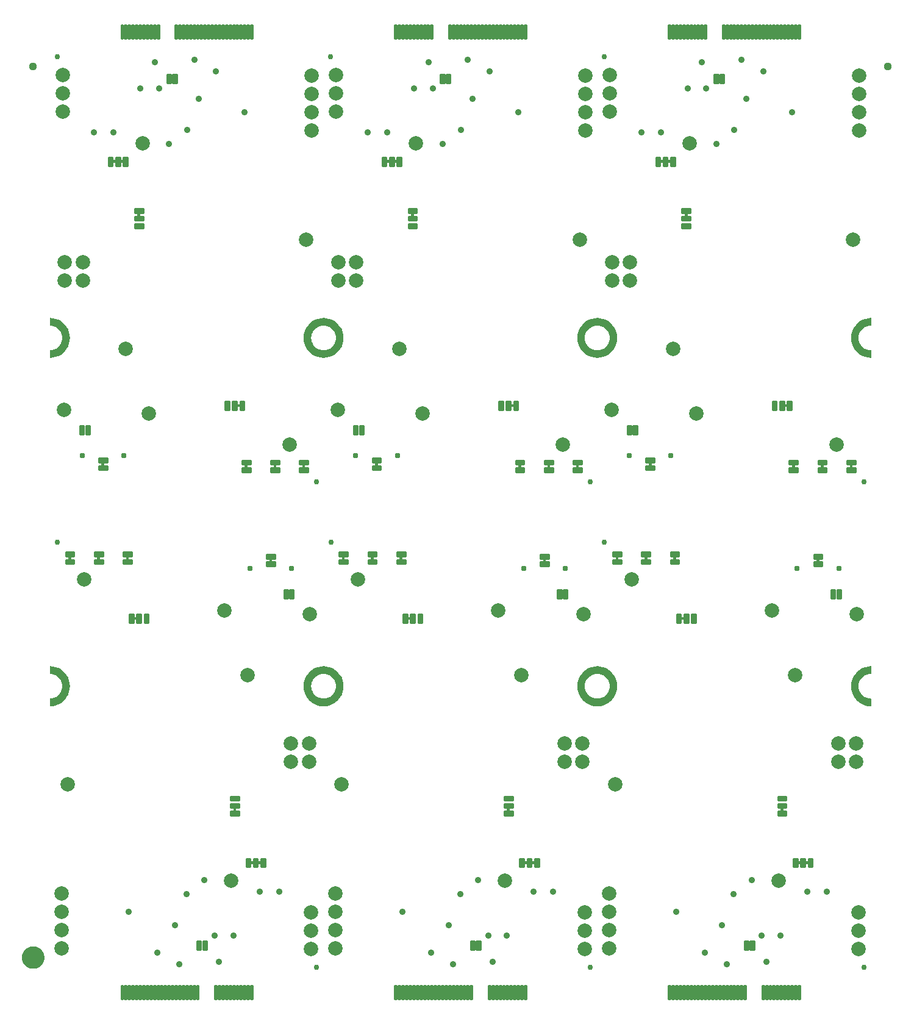
<source format=gbs>
G04 EAGLE Gerber RS-274X export*
G75*
%MOMM*%
%FSLAX34Y34*%
%LPD*%
%INSoldermask Bottom*%
%IPPOS*%
%AMOC8*
5,1,8,0,0,1.08239X$1,22.5*%
G01*
%ADD10C,0.762000*%
%ADD11C,0.228959*%
%ADD12C,0.736600*%
%ADD13C,0.228600*%
%ADD14C,0.228344*%
%ADD15C,0.889000*%
%ADD16C,2.006600*%
%ADD17C,0.777000*%
%ADD18C,1.127000*%
%ADD19C,1.270000*%
%ADD20C,1.627000*%

G36*
X381400Y896029D02*
X381400Y896029D01*
X381409Y896032D01*
X381435Y896034D01*
X385269Y896868D01*
X385278Y896872D01*
X385304Y896878D01*
X388980Y898249D01*
X388988Y898255D01*
X389012Y898264D01*
X392456Y900144D01*
X392463Y900151D01*
X392486Y900163D01*
X395627Y902515D01*
X395633Y902523D01*
X395654Y902538D01*
X398428Y905313D01*
X398433Y905321D01*
X398451Y905339D01*
X400803Y908480D01*
X400806Y908490D01*
X400822Y908510D01*
X402702Y911954D01*
X402705Y911963D01*
X402717Y911986D01*
X404088Y915663D01*
X404089Y915672D01*
X404098Y915697D01*
X404932Y919531D01*
X404932Y919540D01*
X404938Y919566D01*
X405217Y923480D01*
X405215Y923489D01*
X405217Y923515D01*
X404938Y927429D01*
X404936Y927433D01*
X404936Y927436D01*
X404934Y927442D01*
X404932Y927464D01*
X404098Y931298D01*
X404094Y931307D01*
X404088Y931332D01*
X402717Y935008D01*
X402711Y935016D01*
X402702Y935041D01*
X400822Y938484D01*
X400815Y938491D01*
X400803Y938514D01*
X398451Y941655D01*
X398444Y941661D01*
X398428Y941682D01*
X395654Y944457D01*
X395645Y944461D01*
X395627Y944480D01*
X392486Y946831D01*
X392477Y946835D01*
X392456Y946851D01*
X389012Y948731D01*
X389003Y948733D01*
X388980Y948746D01*
X385304Y950117D01*
X385294Y950118D01*
X385269Y950127D01*
X381435Y950961D01*
X381426Y950960D01*
X381400Y950966D01*
X377487Y951246D01*
X377475Y951243D01*
X377442Y951246D01*
X373528Y950966D01*
X373519Y950963D01*
X373493Y950961D01*
X369659Y950127D01*
X369650Y950122D01*
X369625Y950117D01*
X365948Y948746D01*
X365941Y948740D01*
X365916Y948731D01*
X362472Y946851D01*
X362466Y946844D01*
X362442Y946831D01*
X359301Y944480D01*
X359296Y944472D01*
X359275Y944457D01*
X356500Y941682D01*
X356495Y941674D01*
X356477Y941655D01*
X354125Y938514D01*
X354122Y938505D01*
X354106Y938484D01*
X352226Y935041D01*
X352224Y935031D01*
X352211Y935008D01*
X350840Y931332D01*
X350839Y931323D01*
X350830Y931298D01*
X349996Y927464D01*
X349996Y927454D01*
X349991Y927429D01*
X349711Y923515D01*
X349713Y923506D01*
X349711Y923480D01*
X349991Y919566D01*
X349994Y919557D01*
X349996Y919531D01*
X350830Y915697D01*
X350834Y915688D01*
X350840Y915663D01*
X352211Y911986D01*
X352217Y911979D01*
X352226Y911954D01*
X354106Y908510D01*
X354113Y908504D01*
X354125Y908480D01*
X356477Y905339D01*
X356485Y905334D01*
X356500Y905313D01*
X359275Y902538D01*
X359283Y902533D01*
X359301Y902515D01*
X362442Y900163D01*
X362452Y900160D01*
X362472Y900144D01*
X365916Y898264D01*
X365925Y898262D01*
X365948Y898249D01*
X369625Y896878D01*
X369634Y896877D01*
X369659Y896868D01*
X373493Y896034D01*
X373502Y896034D01*
X373528Y896029D01*
X377442Y895749D01*
X377454Y895751D01*
X377487Y895749D01*
X381400Y896029D01*
G37*
G36*
X761420Y412531D02*
X761420Y412531D01*
X761429Y412535D01*
X761455Y412536D01*
X765289Y413370D01*
X765298Y413375D01*
X765324Y413380D01*
X769000Y414752D01*
X769008Y414757D01*
X769032Y414766D01*
X772476Y416647D01*
X772483Y416654D01*
X772506Y416666D01*
X775647Y419017D01*
X775653Y419025D01*
X775674Y419041D01*
X778448Y421815D01*
X778453Y421824D01*
X778471Y421842D01*
X780823Y424983D01*
X780826Y424992D01*
X780842Y425013D01*
X782722Y428457D01*
X782725Y428466D01*
X782737Y428489D01*
X784108Y432165D01*
X784109Y432175D01*
X784118Y432199D01*
X784952Y436033D01*
X784952Y436043D01*
X784958Y436069D01*
X785237Y439982D01*
X785235Y439992D01*
X785237Y440018D01*
X784958Y443931D01*
X784956Y443936D01*
X784956Y443939D01*
X784954Y443945D01*
X784952Y443967D01*
X784118Y447801D01*
X784114Y447809D01*
X784108Y447835D01*
X782737Y451511D01*
X782731Y451519D01*
X782722Y451543D01*
X780842Y454987D01*
X780835Y454994D01*
X780823Y455017D01*
X778471Y458158D01*
X778464Y458164D01*
X778448Y458185D01*
X775674Y460959D01*
X775665Y460964D01*
X775647Y460983D01*
X772506Y463334D01*
X772497Y463337D01*
X772476Y463353D01*
X769032Y465234D01*
X769023Y465236D01*
X769000Y465248D01*
X765324Y466620D01*
X765314Y466620D01*
X765289Y466630D01*
X761455Y467464D01*
X761446Y467463D01*
X761420Y467469D01*
X757507Y467749D01*
X757495Y467746D01*
X757462Y467749D01*
X753548Y467469D01*
X753539Y467465D01*
X753513Y467464D01*
X749679Y466630D01*
X749670Y466625D01*
X749645Y466620D01*
X745968Y465248D01*
X745961Y465243D01*
X745936Y465234D01*
X742492Y463353D01*
X742486Y463346D01*
X742462Y463334D01*
X739321Y460983D01*
X739316Y460975D01*
X739295Y460959D01*
X736520Y458185D01*
X736515Y458176D01*
X736497Y458158D01*
X734145Y455017D01*
X734142Y455008D01*
X734126Y454987D01*
X732246Y451543D01*
X732244Y451534D01*
X732231Y451511D01*
X730860Y447835D01*
X730859Y447825D01*
X730850Y447801D01*
X730016Y443967D01*
X730016Y443957D01*
X730011Y443931D01*
X729731Y440018D01*
X729733Y440008D01*
X729731Y439982D01*
X730011Y436069D01*
X730014Y436059D01*
X730016Y436033D01*
X730850Y432199D01*
X730854Y432191D01*
X730860Y432165D01*
X732231Y428489D01*
X732237Y428481D01*
X732246Y428457D01*
X734126Y425013D01*
X734133Y425006D01*
X734145Y424983D01*
X736497Y421842D01*
X736505Y421836D01*
X736520Y421815D01*
X739295Y419041D01*
X739303Y419036D01*
X739321Y419017D01*
X742462Y416666D01*
X742472Y416663D01*
X742492Y416647D01*
X745936Y414766D01*
X745945Y414764D01*
X745968Y414752D01*
X749645Y413380D01*
X749654Y413380D01*
X749679Y413370D01*
X753513Y412536D01*
X753522Y412537D01*
X753548Y412531D01*
X757462Y412251D01*
X757474Y412254D01*
X757507Y412251D01*
X761420Y412531D01*
G37*
G36*
X381411Y412531D02*
X381411Y412531D01*
X381420Y412535D01*
X381446Y412536D01*
X385280Y413370D01*
X385289Y413375D01*
X385314Y413380D01*
X388990Y414752D01*
X388998Y414757D01*
X389023Y414766D01*
X392466Y416647D01*
X392473Y416654D01*
X392496Y416666D01*
X395637Y419017D01*
X395643Y419025D01*
X395664Y419041D01*
X398439Y421815D01*
X398443Y421824D01*
X398462Y421842D01*
X400813Y424983D01*
X400817Y424992D01*
X400833Y425013D01*
X402713Y428457D01*
X402715Y428466D01*
X402728Y428489D01*
X404099Y432165D01*
X404100Y432175D01*
X404109Y432199D01*
X404943Y436033D01*
X404942Y436043D01*
X404948Y436069D01*
X405228Y439982D01*
X405226Y439992D01*
X405228Y440018D01*
X404948Y443931D01*
X404947Y443936D01*
X404947Y443939D01*
X404944Y443945D01*
X404943Y443967D01*
X404109Y447801D01*
X404104Y447809D01*
X404099Y447835D01*
X402728Y451511D01*
X402722Y451519D01*
X402713Y451543D01*
X400833Y454987D01*
X400826Y454994D01*
X400813Y455017D01*
X398462Y458158D01*
X398454Y458164D01*
X398439Y458185D01*
X395664Y460959D01*
X395656Y460964D01*
X395637Y460983D01*
X392496Y463334D01*
X392487Y463337D01*
X392466Y463353D01*
X389023Y465234D01*
X389013Y465236D01*
X388990Y465248D01*
X385314Y466620D01*
X385305Y466620D01*
X385280Y466630D01*
X381446Y467464D01*
X381436Y467463D01*
X381411Y467469D01*
X377497Y467749D01*
X377485Y467746D01*
X377452Y467749D01*
X373539Y467469D01*
X373529Y467465D01*
X373503Y467464D01*
X369669Y466630D01*
X369661Y466625D01*
X369635Y466620D01*
X365959Y465248D01*
X365951Y465243D01*
X365927Y465234D01*
X362483Y463353D01*
X362476Y463346D01*
X362453Y463334D01*
X359312Y460983D01*
X359306Y460975D01*
X359285Y460959D01*
X356511Y458185D01*
X356506Y458176D01*
X356487Y458158D01*
X354136Y455017D01*
X354133Y455008D01*
X354117Y454987D01*
X352236Y451543D01*
X352234Y451534D01*
X352222Y451511D01*
X350850Y447835D01*
X350850Y447825D01*
X350840Y447801D01*
X350006Y443967D01*
X350007Y443957D01*
X350001Y443931D01*
X349721Y440018D01*
X349723Y440008D01*
X349721Y439982D01*
X350001Y436069D01*
X350005Y436059D01*
X350006Y436033D01*
X350840Y432199D01*
X350845Y432191D01*
X350850Y432165D01*
X352222Y428489D01*
X352227Y428481D01*
X352236Y428457D01*
X354117Y425013D01*
X354124Y425006D01*
X354136Y424983D01*
X356487Y421842D01*
X356495Y421836D01*
X356511Y421815D01*
X359285Y419041D01*
X359294Y419036D01*
X359312Y419017D01*
X362453Y416666D01*
X362462Y416663D01*
X362483Y416647D01*
X365927Y414766D01*
X365936Y414764D01*
X365959Y414752D01*
X369635Y413380D01*
X369645Y413380D01*
X369669Y413370D01*
X373503Y412536D01*
X373513Y412537D01*
X373539Y412531D01*
X377452Y412251D01*
X377464Y412254D01*
X377497Y412251D01*
X381411Y412531D01*
G37*
G36*
X761410Y896029D02*
X761410Y896029D01*
X761419Y896032D01*
X761445Y896034D01*
X765279Y896868D01*
X765287Y896872D01*
X765313Y896878D01*
X768989Y898249D01*
X768997Y898255D01*
X769022Y898264D01*
X772465Y900144D01*
X772472Y900151D01*
X772495Y900163D01*
X775636Y902515D01*
X775642Y902523D01*
X775663Y902538D01*
X778438Y905313D01*
X778442Y905321D01*
X778461Y905339D01*
X780812Y908480D01*
X780816Y908490D01*
X780831Y908510D01*
X782712Y911954D01*
X782714Y911963D01*
X782727Y911986D01*
X784098Y915663D01*
X784098Y915672D01*
X784108Y915697D01*
X784942Y919531D01*
X784941Y919540D01*
X784947Y919566D01*
X785227Y923480D01*
X785225Y923489D01*
X785227Y923515D01*
X784947Y927429D01*
X784945Y927433D01*
X784946Y927436D01*
X784943Y927442D01*
X784942Y927464D01*
X784108Y931298D01*
X784103Y931307D01*
X784098Y931332D01*
X782727Y935008D01*
X782721Y935016D01*
X782712Y935041D01*
X780831Y938484D01*
X780825Y938491D01*
X780812Y938514D01*
X778461Y941655D01*
X778453Y941661D01*
X778438Y941682D01*
X775663Y944457D01*
X775655Y944461D01*
X775636Y944480D01*
X772495Y946831D01*
X772486Y946835D01*
X772465Y946851D01*
X769022Y948731D01*
X769012Y948733D01*
X768989Y948746D01*
X765313Y950117D01*
X765303Y950118D01*
X765279Y950127D01*
X761445Y950961D01*
X761435Y950960D01*
X761410Y950966D01*
X757496Y951246D01*
X757484Y951243D01*
X757451Y951246D01*
X753537Y950966D01*
X753528Y950963D01*
X753502Y950961D01*
X749668Y950127D01*
X749660Y950122D01*
X749634Y950117D01*
X745958Y948746D01*
X745950Y948740D01*
X745925Y948731D01*
X742482Y946851D01*
X742475Y946844D01*
X742452Y946831D01*
X739311Y944480D01*
X739305Y944472D01*
X739284Y944457D01*
X736509Y941682D01*
X736505Y941674D01*
X736486Y941655D01*
X734135Y938514D01*
X734131Y938505D01*
X734116Y938484D01*
X732235Y935041D01*
X732233Y935031D01*
X732220Y935008D01*
X730849Y931332D01*
X730849Y931323D01*
X730839Y931298D01*
X730005Y927464D01*
X730006Y927454D01*
X730000Y927429D01*
X729720Y923515D01*
X729722Y923506D01*
X729720Y923480D01*
X730000Y919566D01*
X730003Y919557D01*
X730005Y919531D01*
X730839Y915697D01*
X730844Y915688D01*
X730849Y915663D01*
X732220Y911986D01*
X732226Y911979D01*
X732235Y911954D01*
X734116Y908510D01*
X734122Y908504D01*
X734135Y908480D01*
X736486Y905339D01*
X736494Y905334D01*
X736509Y905313D01*
X739284Y902538D01*
X739292Y902533D01*
X739311Y902515D01*
X742452Y900163D01*
X742461Y900160D01*
X742482Y900144D01*
X745925Y898264D01*
X745935Y898262D01*
X745958Y898249D01*
X749634Y896878D01*
X749644Y896877D01*
X749668Y896868D01*
X753502Y896034D01*
X753512Y896034D01*
X753537Y896029D01*
X757451Y895749D01*
X757463Y895751D01*
X757496Y895749D01*
X761410Y896029D01*
G37*
%LPC*%
G36*
X374761Y906460D02*
X374761Y906460D01*
X372129Y907092D01*
X369628Y908128D01*
X367320Y909542D01*
X365262Y911300D01*
X363504Y913358D01*
X362090Y915666D01*
X361054Y918167D01*
X360422Y920799D01*
X360209Y923497D01*
X360422Y926196D01*
X361054Y928828D01*
X362090Y931329D01*
X363504Y933637D01*
X365262Y935695D01*
X367320Y937453D01*
X369628Y938867D01*
X372129Y939903D01*
X374761Y940535D01*
X377464Y940748D01*
X380167Y940535D01*
X382799Y939903D01*
X385300Y938867D01*
X387608Y937453D01*
X389666Y935695D01*
X391424Y933637D01*
X392839Y931329D01*
X393875Y928828D01*
X394506Y926196D01*
X394719Y923497D01*
X394506Y920799D01*
X393875Y918167D01*
X392839Y915666D01*
X391424Y913358D01*
X389666Y911300D01*
X387608Y909542D01*
X385300Y908128D01*
X382799Y907092D01*
X380167Y906460D01*
X377464Y906247D01*
X374761Y906460D01*
G37*
%LPD*%
%LPC*%
G36*
X374772Y422962D02*
X374772Y422962D01*
X372139Y423594D01*
X369639Y424630D01*
X367331Y426044D01*
X365272Y427802D01*
X363514Y429861D01*
X362100Y432169D01*
X361064Y434669D01*
X360432Y437302D01*
X360220Y440000D01*
X360432Y442698D01*
X361064Y445331D01*
X362100Y447831D01*
X363514Y450139D01*
X365272Y452198D01*
X367331Y453956D01*
X369639Y455370D01*
X372139Y456406D01*
X374772Y457038D01*
X377475Y457250D01*
X380178Y457038D01*
X382810Y456406D01*
X385311Y455370D01*
X387619Y453956D01*
X389677Y452198D01*
X391435Y450139D01*
X392849Y447831D01*
X393885Y445331D01*
X394517Y442698D01*
X394729Y440000D01*
X394517Y437302D01*
X393885Y434669D01*
X392849Y432169D01*
X391435Y429861D01*
X389677Y427802D01*
X387619Y426044D01*
X385311Y424630D01*
X382810Y423594D01*
X380178Y422962D01*
X377475Y422750D01*
X374772Y422962D01*
G37*
%LPD*%
%LPC*%
G36*
X754781Y422962D02*
X754781Y422962D01*
X752149Y423594D01*
X749648Y424630D01*
X747340Y426044D01*
X745282Y427802D01*
X743524Y429861D01*
X742110Y432169D01*
X741074Y434669D01*
X740442Y437302D01*
X740229Y440000D01*
X740442Y442698D01*
X741074Y445331D01*
X742110Y447831D01*
X743524Y450139D01*
X745282Y452198D01*
X747340Y453956D01*
X749648Y455370D01*
X752149Y456406D01*
X754781Y457038D01*
X757484Y457250D01*
X760187Y457038D01*
X762819Y456406D01*
X765320Y455370D01*
X767628Y453956D01*
X769686Y452198D01*
X771444Y450139D01*
X772859Y447831D01*
X773895Y445331D01*
X774526Y442698D01*
X774739Y440000D01*
X774526Y437302D01*
X773895Y434669D01*
X772859Y432169D01*
X771444Y429861D01*
X769686Y427802D01*
X767628Y426044D01*
X765320Y424630D01*
X762819Y423594D01*
X760187Y422962D01*
X757484Y422750D01*
X754781Y422962D01*
G37*
%LPD*%
%LPC*%
G36*
X754770Y906460D02*
X754770Y906460D01*
X752138Y907092D01*
X749637Y908128D01*
X747330Y909542D01*
X745271Y911300D01*
X743513Y913358D01*
X742099Y915666D01*
X741063Y918167D01*
X740431Y920799D01*
X740219Y923497D01*
X740431Y926196D01*
X741063Y928828D01*
X742099Y931329D01*
X743513Y933637D01*
X745271Y935695D01*
X747330Y937453D01*
X749637Y938867D01*
X752138Y939903D01*
X754770Y940535D01*
X757474Y940748D01*
X760177Y940535D01*
X762809Y939903D01*
X765310Y938867D01*
X767618Y937453D01*
X769676Y935695D01*
X771434Y933637D01*
X772848Y931329D01*
X773884Y928828D01*
X774516Y926196D01*
X774728Y923497D01*
X774516Y920799D01*
X773884Y918167D01*
X772848Y915666D01*
X771434Y913358D01*
X769676Y911300D01*
X767618Y909542D01*
X765310Y908128D01*
X762809Y907092D01*
X760177Y906460D01*
X757474Y906247D01*
X754770Y906460D01*
G37*
%LPD*%
G36*
X1401Y412531D02*
X1401Y412531D01*
X1411Y412535D01*
X1437Y412536D01*
X5271Y413370D01*
X5279Y413375D01*
X5305Y413380D01*
X8981Y414752D01*
X8989Y414757D01*
X9013Y414766D01*
X12457Y416647D01*
X12464Y416654D01*
X12487Y416666D01*
X15628Y419017D01*
X15634Y419025D01*
X15655Y419041D01*
X18429Y421815D01*
X18434Y421824D01*
X18453Y421842D01*
X20804Y424983D01*
X20807Y424992D01*
X20823Y425013D01*
X22704Y428457D01*
X22706Y428466D01*
X22718Y428489D01*
X24090Y432165D01*
X24090Y432175D01*
X24100Y432199D01*
X24934Y436033D01*
X24933Y436043D01*
X24939Y436069D01*
X25219Y439982D01*
X25217Y439992D01*
X25219Y440018D01*
X24939Y443931D01*
X24937Y443936D01*
X24938Y443939D01*
X24935Y443945D01*
X24934Y443967D01*
X24100Y447801D01*
X24095Y447809D01*
X24090Y447835D01*
X22718Y451511D01*
X22713Y451519D01*
X22704Y451543D01*
X20823Y454987D01*
X20816Y454994D01*
X20804Y455017D01*
X18453Y458158D01*
X18445Y458164D01*
X18429Y458185D01*
X15655Y460959D01*
X15646Y460964D01*
X15628Y460983D01*
X12487Y463334D01*
X12478Y463337D01*
X12457Y463353D01*
X9013Y465234D01*
X9004Y465236D01*
X8981Y465248D01*
X5305Y466620D01*
X5295Y466620D01*
X5271Y466630D01*
X1437Y467464D01*
X1427Y467463D01*
X1401Y467469D01*
X-2512Y467749D01*
X-2538Y467743D01*
X-2563Y467747D01*
X-2605Y467729D01*
X-2649Y467719D01*
X-2667Y467701D01*
X-2691Y467690D01*
X-2716Y467652D01*
X-2748Y467621D01*
X-2754Y467595D01*
X-2768Y467574D01*
X-2779Y467500D01*
X-2779Y457500D01*
X-2777Y457493D01*
X-2779Y457486D01*
X-2758Y457427D01*
X-2740Y457366D01*
X-2735Y457361D01*
X-2732Y457354D01*
X-2682Y457316D01*
X-2635Y457274D01*
X-2628Y457273D01*
X-2622Y457268D01*
X-2550Y457252D01*
X168Y457038D01*
X2801Y456406D01*
X5301Y455370D01*
X7609Y453956D01*
X9668Y452198D01*
X11426Y450139D01*
X12840Y447831D01*
X13876Y445331D01*
X14508Y442698D01*
X14720Y440000D01*
X14508Y437302D01*
X13876Y434669D01*
X12840Y432169D01*
X11426Y429861D01*
X9668Y427802D01*
X7609Y426044D01*
X5301Y424630D01*
X2801Y423594D01*
X168Y422962D01*
X-2550Y422748D01*
X-2556Y422746D01*
X-2563Y422747D01*
X-2621Y422721D01*
X-2680Y422699D01*
X-2685Y422693D01*
X-2691Y422690D01*
X-2726Y422637D01*
X-2764Y422587D01*
X-2764Y422580D01*
X-2768Y422574D01*
X-2779Y422500D01*
X-2779Y412500D01*
X-2772Y412475D01*
X-2774Y412449D01*
X-2753Y412409D01*
X-2740Y412366D01*
X-2720Y412349D01*
X-2708Y412326D01*
X-2669Y412304D01*
X-2635Y412274D01*
X-2609Y412270D01*
X-2586Y412257D01*
X-2512Y412251D01*
X1401Y412531D01*
G37*
G36*
X1391Y896029D02*
X1391Y896029D01*
X1400Y896032D01*
X1426Y896034D01*
X5260Y896868D01*
X5269Y896872D01*
X5294Y896878D01*
X8970Y898249D01*
X8978Y898255D01*
X9003Y898264D01*
X12446Y900144D01*
X12453Y900151D01*
X12476Y900163D01*
X15617Y902515D01*
X15623Y902523D01*
X15644Y902538D01*
X18419Y905313D01*
X18423Y905321D01*
X18442Y905339D01*
X20793Y908480D01*
X20797Y908490D01*
X20813Y908510D01*
X22693Y911954D01*
X22695Y911963D01*
X22708Y911986D01*
X24079Y915663D01*
X24080Y915672D01*
X24089Y915697D01*
X24923Y919531D01*
X24922Y919540D01*
X24928Y919566D01*
X25208Y923480D01*
X25206Y923489D01*
X25208Y923515D01*
X24928Y927429D01*
X24927Y927433D01*
X24927Y927436D01*
X24924Y927442D01*
X24923Y927464D01*
X24089Y931298D01*
X24084Y931307D01*
X24079Y931332D01*
X22708Y935008D01*
X22702Y935016D01*
X22693Y935041D01*
X20813Y938484D01*
X20806Y938491D01*
X20793Y938514D01*
X18442Y941655D01*
X18434Y941661D01*
X18419Y941682D01*
X15644Y944457D01*
X15636Y944461D01*
X15617Y944480D01*
X12476Y946831D01*
X12467Y946835D01*
X12446Y946851D01*
X9003Y948731D01*
X8993Y948733D01*
X8970Y948746D01*
X5294Y950117D01*
X5285Y950118D01*
X5260Y950127D01*
X1426Y950961D01*
X1416Y950960D01*
X1391Y950966D01*
X-2523Y951246D01*
X-2548Y951241D01*
X-2574Y951244D01*
X-2615Y951226D01*
X-2659Y951217D01*
X-2678Y951198D01*
X-2702Y951188D01*
X-2727Y951150D01*
X-2759Y951118D01*
X-2764Y951093D01*
X-2779Y951071D01*
X-2790Y950997D01*
X-2790Y940997D01*
X-2788Y940990D01*
X-2789Y940983D01*
X-2768Y940924D01*
X-2751Y940863D01*
X-2745Y940858D01*
X-2743Y940852D01*
X-2693Y940813D01*
X-2645Y940771D01*
X-2638Y940770D01*
X-2633Y940766D01*
X-2560Y940749D01*
X158Y940535D01*
X2790Y939903D01*
X5291Y938867D01*
X7599Y937453D01*
X9657Y935695D01*
X11415Y933637D01*
X12829Y931329D01*
X13865Y928828D01*
X14497Y926196D01*
X14709Y923497D01*
X14497Y920799D01*
X13865Y918167D01*
X12829Y915666D01*
X11415Y913358D01*
X9657Y911300D01*
X7599Y909542D01*
X5291Y908128D01*
X2790Y907092D01*
X158Y906460D01*
X-2560Y906246D01*
X-2567Y906243D01*
X-2574Y906244D01*
X-2632Y906219D01*
X-2691Y906196D01*
X-2695Y906191D01*
X-2702Y906188D01*
X-2737Y906135D01*
X-2774Y906084D01*
X-2775Y906077D01*
X-2779Y906071D01*
X-2790Y905997D01*
X-2790Y895997D01*
X-2783Y895972D01*
X-2785Y895946D01*
X-2763Y895907D01*
X-2751Y895863D01*
X-2731Y895846D01*
X-2719Y895823D01*
X-2679Y895801D01*
X-2645Y895771D01*
X-2620Y895767D01*
X-2597Y895755D01*
X-2523Y895749D01*
X1391Y896029D01*
G37*
G36*
X1137497Y412257D02*
X1137497Y412257D01*
X1137522Y412253D01*
X1137564Y412271D01*
X1137608Y412281D01*
X1137626Y412299D01*
X1137650Y412310D01*
X1137675Y412348D01*
X1137707Y412379D01*
X1137713Y412405D01*
X1137727Y412427D01*
X1137738Y412500D01*
X1137738Y422500D01*
X1137736Y422507D01*
X1137738Y422514D01*
X1137717Y422573D01*
X1137699Y422634D01*
X1137693Y422639D01*
X1137691Y422646D01*
X1137641Y422685D01*
X1137594Y422726D01*
X1137586Y422727D01*
X1137581Y422732D01*
X1137508Y422748D01*
X1134790Y422962D01*
X1132158Y423594D01*
X1129657Y424630D01*
X1127350Y426044D01*
X1125291Y427802D01*
X1123533Y429861D01*
X1122119Y432169D01*
X1121083Y434669D01*
X1120451Y437302D01*
X1120239Y440000D01*
X1120451Y442698D01*
X1121083Y445331D01*
X1122119Y447831D01*
X1123533Y450139D01*
X1125291Y452198D01*
X1127350Y453956D01*
X1129657Y455370D01*
X1132158Y456406D01*
X1134790Y457038D01*
X1137508Y457252D01*
X1137515Y457254D01*
X1137522Y457253D01*
X1137580Y457279D01*
X1137639Y457301D01*
X1137643Y457307D01*
X1137650Y457310D01*
X1137685Y457363D01*
X1137723Y457413D01*
X1137723Y457421D01*
X1137727Y457427D01*
X1137738Y457500D01*
X1137738Y467500D01*
X1137731Y467525D01*
X1137733Y467551D01*
X1137712Y467591D01*
X1137699Y467634D01*
X1137679Y467651D01*
X1137667Y467674D01*
X1137628Y467696D01*
X1137594Y467726D01*
X1137568Y467730D01*
X1137545Y467743D01*
X1137471Y467749D01*
X1133557Y467469D01*
X1133548Y467465D01*
X1133522Y467464D01*
X1129688Y466630D01*
X1129680Y466625D01*
X1129654Y466620D01*
X1125978Y465248D01*
X1125970Y465243D01*
X1125945Y465234D01*
X1122502Y463353D01*
X1122495Y463346D01*
X1122472Y463334D01*
X1119331Y460983D01*
X1119325Y460975D01*
X1119304Y460959D01*
X1116529Y458185D01*
X1116525Y458176D01*
X1116506Y458158D01*
X1114155Y455017D01*
X1114151Y455008D01*
X1114136Y454987D01*
X1112255Y451543D01*
X1112253Y451534D01*
X1112240Y451511D01*
X1110869Y447835D01*
X1110869Y447825D01*
X1110859Y447801D01*
X1110025Y443967D01*
X1110026Y443957D01*
X1110020Y443931D01*
X1109740Y440018D01*
X1109742Y440008D01*
X1109740Y439982D01*
X1110020Y436069D01*
X1110023Y436059D01*
X1110025Y436033D01*
X1110859Y432199D01*
X1110864Y432191D01*
X1110869Y432165D01*
X1112240Y428489D01*
X1112246Y428481D01*
X1112255Y428457D01*
X1114136Y425013D01*
X1114142Y425006D01*
X1114155Y424983D01*
X1116506Y421842D01*
X1116514Y421836D01*
X1116529Y421815D01*
X1119304Y419041D01*
X1119312Y419036D01*
X1119331Y419017D01*
X1122472Y416666D01*
X1122481Y416663D01*
X1122502Y416647D01*
X1125945Y414766D01*
X1125955Y414764D01*
X1125978Y414752D01*
X1129654Y413380D01*
X1129664Y413380D01*
X1129688Y413370D01*
X1133522Y412536D01*
X1133532Y412537D01*
X1133557Y412531D01*
X1137471Y412251D01*
X1137497Y412257D01*
G37*
G36*
X1137486Y895754D02*
X1137486Y895754D01*
X1137512Y895750D01*
X1137553Y895769D01*
X1137597Y895778D01*
X1137616Y895797D01*
X1137639Y895807D01*
X1137664Y895845D01*
X1137696Y895877D01*
X1137702Y895902D01*
X1137716Y895924D01*
X1137727Y895997D01*
X1137727Y905997D01*
X1137725Y906004D01*
X1137727Y906011D01*
X1137706Y906071D01*
X1137688Y906132D01*
X1137683Y906136D01*
X1137680Y906143D01*
X1137631Y906182D01*
X1137583Y906224D01*
X1137576Y906225D01*
X1137570Y906229D01*
X1137498Y906246D01*
X1134780Y906460D01*
X1132148Y907092D01*
X1129647Y908128D01*
X1127339Y909542D01*
X1125281Y911300D01*
X1123523Y913358D01*
X1122108Y915666D01*
X1121073Y918167D01*
X1120441Y920799D01*
X1120228Y923497D01*
X1120441Y926196D01*
X1121073Y928828D01*
X1122108Y931329D01*
X1123523Y933637D01*
X1125281Y935695D01*
X1127339Y937453D01*
X1129647Y938867D01*
X1132148Y939903D01*
X1134780Y940535D01*
X1137498Y940749D01*
X1137504Y940752D01*
X1137512Y940750D01*
X1137570Y940776D01*
X1137628Y940799D01*
X1137633Y940804D01*
X1137639Y940807D01*
X1137674Y940860D01*
X1137712Y940911D01*
X1137712Y940918D01*
X1137716Y940924D01*
X1137727Y940997D01*
X1137727Y950997D01*
X1137720Y951022D01*
X1137722Y951048D01*
X1137701Y951088D01*
X1137688Y951132D01*
X1137669Y951149D01*
X1137656Y951172D01*
X1137617Y951194D01*
X1137583Y951224D01*
X1137557Y951227D01*
X1137535Y951240D01*
X1137460Y951246D01*
X1133547Y950966D01*
X1133538Y950963D01*
X1133512Y950961D01*
X1129678Y950127D01*
X1129669Y950122D01*
X1129643Y950117D01*
X1125967Y948746D01*
X1125959Y948740D01*
X1125935Y948731D01*
X1122491Y946851D01*
X1122484Y946844D01*
X1122461Y946831D01*
X1119320Y944480D01*
X1119314Y944472D01*
X1119293Y944457D01*
X1116519Y941682D01*
X1116514Y941674D01*
X1116496Y941655D01*
X1114144Y938514D01*
X1114141Y938505D01*
X1114125Y938484D01*
X1112245Y935041D01*
X1112243Y935031D01*
X1112230Y935008D01*
X1110859Y931332D01*
X1110858Y931323D01*
X1110849Y931298D01*
X1110015Y927464D01*
X1110015Y927454D01*
X1110009Y927429D01*
X1109730Y923515D01*
X1109732Y923506D01*
X1109730Y923480D01*
X1110009Y919566D01*
X1110013Y919557D01*
X1110015Y919531D01*
X1110849Y915697D01*
X1110853Y915688D01*
X1110859Y915663D01*
X1112230Y911986D01*
X1112236Y911979D01*
X1112245Y911954D01*
X1114125Y908510D01*
X1114132Y908504D01*
X1114144Y908480D01*
X1116496Y905339D01*
X1116503Y905334D01*
X1116519Y905313D01*
X1119293Y902538D01*
X1119302Y902533D01*
X1119320Y902515D01*
X1122461Y900163D01*
X1122470Y900160D01*
X1122491Y900144D01*
X1125935Y898264D01*
X1125944Y898262D01*
X1125967Y898249D01*
X1129643Y896878D01*
X1129653Y896877D01*
X1129678Y896868D01*
X1133512Y896034D01*
X1133521Y896034D01*
X1133547Y896029D01*
X1137460Y895749D01*
X1137486Y895754D01*
G37*
G36*
X1015354Y266392D02*
X1015354Y266392D01*
X1015419Y266394D01*
X1015463Y266412D01*
X1015510Y266420D01*
X1015566Y266454D01*
X1015627Y266479D01*
X1015662Y266510D01*
X1015703Y266535D01*
X1015744Y266586D01*
X1015793Y266630D01*
X1015814Y266672D01*
X1015844Y266709D01*
X1015865Y266771D01*
X1015895Y266830D01*
X1015904Y266884D01*
X1015916Y266921D01*
X1015915Y266961D01*
X1015923Y267015D01*
X1015923Y270825D01*
X1015911Y270890D01*
X1015909Y270956D01*
X1015892Y270999D01*
X1015883Y271046D01*
X1015850Y271103D01*
X1015825Y271163D01*
X1015793Y271198D01*
X1015769Y271239D01*
X1015718Y271281D01*
X1015674Y271329D01*
X1015632Y271351D01*
X1015595Y271380D01*
X1015533Y271401D01*
X1015474Y271432D01*
X1015420Y271440D01*
X1015383Y271452D01*
X1015343Y271451D01*
X1015289Y271459D01*
X1012749Y271459D01*
X1012684Y271448D01*
X1012618Y271446D01*
X1012575Y271428D01*
X1012528Y271420D01*
X1012471Y271386D01*
X1012410Y271361D01*
X1012376Y271330D01*
X1012335Y271305D01*
X1012293Y271254D01*
X1012245Y271210D01*
X1012223Y271168D01*
X1012193Y271131D01*
X1012172Y271069D01*
X1012142Y271010D01*
X1012134Y270956D01*
X1012122Y270919D01*
X1012122Y270915D01*
X1012122Y270914D01*
X1012123Y270879D01*
X1012115Y270825D01*
X1012115Y267015D01*
X1012126Y266950D01*
X1012128Y266884D01*
X1012146Y266841D01*
X1012154Y266794D01*
X1012188Y266737D01*
X1012212Y266677D01*
X1012244Y266642D01*
X1012268Y266601D01*
X1012319Y266560D01*
X1012364Y266511D01*
X1012406Y266489D01*
X1012443Y266460D01*
X1012505Y266439D01*
X1012563Y266408D01*
X1012618Y266400D01*
X1012655Y266388D01*
X1012694Y266389D01*
X1012749Y266381D01*
X1015289Y266381D01*
X1015354Y266392D01*
G37*
G36*
X635344Y266392D02*
X635344Y266392D01*
X635410Y266394D01*
X635454Y266412D01*
X635500Y266420D01*
X635557Y266454D01*
X635618Y266479D01*
X635653Y266510D01*
X635693Y266535D01*
X635735Y266586D01*
X635783Y266630D01*
X635805Y266672D01*
X635835Y266709D01*
X635856Y266771D01*
X635886Y266830D01*
X635894Y266884D01*
X635907Y266921D01*
X635906Y266961D01*
X635914Y267015D01*
X635914Y270825D01*
X635902Y270890D01*
X635900Y270956D01*
X635882Y270999D01*
X635874Y271046D01*
X635840Y271103D01*
X635816Y271163D01*
X635784Y271198D01*
X635760Y271239D01*
X635709Y271281D01*
X635664Y271329D01*
X635622Y271351D01*
X635586Y271380D01*
X635523Y271401D01*
X635465Y271432D01*
X635410Y271440D01*
X635373Y271452D01*
X635334Y271451D01*
X635279Y271459D01*
X632739Y271459D01*
X632675Y271448D01*
X632609Y271446D01*
X632565Y271428D01*
X632519Y271420D01*
X632462Y271386D01*
X632401Y271361D01*
X632366Y271330D01*
X632325Y271305D01*
X632284Y271254D01*
X632235Y271210D01*
X632214Y271168D01*
X632184Y271131D01*
X632163Y271069D01*
X632133Y271010D01*
X632125Y270956D01*
X632112Y270919D01*
X632112Y270915D01*
X632112Y270914D01*
X632113Y270879D01*
X632105Y270825D01*
X632105Y267015D01*
X632117Y266950D01*
X632119Y266884D01*
X632136Y266841D01*
X632145Y266794D01*
X632178Y266737D01*
X632203Y266677D01*
X632235Y266642D01*
X632259Y266601D01*
X632310Y266560D01*
X632354Y266511D01*
X632397Y266489D01*
X632433Y266460D01*
X632495Y266439D01*
X632554Y266408D01*
X632608Y266400D01*
X632646Y266388D01*
X632685Y266389D01*
X632739Y266381D01*
X635279Y266381D01*
X635344Y266392D01*
G37*
G36*
X255335Y266392D02*
X255335Y266392D01*
X255401Y266394D01*
X255444Y266412D01*
X255491Y266420D01*
X255548Y266454D01*
X255608Y266479D01*
X255643Y266510D01*
X255684Y266535D01*
X255726Y266586D01*
X255774Y266630D01*
X255796Y266672D01*
X255825Y266709D01*
X255846Y266771D01*
X255877Y266830D01*
X255885Y266884D01*
X255897Y266921D01*
X255896Y266961D01*
X255904Y267015D01*
X255904Y270825D01*
X255893Y270890D01*
X255891Y270956D01*
X255873Y270999D01*
X255865Y271046D01*
X255831Y271103D01*
X255806Y271163D01*
X255775Y271198D01*
X255750Y271239D01*
X255699Y271281D01*
X255655Y271329D01*
X255613Y271351D01*
X255576Y271380D01*
X255514Y271401D01*
X255455Y271432D01*
X255401Y271440D01*
X255364Y271452D01*
X255324Y271451D01*
X255270Y271459D01*
X252730Y271459D01*
X252665Y271448D01*
X252599Y271446D01*
X252556Y271428D01*
X252509Y271420D01*
X252452Y271386D01*
X252392Y271361D01*
X252357Y271330D01*
X252316Y271305D01*
X252275Y271254D01*
X252226Y271210D01*
X252204Y271168D01*
X252175Y271131D01*
X252154Y271069D01*
X252123Y271010D01*
X252115Y270956D01*
X252103Y270919D01*
X252103Y270915D01*
X252103Y270914D01*
X252104Y270879D01*
X252096Y270825D01*
X252096Y267015D01*
X252107Y266950D01*
X252109Y266884D01*
X252127Y266841D01*
X252135Y266794D01*
X252169Y266737D01*
X252194Y266677D01*
X252225Y266642D01*
X252250Y266601D01*
X252301Y266560D01*
X252345Y266511D01*
X252387Y266489D01*
X252424Y266460D01*
X252486Y266439D01*
X252545Y266408D01*
X252599Y266400D01*
X252636Y266388D01*
X252676Y266389D01*
X252730Y266381D01*
X255270Y266381D01*
X255335Y266392D01*
G37*
G36*
X882283Y1092050D02*
X882283Y1092050D01*
X882349Y1092052D01*
X882392Y1092069D01*
X882439Y1092078D01*
X882496Y1092111D01*
X882557Y1092136D01*
X882592Y1092168D01*
X882632Y1092192D01*
X882674Y1092243D01*
X882722Y1092287D01*
X882744Y1092330D01*
X882774Y1092366D01*
X882795Y1092428D01*
X882825Y1092487D01*
X882833Y1092541D01*
X882845Y1092579D01*
X882844Y1092618D01*
X882852Y1092672D01*
X882852Y1096482D01*
X882841Y1096547D01*
X882839Y1096613D01*
X882821Y1096657D01*
X882813Y1096703D01*
X882779Y1096760D01*
X882755Y1096821D01*
X882723Y1096856D01*
X882699Y1096896D01*
X882648Y1096938D01*
X882603Y1096986D01*
X882561Y1097008D01*
X882524Y1097038D01*
X882462Y1097059D01*
X882404Y1097089D01*
X882349Y1097097D01*
X882312Y1097110D01*
X882273Y1097109D01*
X882218Y1097117D01*
X879678Y1097117D01*
X879613Y1097105D01*
X879548Y1097103D01*
X879504Y1097085D01*
X879457Y1097077D01*
X879401Y1097043D01*
X879340Y1097019D01*
X879305Y1096987D01*
X879264Y1096963D01*
X879223Y1096912D01*
X879174Y1096867D01*
X879153Y1096825D01*
X879123Y1096789D01*
X879102Y1096726D01*
X879072Y1096668D01*
X879064Y1096613D01*
X879051Y1096576D01*
X879051Y1096572D01*
X879052Y1096536D01*
X879044Y1096482D01*
X879044Y1092672D01*
X879056Y1092608D01*
X879058Y1092542D01*
X879075Y1092498D01*
X879084Y1092452D01*
X879117Y1092395D01*
X879142Y1092334D01*
X879174Y1092299D01*
X879198Y1092258D01*
X879249Y1092217D01*
X879293Y1092168D01*
X879335Y1092147D01*
X879372Y1092117D01*
X879434Y1092096D01*
X879493Y1092066D01*
X879547Y1092058D01*
X879584Y1092045D01*
X879624Y1092046D01*
X879678Y1092038D01*
X882218Y1092038D01*
X882283Y1092050D01*
G37*
G36*
X122264Y1092050D02*
X122264Y1092050D01*
X122330Y1092052D01*
X122374Y1092069D01*
X122420Y1092078D01*
X122477Y1092111D01*
X122538Y1092136D01*
X122573Y1092168D01*
X122613Y1092192D01*
X122655Y1092243D01*
X122703Y1092287D01*
X122725Y1092330D01*
X122755Y1092366D01*
X122776Y1092428D01*
X122806Y1092487D01*
X122814Y1092541D01*
X122827Y1092579D01*
X122826Y1092618D01*
X122834Y1092672D01*
X122834Y1096482D01*
X122822Y1096547D01*
X122820Y1096613D01*
X122802Y1096657D01*
X122794Y1096703D01*
X122760Y1096760D01*
X122736Y1096821D01*
X122704Y1096856D01*
X122680Y1096896D01*
X122629Y1096938D01*
X122584Y1096986D01*
X122542Y1097008D01*
X122506Y1097038D01*
X122443Y1097059D01*
X122385Y1097089D01*
X122330Y1097097D01*
X122293Y1097110D01*
X122254Y1097109D01*
X122199Y1097117D01*
X119659Y1097117D01*
X119595Y1097105D01*
X119529Y1097103D01*
X119485Y1097085D01*
X119439Y1097077D01*
X119382Y1097043D01*
X119321Y1097019D01*
X119286Y1096987D01*
X119245Y1096963D01*
X119204Y1096912D01*
X119155Y1096867D01*
X119134Y1096825D01*
X119104Y1096789D01*
X119083Y1096726D01*
X119053Y1096668D01*
X119045Y1096613D01*
X119032Y1096576D01*
X119032Y1096572D01*
X119033Y1096536D01*
X119025Y1096482D01*
X119025Y1092672D01*
X119037Y1092608D01*
X119039Y1092542D01*
X119056Y1092498D01*
X119065Y1092452D01*
X119098Y1092395D01*
X119123Y1092334D01*
X119155Y1092299D01*
X119179Y1092258D01*
X119230Y1092217D01*
X119274Y1092168D01*
X119317Y1092147D01*
X119353Y1092117D01*
X119415Y1092096D01*
X119474Y1092066D01*
X119528Y1092058D01*
X119566Y1092045D01*
X119605Y1092046D01*
X119659Y1092038D01*
X122199Y1092038D01*
X122264Y1092050D01*
G37*
G36*
X502274Y1092050D02*
X502274Y1092050D01*
X502339Y1092052D01*
X502383Y1092069D01*
X502430Y1092078D01*
X502486Y1092111D01*
X502547Y1092136D01*
X502582Y1092168D01*
X502623Y1092192D01*
X502664Y1092243D01*
X502713Y1092287D01*
X502734Y1092330D01*
X502764Y1092366D01*
X502785Y1092428D01*
X502815Y1092487D01*
X502824Y1092541D01*
X502836Y1092579D01*
X502835Y1092618D01*
X502843Y1092672D01*
X502843Y1096482D01*
X502831Y1096547D01*
X502829Y1096613D01*
X502812Y1096657D01*
X502803Y1096703D01*
X502770Y1096760D01*
X502745Y1096821D01*
X502713Y1096856D01*
X502689Y1096896D01*
X502638Y1096938D01*
X502594Y1096986D01*
X502552Y1097008D01*
X502515Y1097038D01*
X502453Y1097059D01*
X502394Y1097089D01*
X502340Y1097097D01*
X502303Y1097110D01*
X502263Y1097109D01*
X502209Y1097117D01*
X499669Y1097117D01*
X499604Y1097105D01*
X499538Y1097103D01*
X499495Y1097085D01*
X499448Y1097077D01*
X499391Y1097043D01*
X499330Y1097019D01*
X499296Y1096987D01*
X499255Y1096963D01*
X499213Y1096912D01*
X499165Y1096867D01*
X499143Y1096825D01*
X499113Y1096789D01*
X499092Y1096726D01*
X499062Y1096668D01*
X499054Y1096613D01*
X499042Y1096576D01*
X499042Y1096572D01*
X499043Y1096536D01*
X499035Y1096482D01*
X499035Y1092672D01*
X499046Y1092608D01*
X499048Y1092542D01*
X499066Y1092498D01*
X499074Y1092452D01*
X499108Y1092395D01*
X499132Y1092334D01*
X499164Y1092299D01*
X499188Y1092258D01*
X499239Y1092217D01*
X499284Y1092168D01*
X499326Y1092147D01*
X499363Y1092117D01*
X499425Y1092096D01*
X499483Y1092066D01*
X499538Y1092058D01*
X499575Y1092045D01*
X499614Y1092046D01*
X499669Y1092038D01*
X502209Y1092038D01*
X502274Y1092050D01*
G37*
G36*
X72264Y745970D02*
X72264Y745970D01*
X72330Y745972D01*
X72374Y745989D01*
X72420Y745998D01*
X72477Y746031D01*
X72538Y746056D01*
X72573Y746088D01*
X72613Y746112D01*
X72655Y746163D01*
X72703Y746207D01*
X72725Y746250D01*
X72755Y746286D01*
X72776Y746348D01*
X72806Y746407D01*
X72814Y746461D01*
X72827Y746499D01*
X72826Y746538D01*
X72834Y746592D01*
X72834Y750402D01*
X72822Y750467D01*
X72820Y750533D01*
X72802Y750577D01*
X72794Y750623D01*
X72760Y750680D01*
X72736Y750741D01*
X72704Y750776D01*
X72680Y750816D01*
X72629Y750858D01*
X72584Y750906D01*
X72542Y750928D01*
X72506Y750958D01*
X72443Y750979D01*
X72385Y751009D01*
X72330Y751017D01*
X72293Y751030D01*
X72254Y751029D01*
X72199Y751037D01*
X69659Y751037D01*
X69595Y751025D01*
X69529Y751023D01*
X69485Y751005D01*
X69439Y750997D01*
X69382Y750963D01*
X69321Y750939D01*
X69286Y750907D01*
X69245Y750883D01*
X69204Y750832D01*
X69155Y750787D01*
X69134Y750745D01*
X69104Y750709D01*
X69083Y750646D01*
X69053Y750588D01*
X69045Y750533D01*
X69032Y750496D01*
X69032Y750492D01*
X69033Y750456D01*
X69025Y750402D01*
X69025Y746592D01*
X69037Y746528D01*
X69039Y746462D01*
X69056Y746418D01*
X69065Y746372D01*
X69098Y746315D01*
X69123Y746254D01*
X69155Y746219D01*
X69179Y746178D01*
X69230Y746137D01*
X69274Y746088D01*
X69317Y746067D01*
X69353Y746037D01*
X69415Y746016D01*
X69474Y745986D01*
X69528Y745978D01*
X69566Y745965D01*
X69605Y745966D01*
X69659Y745958D01*
X72199Y745958D01*
X72264Y745970D01*
G37*
G36*
X452274Y745970D02*
X452274Y745970D01*
X452339Y745972D01*
X452383Y745989D01*
X452430Y745998D01*
X452486Y746031D01*
X452547Y746056D01*
X452582Y746088D01*
X452623Y746112D01*
X452664Y746163D01*
X452713Y746207D01*
X452734Y746250D01*
X452764Y746286D01*
X452785Y746348D01*
X452815Y746407D01*
X452824Y746461D01*
X452836Y746499D01*
X452835Y746538D01*
X452843Y746592D01*
X452843Y750402D01*
X452831Y750467D01*
X452829Y750533D01*
X452812Y750577D01*
X452803Y750623D01*
X452770Y750680D01*
X452745Y750741D01*
X452713Y750776D01*
X452689Y750816D01*
X452638Y750858D01*
X452594Y750906D01*
X452552Y750928D01*
X452515Y750958D01*
X452453Y750979D01*
X452394Y751009D01*
X452340Y751017D01*
X452303Y751030D01*
X452263Y751029D01*
X452209Y751037D01*
X449669Y751037D01*
X449604Y751025D01*
X449538Y751023D01*
X449495Y751005D01*
X449448Y750997D01*
X449391Y750963D01*
X449330Y750939D01*
X449296Y750907D01*
X449255Y750883D01*
X449213Y750832D01*
X449165Y750787D01*
X449143Y750745D01*
X449113Y750709D01*
X449092Y750646D01*
X449062Y750588D01*
X449054Y750533D01*
X449042Y750496D01*
X449042Y750492D01*
X449043Y750456D01*
X449035Y750402D01*
X449035Y746592D01*
X449046Y746528D01*
X449048Y746462D01*
X449066Y746418D01*
X449074Y746372D01*
X449108Y746315D01*
X449132Y746254D01*
X449164Y746219D01*
X449188Y746178D01*
X449239Y746137D01*
X449284Y746088D01*
X449326Y746067D01*
X449363Y746037D01*
X449425Y746016D01*
X449483Y745986D01*
X449538Y745978D01*
X449575Y745965D01*
X449614Y745966D01*
X449669Y745958D01*
X452209Y745958D01*
X452274Y745970D01*
G37*
G36*
X832283Y745970D02*
X832283Y745970D01*
X832349Y745972D01*
X832392Y745989D01*
X832439Y745998D01*
X832496Y746031D01*
X832557Y746056D01*
X832592Y746088D01*
X832632Y746112D01*
X832674Y746163D01*
X832722Y746207D01*
X832744Y746250D01*
X832774Y746286D01*
X832795Y746348D01*
X832825Y746407D01*
X832833Y746461D01*
X832845Y746499D01*
X832844Y746538D01*
X832852Y746592D01*
X832852Y750402D01*
X832841Y750467D01*
X832839Y750533D01*
X832821Y750577D01*
X832813Y750623D01*
X832779Y750680D01*
X832755Y750741D01*
X832723Y750776D01*
X832699Y750816D01*
X832648Y750858D01*
X832603Y750906D01*
X832561Y750928D01*
X832524Y750958D01*
X832462Y750979D01*
X832404Y751009D01*
X832349Y751017D01*
X832312Y751030D01*
X832273Y751029D01*
X832218Y751037D01*
X829678Y751037D01*
X829613Y751025D01*
X829548Y751023D01*
X829504Y751005D01*
X829457Y750997D01*
X829401Y750963D01*
X829340Y750939D01*
X829305Y750907D01*
X829264Y750883D01*
X829223Y750832D01*
X829174Y750787D01*
X829153Y750745D01*
X829123Y750709D01*
X829102Y750646D01*
X829072Y750588D01*
X829064Y750533D01*
X829051Y750496D01*
X829051Y750492D01*
X829052Y750456D01*
X829044Y750402D01*
X829044Y746592D01*
X829056Y746528D01*
X829058Y746462D01*
X829075Y746418D01*
X829084Y746372D01*
X829117Y746315D01*
X829142Y746254D01*
X829174Y746219D01*
X829198Y746178D01*
X829249Y746137D01*
X829293Y746088D01*
X829335Y746067D01*
X829372Y746037D01*
X829434Y746016D01*
X829493Y745986D01*
X829547Y745978D01*
X829584Y745965D01*
X829624Y745966D01*
X829678Y745958D01*
X832218Y745958D01*
X832283Y745970D01*
G37*
G36*
X351264Y742970D02*
X351264Y742970D01*
X351330Y742972D01*
X351374Y742989D01*
X351420Y742998D01*
X351477Y743031D01*
X351538Y743056D01*
X351573Y743088D01*
X351613Y743112D01*
X351655Y743163D01*
X351703Y743207D01*
X351725Y743250D01*
X351755Y743286D01*
X351776Y743348D01*
X351806Y743407D01*
X351814Y743461D01*
X351827Y743499D01*
X351826Y743538D01*
X351834Y743592D01*
X351834Y747402D01*
X351822Y747467D01*
X351820Y747533D01*
X351802Y747577D01*
X351794Y747623D01*
X351760Y747680D01*
X351736Y747741D01*
X351704Y747776D01*
X351680Y747816D01*
X351629Y747858D01*
X351584Y747906D01*
X351542Y747928D01*
X351506Y747958D01*
X351443Y747979D01*
X351385Y748009D01*
X351330Y748017D01*
X351293Y748030D01*
X351254Y748029D01*
X351199Y748037D01*
X348659Y748037D01*
X348595Y748025D01*
X348529Y748023D01*
X348485Y748005D01*
X348439Y747997D01*
X348382Y747963D01*
X348321Y747939D01*
X348286Y747907D01*
X348245Y747883D01*
X348204Y747832D01*
X348155Y747787D01*
X348134Y747745D01*
X348104Y747709D01*
X348083Y747646D01*
X348053Y747588D01*
X348045Y747533D01*
X348032Y747496D01*
X348032Y747492D01*
X348033Y747456D01*
X348025Y747402D01*
X348025Y743592D01*
X348037Y743528D01*
X348039Y743462D01*
X348056Y743418D01*
X348065Y743372D01*
X348098Y743315D01*
X348123Y743254D01*
X348155Y743219D01*
X348179Y743178D01*
X348230Y743137D01*
X348274Y743088D01*
X348317Y743067D01*
X348353Y743037D01*
X348415Y743016D01*
X348474Y742986D01*
X348528Y742978D01*
X348566Y742965D01*
X348605Y742966D01*
X348659Y742958D01*
X351199Y742958D01*
X351264Y742970D01*
G37*
G36*
X1031283Y742970D02*
X1031283Y742970D01*
X1031349Y742972D01*
X1031392Y742989D01*
X1031439Y742998D01*
X1031496Y743031D01*
X1031557Y743056D01*
X1031592Y743088D01*
X1031632Y743112D01*
X1031674Y743163D01*
X1031722Y743207D01*
X1031744Y743250D01*
X1031774Y743286D01*
X1031795Y743348D01*
X1031825Y743407D01*
X1031833Y743461D01*
X1031845Y743499D01*
X1031844Y743538D01*
X1031852Y743592D01*
X1031852Y747402D01*
X1031841Y747467D01*
X1031839Y747533D01*
X1031821Y747577D01*
X1031813Y747623D01*
X1031779Y747680D01*
X1031755Y747741D01*
X1031723Y747776D01*
X1031699Y747816D01*
X1031648Y747858D01*
X1031603Y747906D01*
X1031561Y747928D01*
X1031524Y747958D01*
X1031462Y747979D01*
X1031404Y748009D01*
X1031349Y748017D01*
X1031312Y748030D01*
X1031273Y748029D01*
X1031218Y748037D01*
X1028678Y748037D01*
X1028613Y748025D01*
X1028548Y748023D01*
X1028504Y748005D01*
X1028457Y747997D01*
X1028401Y747963D01*
X1028340Y747939D01*
X1028305Y747907D01*
X1028264Y747883D01*
X1028223Y747832D01*
X1028174Y747787D01*
X1028153Y747745D01*
X1028123Y747709D01*
X1028102Y747646D01*
X1028072Y747588D01*
X1028064Y747533D01*
X1028051Y747496D01*
X1028051Y747492D01*
X1028052Y747456D01*
X1028044Y747402D01*
X1028044Y743592D01*
X1028056Y743528D01*
X1028058Y743462D01*
X1028075Y743418D01*
X1028084Y743372D01*
X1028117Y743315D01*
X1028142Y743254D01*
X1028174Y743219D01*
X1028198Y743178D01*
X1028249Y743137D01*
X1028293Y743088D01*
X1028335Y743067D01*
X1028372Y743037D01*
X1028434Y743016D01*
X1028493Y742986D01*
X1028547Y742978D01*
X1028584Y742965D01*
X1028624Y742966D01*
X1028678Y742958D01*
X1031218Y742958D01*
X1031283Y742970D01*
G37*
G36*
X271264Y742970D02*
X271264Y742970D01*
X271330Y742972D01*
X271374Y742989D01*
X271420Y742998D01*
X271477Y743031D01*
X271538Y743056D01*
X271573Y743088D01*
X271613Y743112D01*
X271655Y743163D01*
X271703Y743207D01*
X271725Y743250D01*
X271755Y743286D01*
X271776Y743348D01*
X271806Y743407D01*
X271814Y743461D01*
X271827Y743499D01*
X271826Y743538D01*
X271834Y743592D01*
X271834Y747402D01*
X271822Y747467D01*
X271820Y747533D01*
X271802Y747577D01*
X271794Y747623D01*
X271760Y747680D01*
X271736Y747741D01*
X271704Y747776D01*
X271680Y747816D01*
X271629Y747858D01*
X271584Y747906D01*
X271542Y747928D01*
X271506Y747958D01*
X271443Y747979D01*
X271385Y748009D01*
X271330Y748017D01*
X271293Y748030D01*
X271254Y748029D01*
X271199Y748037D01*
X268659Y748037D01*
X268595Y748025D01*
X268529Y748023D01*
X268485Y748005D01*
X268439Y747997D01*
X268382Y747963D01*
X268321Y747939D01*
X268286Y747907D01*
X268245Y747883D01*
X268204Y747832D01*
X268155Y747787D01*
X268134Y747745D01*
X268104Y747709D01*
X268083Y747646D01*
X268053Y747588D01*
X268045Y747533D01*
X268032Y747496D01*
X268032Y747492D01*
X268033Y747456D01*
X268025Y747402D01*
X268025Y743592D01*
X268037Y743528D01*
X268039Y743462D01*
X268056Y743418D01*
X268065Y743372D01*
X268098Y743315D01*
X268123Y743254D01*
X268155Y743219D01*
X268179Y743178D01*
X268230Y743137D01*
X268274Y743088D01*
X268317Y743067D01*
X268353Y743037D01*
X268415Y743016D01*
X268474Y742986D01*
X268528Y742978D01*
X268566Y742965D01*
X268605Y742966D01*
X268659Y742958D01*
X271199Y742958D01*
X271264Y742970D01*
G37*
G36*
X311264Y742970D02*
X311264Y742970D01*
X311330Y742972D01*
X311374Y742989D01*
X311420Y742998D01*
X311477Y743031D01*
X311538Y743056D01*
X311573Y743088D01*
X311613Y743112D01*
X311655Y743163D01*
X311703Y743207D01*
X311725Y743250D01*
X311755Y743286D01*
X311776Y743348D01*
X311806Y743407D01*
X311814Y743461D01*
X311827Y743499D01*
X311826Y743538D01*
X311834Y743592D01*
X311834Y747402D01*
X311822Y747467D01*
X311820Y747533D01*
X311802Y747577D01*
X311794Y747623D01*
X311760Y747680D01*
X311736Y747741D01*
X311704Y747776D01*
X311680Y747816D01*
X311629Y747858D01*
X311584Y747906D01*
X311542Y747928D01*
X311506Y747958D01*
X311443Y747979D01*
X311385Y748009D01*
X311330Y748017D01*
X311293Y748030D01*
X311254Y748029D01*
X311199Y748037D01*
X308659Y748037D01*
X308595Y748025D01*
X308529Y748023D01*
X308485Y748005D01*
X308439Y747997D01*
X308382Y747963D01*
X308321Y747939D01*
X308286Y747907D01*
X308245Y747883D01*
X308204Y747832D01*
X308155Y747787D01*
X308134Y747745D01*
X308104Y747709D01*
X308083Y747646D01*
X308053Y747588D01*
X308045Y747533D01*
X308032Y747496D01*
X308032Y747492D01*
X308033Y747456D01*
X308025Y747402D01*
X308025Y743592D01*
X308037Y743528D01*
X308039Y743462D01*
X308056Y743418D01*
X308065Y743372D01*
X308098Y743315D01*
X308123Y743254D01*
X308155Y743219D01*
X308179Y743178D01*
X308230Y743137D01*
X308274Y743088D01*
X308317Y743067D01*
X308353Y743037D01*
X308415Y743016D01*
X308474Y742986D01*
X308528Y742978D01*
X308566Y742965D01*
X308605Y742966D01*
X308659Y742958D01*
X311199Y742958D01*
X311264Y742970D01*
G37*
G36*
X691274Y742970D02*
X691274Y742970D01*
X691339Y742972D01*
X691383Y742989D01*
X691430Y742998D01*
X691486Y743031D01*
X691547Y743056D01*
X691582Y743088D01*
X691623Y743112D01*
X691664Y743163D01*
X691713Y743207D01*
X691734Y743250D01*
X691764Y743286D01*
X691785Y743348D01*
X691815Y743407D01*
X691824Y743461D01*
X691836Y743499D01*
X691835Y743538D01*
X691843Y743592D01*
X691843Y747402D01*
X691831Y747467D01*
X691829Y747533D01*
X691812Y747577D01*
X691803Y747623D01*
X691770Y747680D01*
X691745Y747741D01*
X691713Y747776D01*
X691689Y747816D01*
X691638Y747858D01*
X691594Y747906D01*
X691552Y747928D01*
X691515Y747958D01*
X691453Y747979D01*
X691394Y748009D01*
X691340Y748017D01*
X691303Y748030D01*
X691263Y748029D01*
X691209Y748037D01*
X688669Y748037D01*
X688604Y748025D01*
X688538Y748023D01*
X688495Y748005D01*
X688448Y747997D01*
X688391Y747963D01*
X688330Y747939D01*
X688296Y747907D01*
X688255Y747883D01*
X688213Y747832D01*
X688165Y747787D01*
X688143Y747745D01*
X688113Y747709D01*
X688092Y747646D01*
X688062Y747588D01*
X688054Y747533D01*
X688042Y747496D01*
X688042Y747492D01*
X688043Y747456D01*
X688035Y747402D01*
X688035Y743592D01*
X688046Y743528D01*
X688048Y743462D01*
X688066Y743418D01*
X688074Y743372D01*
X688108Y743315D01*
X688132Y743254D01*
X688164Y743219D01*
X688188Y743178D01*
X688239Y743137D01*
X688284Y743088D01*
X688326Y743067D01*
X688363Y743037D01*
X688425Y743016D01*
X688483Y742986D01*
X688538Y742978D01*
X688575Y742965D01*
X688614Y742966D01*
X688669Y742958D01*
X691209Y742958D01*
X691274Y742970D01*
G37*
G36*
X651274Y742970D02*
X651274Y742970D01*
X651339Y742972D01*
X651383Y742989D01*
X651430Y742998D01*
X651486Y743031D01*
X651547Y743056D01*
X651582Y743088D01*
X651623Y743112D01*
X651664Y743163D01*
X651713Y743207D01*
X651734Y743250D01*
X651764Y743286D01*
X651785Y743348D01*
X651815Y743407D01*
X651824Y743461D01*
X651836Y743499D01*
X651835Y743538D01*
X651843Y743592D01*
X651843Y747402D01*
X651831Y747467D01*
X651829Y747533D01*
X651812Y747577D01*
X651803Y747623D01*
X651770Y747680D01*
X651745Y747741D01*
X651713Y747776D01*
X651689Y747816D01*
X651638Y747858D01*
X651594Y747906D01*
X651552Y747928D01*
X651515Y747958D01*
X651453Y747979D01*
X651394Y748009D01*
X651340Y748017D01*
X651303Y748030D01*
X651263Y748029D01*
X651209Y748037D01*
X648669Y748037D01*
X648604Y748025D01*
X648538Y748023D01*
X648495Y748005D01*
X648448Y747997D01*
X648391Y747963D01*
X648330Y747939D01*
X648296Y747907D01*
X648255Y747883D01*
X648213Y747832D01*
X648165Y747787D01*
X648143Y747745D01*
X648113Y747709D01*
X648092Y747646D01*
X648062Y747588D01*
X648054Y747533D01*
X648042Y747496D01*
X648042Y747492D01*
X648043Y747456D01*
X648035Y747402D01*
X648035Y743592D01*
X648046Y743528D01*
X648048Y743462D01*
X648066Y743418D01*
X648074Y743372D01*
X648108Y743315D01*
X648132Y743254D01*
X648164Y743219D01*
X648188Y743178D01*
X648239Y743137D01*
X648284Y743088D01*
X648326Y743067D01*
X648363Y743037D01*
X648425Y743016D01*
X648483Y742986D01*
X648538Y742978D01*
X648575Y742965D01*
X648614Y742966D01*
X648669Y742958D01*
X651209Y742958D01*
X651274Y742970D01*
G37*
G36*
X1071283Y742970D02*
X1071283Y742970D01*
X1071349Y742972D01*
X1071392Y742989D01*
X1071439Y742998D01*
X1071496Y743031D01*
X1071557Y743056D01*
X1071592Y743088D01*
X1071632Y743112D01*
X1071674Y743163D01*
X1071722Y743207D01*
X1071744Y743250D01*
X1071774Y743286D01*
X1071795Y743348D01*
X1071825Y743407D01*
X1071833Y743461D01*
X1071845Y743499D01*
X1071844Y743538D01*
X1071852Y743592D01*
X1071852Y747402D01*
X1071841Y747467D01*
X1071839Y747533D01*
X1071821Y747577D01*
X1071813Y747623D01*
X1071779Y747680D01*
X1071755Y747741D01*
X1071723Y747776D01*
X1071699Y747816D01*
X1071648Y747858D01*
X1071603Y747906D01*
X1071561Y747928D01*
X1071524Y747958D01*
X1071462Y747979D01*
X1071404Y748009D01*
X1071349Y748017D01*
X1071312Y748030D01*
X1071273Y748029D01*
X1071218Y748037D01*
X1068678Y748037D01*
X1068613Y748025D01*
X1068548Y748023D01*
X1068504Y748005D01*
X1068457Y747997D01*
X1068401Y747963D01*
X1068340Y747939D01*
X1068305Y747907D01*
X1068264Y747883D01*
X1068223Y747832D01*
X1068174Y747787D01*
X1068153Y747745D01*
X1068123Y747709D01*
X1068102Y747646D01*
X1068072Y747588D01*
X1068064Y747533D01*
X1068051Y747496D01*
X1068051Y747492D01*
X1068052Y747456D01*
X1068044Y747402D01*
X1068044Y743592D01*
X1068056Y743528D01*
X1068058Y743462D01*
X1068075Y743418D01*
X1068084Y743372D01*
X1068117Y743315D01*
X1068142Y743254D01*
X1068174Y743219D01*
X1068198Y743178D01*
X1068249Y743137D01*
X1068293Y743088D01*
X1068335Y743067D01*
X1068372Y743037D01*
X1068434Y743016D01*
X1068493Y742986D01*
X1068547Y742978D01*
X1068584Y742965D01*
X1068624Y742966D01*
X1068678Y742958D01*
X1071218Y742958D01*
X1071283Y742970D01*
G37*
G36*
X1111283Y742970D02*
X1111283Y742970D01*
X1111349Y742972D01*
X1111392Y742989D01*
X1111439Y742998D01*
X1111496Y743031D01*
X1111557Y743056D01*
X1111592Y743088D01*
X1111632Y743112D01*
X1111674Y743163D01*
X1111722Y743207D01*
X1111744Y743250D01*
X1111774Y743286D01*
X1111795Y743348D01*
X1111825Y743407D01*
X1111833Y743461D01*
X1111845Y743499D01*
X1111844Y743538D01*
X1111852Y743592D01*
X1111852Y747402D01*
X1111841Y747467D01*
X1111839Y747533D01*
X1111821Y747577D01*
X1111813Y747623D01*
X1111779Y747680D01*
X1111755Y747741D01*
X1111723Y747776D01*
X1111699Y747816D01*
X1111648Y747858D01*
X1111603Y747906D01*
X1111561Y747928D01*
X1111524Y747958D01*
X1111462Y747979D01*
X1111404Y748009D01*
X1111349Y748017D01*
X1111312Y748030D01*
X1111273Y748029D01*
X1111218Y748037D01*
X1108678Y748037D01*
X1108613Y748025D01*
X1108548Y748023D01*
X1108504Y748005D01*
X1108457Y747997D01*
X1108401Y747963D01*
X1108340Y747939D01*
X1108305Y747907D01*
X1108264Y747883D01*
X1108223Y747832D01*
X1108174Y747787D01*
X1108153Y747745D01*
X1108123Y747709D01*
X1108102Y747646D01*
X1108072Y747588D01*
X1108064Y747533D01*
X1108051Y747496D01*
X1108051Y747492D01*
X1108052Y747456D01*
X1108044Y747402D01*
X1108044Y743592D01*
X1108056Y743528D01*
X1108058Y743462D01*
X1108075Y743418D01*
X1108084Y743372D01*
X1108117Y743315D01*
X1108142Y743254D01*
X1108174Y743219D01*
X1108198Y743178D01*
X1108249Y743137D01*
X1108293Y743088D01*
X1108335Y743067D01*
X1108372Y743037D01*
X1108434Y743016D01*
X1108493Y742986D01*
X1108547Y742978D01*
X1108584Y742965D01*
X1108624Y742966D01*
X1108678Y742958D01*
X1111218Y742958D01*
X1111283Y742970D01*
G37*
G36*
X731274Y742970D02*
X731274Y742970D01*
X731339Y742972D01*
X731383Y742989D01*
X731430Y742998D01*
X731486Y743031D01*
X731547Y743056D01*
X731582Y743088D01*
X731623Y743112D01*
X731664Y743163D01*
X731713Y743207D01*
X731734Y743250D01*
X731764Y743286D01*
X731785Y743348D01*
X731815Y743407D01*
X731824Y743461D01*
X731836Y743499D01*
X731835Y743538D01*
X731843Y743592D01*
X731843Y747402D01*
X731831Y747467D01*
X731829Y747533D01*
X731812Y747577D01*
X731803Y747623D01*
X731770Y747680D01*
X731745Y747741D01*
X731713Y747776D01*
X731689Y747816D01*
X731638Y747858D01*
X731594Y747906D01*
X731552Y747928D01*
X731515Y747958D01*
X731453Y747979D01*
X731394Y748009D01*
X731340Y748017D01*
X731303Y748030D01*
X731263Y748029D01*
X731209Y748037D01*
X728669Y748037D01*
X728604Y748025D01*
X728538Y748023D01*
X728495Y748005D01*
X728448Y747997D01*
X728391Y747963D01*
X728330Y747939D01*
X728296Y747907D01*
X728255Y747883D01*
X728213Y747832D01*
X728165Y747787D01*
X728143Y747745D01*
X728113Y747709D01*
X728092Y747646D01*
X728062Y747588D01*
X728054Y747533D01*
X728042Y747496D01*
X728042Y747492D01*
X728043Y747456D01*
X728035Y747402D01*
X728035Y743592D01*
X728046Y743528D01*
X728048Y743462D01*
X728066Y743418D01*
X728074Y743372D01*
X728108Y743315D01*
X728132Y743254D01*
X728164Y743219D01*
X728188Y743178D01*
X728239Y743137D01*
X728284Y743088D01*
X728326Y743067D01*
X728363Y743037D01*
X728425Y743016D01*
X728483Y742986D01*
X728538Y742978D01*
X728575Y742965D01*
X728614Y742966D01*
X728669Y742958D01*
X731209Y742958D01*
X731274Y742970D01*
G37*
G36*
X26335Y615472D02*
X26335Y615472D01*
X26401Y615474D01*
X26444Y615492D01*
X26491Y615500D01*
X26548Y615534D01*
X26608Y615559D01*
X26643Y615590D01*
X26684Y615615D01*
X26726Y615666D01*
X26774Y615710D01*
X26796Y615752D01*
X26825Y615789D01*
X26846Y615851D01*
X26877Y615910D01*
X26885Y615964D01*
X26897Y616001D01*
X26896Y616041D01*
X26904Y616095D01*
X26904Y619905D01*
X26893Y619970D01*
X26891Y620036D01*
X26873Y620079D01*
X26865Y620126D01*
X26831Y620183D01*
X26806Y620243D01*
X26775Y620278D01*
X26750Y620319D01*
X26699Y620361D01*
X26655Y620409D01*
X26613Y620431D01*
X26576Y620460D01*
X26514Y620481D01*
X26455Y620512D01*
X26401Y620520D01*
X26364Y620532D01*
X26324Y620531D01*
X26270Y620539D01*
X23730Y620539D01*
X23665Y620528D01*
X23599Y620526D01*
X23556Y620508D01*
X23509Y620500D01*
X23452Y620466D01*
X23392Y620441D01*
X23357Y620410D01*
X23316Y620385D01*
X23275Y620334D01*
X23226Y620290D01*
X23204Y620248D01*
X23175Y620211D01*
X23154Y620149D01*
X23123Y620090D01*
X23115Y620036D01*
X23103Y619999D01*
X23103Y619995D01*
X23103Y619994D01*
X23104Y619959D01*
X23096Y619905D01*
X23096Y616095D01*
X23107Y616030D01*
X23109Y615964D01*
X23127Y615921D01*
X23135Y615874D01*
X23169Y615817D01*
X23194Y615757D01*
X23225Y615722D01*
X23250Y615681D01*
X23301Y615640D01*
X23345Y615591D01*
X23387Y615569D01*
X23424Y615540D01*
X23486Y615519D01*
X23545Y615488D01*
X23599Y615480D01*
X23636Y615468D01*
X23676Y615469D01*
X23730Y615461D01*
X26270Y615461D01*
X26335Y615472D01*
G37*
G36*
X786354Y615472D02*
X786354Y615472D01*
X786419Y615474D01*
X786463Y615492D01*
X786510Y615500D01*
X786566Y615534D01*
X786627Y615559D01*
X786662Y615590D01*
X786703Y615615D01*
X786744Y615666D01*
X786793Y615710D01*
X786814Y615752D01*
X786844Y615789D01*
X786865Y615851D01*
X786895Y615910D01*
X786904Y615964D01*
X786916Y616001D01*
X786915Y616041D01*
X786923Y616095D01*
X786923Y619905D01*
X786911Y619970D01*
X786909Y620036D01*
X786892Y620079D01*
X786883Y620126D01*
X786850Y620183D01*
X786825Y620243D01*
X786793Y620278D01*
X786769Y620319D01*
X786718Y620361D01*
X786674Y620409D01*
X786632Y620431D01*
X786595Y620460D01*
X786533Y620481D01*
X786474Y620512D01*
X786420Y620520D01*
X786383Y620532D01*
X786343Y620531D01*
X786289Y620539D01*
X783749Y620539D01*
X783684Y620528D01*
X783618Y620526D01*
X783575Y620508D01*
X783528Y620500D01*
X783471Y620466D01*
X783410Y620441D01*
X783376Y620410D01*
X783335Y620385D01*
X783293Y620334D01*
X783245Y620290D01*
X783223Y620248D01*
X783193Y620211D01*
X783172Y620149D01*
X783142Y620090D01*
X783134Y620036D01*
X783122Y619999D01*
X783122Y619995D01*
X783122Y619994D01*
X783123Y619959D01*
X783115Y619905D01*
X783115Y616095D01*
X783126Y616030D01*
X783128Y615964D01*
X783146Y615921D01*
X783154Y615874D01*
X783188Y615817D01*
X783212Y615757D01*
X783244Y615722D01*
X783268Y615681D01*
X783319Y615640D01*
X783364Y615591D01*
X783406Y615569D01*
X783443Y615540D01*
X783505Y615519D01*
X783563Y615488D01*
X783618Y615480D01*
X783655Y615468D01*
X783694Y615469D01*
X783749Y615461D01*
X786289Y615461D01*
X786354Y615472D01*
G37*
G36*
X106335Y615472D02*
X106335Y615472D01*
X106401Y615474D01*
X106444Y615492D01*
X106491Y615500D01*
X106548Y615534D01*
X106608Y615559D01*
X106643Y615590D01*
X106684Y615615D01*
X106726Y615666D01*
X106774Y615710D01*
X106796Y615752D01*
X106825Y615789D01*
X106846Y615851D01*
X106877Y615910D01*
X106885Y615964D01*
X106897Y616001D01*
X106896Y616041D01*
X106904Y616095D01*
X106904Y619905D01*
X106893Y619970D01*
X106891Y620036D01*
X106873Y620079D01*
X106865Y620126D01*
X106831Y620183D01*
X106806Y620243D01*
X106775Y620278D01*
X106750Y620319D01*
X106699Y620361D01*
X106655Y620409D01*
X106613Y620431D01*
X106576Y620460D01*
X106514Y620481D01*
X106455Y620512D01*
X106401Y620520D01*
X106364Y620532D01*
X106324Y620531D01*
X106270Y620539D01*
X103730Y620539D01*
X103665Y620528D01*
X103599Y620526D01*
X103556Y620508D01*
X103509Y620500D01*
X103452Y620466D01*
X103392Y620441D01*
X103357Y620410D01*
X103316Y620385D01*
X103275Y620334D01*
X103226Y620290D01*
X103204Y620248D01*
X103175Y620211D01*
X103154Y620149D01*
X103123Y620090D01*
X103115Y620036D01*
X103103Y619999D01*
X103103Y619995D01*
X103103Y619994D01*
X103104Y619959D01*
X103096Y619905D01*
X103096Y616095D01*
X103107Y616030D01*
X103109Y615964D01*
X103127Y615921D01*
X103135Y615874D01*
X103169Y615817D01*
X103194Y615757D01*
X103225Y615722D01*
X103250Y615681D01*
X103301Y615640D01*
X103345Y615591D01*
X103387Y615569D01*
X103424Y615540D01*
X103486Y615519D01*
X103545Y615488D01*
X103599Y615480D01*
X103636Y615468D01*
X103676Y615469D01*
X103730Y615461D01*
X106270Y615461D01*
X106335Y615472D01*
G37*
G36*
X446344Y615472D02*
X446344Y615472D01*
X446410Y615474D01*
X446454Y615492D01*
X446500Y615500D01*
X446557Y615534D01*
X446618Y615559D01*
X446653Y615590D01*
X446693Y615615D01*
X446735Y615666D01*
X446783Y615710D01*
X446805Y615752D01*
X446835Y615789D01*
X446856Y615851D01*
X446886Y615910D01*
X446894Y615964D01*
X446907Y616001D01*
X446906Y616041D01*
X446914Y616095D01*
X446914Y619905D01*
X446902Y619970D01*
X446900Y620036D01*
X446882Y620079D01*
X446874Y620126D01*
X446840Y620183D01*
X446816Y620243D01*
X446784Y620278D01*
X446760Y620319D01*
X446709Y620361D01*
X446664Y620409D01*
X446622Y620431D01*
X446586Y620460D01*
X446523Y620481D01*
X446465Y620512D01*
X446410Y620520D01*
X446373Y620532D01*
X446334Y620531D01*
X446279Y620539D01*
X443739Y620539D01*
X443675Y620528D01*
X443609Y620526D01*
X443565Y620508D01*
X443519Y620500D01*
X443462Y620466D01*
X443401Y620441D01*
X443366Y620410D01*
X443325Y620385D01*
X443284Y620334D01*
X443235Y620290D01*
X443214Y620248D01*
X443184Y620211D01*
X443163Y620149D01*
X443133Y620090D01*
X443125Y620036D01*
X443112Y619999D01*
X443112Y619995D01*
X443112Y619994D01*
X443113Y619959D01*
X443105Y619905D01*
X443105Y616095D01*
X443117Y616030D01*
X443119Y615964D01*
X443136Y615921D01*
X443145Y615874D01*
X443178Y615817D01*
X443203Y615757D01*
X443235Y615722D01*
X443259Y615681D01*
X443310Y615640D01*
X443354Y615591D01*
X443397Y615569D01*
X443433Y615540D01*
X443495Y615519D01*
X443554Y615488D01*
X443608Y615480D01*
X443646Y615468D01*
X443685Y615469D01*
X443739Y615461D01*
X446279Y615461D01*
X446344Y615472D01*
G37*
G36*
X66335Y615472D02*
X66335Y615472D01*
X66401Y615474D01*
X66444Y615492D01*
X66491Y615500D01*
X66548Y615534D01*
X66608Y615559D01*
X66643Y615590D01*
X66684Y615615D01*
X66726Y615666D01*
X66774Y615710D01*
X66796Y615752D01*
X66825Y615789D01*
X66846Y615851D01*
X66877Y615910D01*
X66885Y615964D01*
X66897Y616001D01*
X66896Y616041D01*
X66904Y616095D01*
X66904Y619905D01*
X66893Y619970D01*
X66891Y620036D01*
X66873Y620079D01*
X66865Y620126D01*
X66831Y620183D01*
X66806Y620243D01*
X66775Y620278D01*
X66750Y620319D01*
X66699Y620361D01*
X66655Y620409D01*
X66613Y620431D01*
X66576Y620460D01*
X66514Y620481D01*
X66455Y620512D01*
X66401Y620520D01*
X66364Y620532D01*
X66324Y620531D01*
X66270Y620539D01*
X63730Y620539D01*
X63665Y620528D01*
X63599Y620526D01*
X63556Y620508D01*
X63509Y620500D01*
X63452Y620466D01*
X63392Y620441D01*
X63357Y620410D01*
X63316Y620385D01*
X63275Y620334D01*
X63226Y620290D01*
X63204Y620248D01*
X63175Y620211D01*
X63154Y620149D01*
X63123Y620090D01*
X63115Y620036D01*
X63103Y619999D01*
X63103Y619995D01*
X63103Y619994D01*
X63104Y619959D01*
X63096Y619905D01*
X63096Y616095D01*
X63107Y616030D01*
X63109Y615964D01*
X63127Y615921D01*
X63135Y615874D01*
X63169Y615817D01*
X63194Y615757D01*
X63225Y615722D01*
X63250Y615681D01*
X63301Y615640D01*
X63345Y615591D01*
X63387Y615569D01*
X63424Y615540D01*
X63486Y615519D01*
X63545Y615488D01*
X63599Y615480D01*
X63636Y615468D01*
X63676Y615469D01*
X63730Y615461D01*
X66270Y615461D01*
X66335Y615472D01*
G37*
G36*
X406344Y615472D02*
X406344Y615472D01*
X406410Y615474D01*
X406454Y615492D01*
X406500Y615500D01*
X406557Y615534D01*
X406618Y615559D01*
X406653Y615590D01*
X406693Y615615D01*
X406735Y615666D01*
X406783Y615710D01*
X406805Y615752D01*
X406835Y615789D01*
X406856Y615851D01*
X406886Y615910D01*
X406894Y615964D01*
X406907Y616001D01*
X406906Y616041D01*
X406914Y616095D01*
X406914Y619905D01*
X406902Y619970D01*
X406900Y620036D01*
X406882Y620079D01*
X406874Y620126D01*
X406840Y620183D01*
X406816Y620243D01*
X406784Y620278D01*
X406760Y620319D01*
X406709Y620361D01*
X406664Y620409D01*
X406622Y620431D01*
X406586Y620460D01*
X406523Y620481D01*
X406465Y620512D01*
X406410Y620520D01*
X406373Y620532D01*
X406334Y620531D01*
X406279Y620539D01*
X403739Y620539D01*
X403675Y620528D01*
X403609Y620526D01*
X403565Y620508D01*
X403519Y620500D01*
X403462Y620466D01*
X403401Y620441D01*
X403366Y620410D01*
X403325Y620385D01*
X403284Y620334D01*
X403235Y620290D01*
X403214Y620248D01*
X403184Y620211D01*
X403163Y620149D01*
X403133Y620090D01*
X403125Y620036D01*
X403112Y619999D01*
X403112Y619995D01*
X403112Y619994D01*
X403113Y619959D01*
X403105Y619905D01*
X403105Y616095D01*
X403117Y616030D01*
X403119Y615964D01*
X403136Y615921D01*
X403145Y615874D01*
X403178Y615817D01*
X403203Y615757D01*
X403235Y615722D01*
X403259Y615681D01*
X403310Y615640D01*
X403354Y615591D01*
X403397Y615569D01*
X403433Y615540D01*
X403495Y615519D01*
X403554Y615488D01*
X403608Y615480D01*
X403646Y615468D01*
X403685Y615469D01*
X403739Y615461D01*
X406279Y615461D01*
X406344Y615472D01*
G37*
G36*
X486344Y615472D02*
X486344Y615472D01*
X486410Y615474D01*
X486454Y615492D01*
X486500Y615500D01*
X486557Y615534D01*
X486618Y615559D01*
X486653Y615590D01*
X486693Y615615D01*
X486735Y615666D01*
X486783Y615710D01*
X486805Y615752D01*
X486835Y615789D01*
X486856Y615851D01*
X486886Y615910D01*
X486894Y615964D01*
X486907Y616001D01*
X486906Y616041D01*
X486914Y616095D01*
X486914Y619905D01*
X486902Y619970D01*
X486900Y620036D01*
X486882Y620079D01*
X486874Y620126D01*
X486840Y620183D01*
X486816Y620243D01*
X486784Y620278D01*
X486760Y620319D01*
X486709Y620361D01*
X486664Y620409D01*
X486622Y620431D01*
X486586Y620460D01*
X486523Y620481D01*
X486465Y620512D01*
X486410Y620520D01*
X486373Y620532D01*
X486334Y620531D01*
X486279Y620539D01*
X483739Y620539D01*
X483675Y620528D01*
X483609Y620526D01*
X483565Y620508D01*
X483519Y620500D01*
X483462Y620466D01*
X483401Y620441D01*
X483366Y620410D01*
X483325Y620385D01*
X483284Y620334D01*
X483235Y620290D01*
X483214Y620248D01*
X483184Y620211D01*
X483163Y620149D01*
X483133Y620090D01*
X483125Y620036D01*
X483112Y619999D01*
X483112Y619995D01*
X483112Y619994D01*
X483113Y619959D01*
X483105Y619905D01*
X483105Y616095D01*
X483117Y616030D01*
X483119Y615964D01*
X483136Y615921D01*
X483145Y615874D01*
X483178Y615817D01*
X483203Y615757D01*
X483235Y615722D01*
X483259Y615681D01*
X483310Y615640D01*
X483354Y615591D01*
X483397Y615569D01*
X483433Y615540D01*
X483495Y615519D01*
X483554Y615488D01*
X483608Y615480D01*
X483646Y615468D01*
X483685Y615469D01*
X483739Y615461D01*
X486279Y615461D01*
X486344Y615472D01*
G37*
G36*
X826354Y615472D02*
X826354Y615472D01*
X826419Y615474D01*
X826463Y615492D01*
X826510Y615500D01*
X826566Y615534D01*
X826627Y615559D01*
X826662Y615590D01*
X826703Y615615D01*
X826744Y615666D01*
X826793Y615710D01*
X826814Y615752D01*
X826844Y615789D01*
X826865Y615851D01*
X826895Y615910D01*
X826904Y615964D01*
X826916Y616001D01*
X826915Y616041D01*
X826923Y616095D01*
X826923Y619905D01*
X826911Y619970D01*
X826909Y620036D01*
X826892Y620079D01*
X826883Y620126D01*
X826850Y620183D01*
X826825Y620243D01*
X826793Y620278D01*
X826769Y620319D01*
X826718Y620361D01*
X826674Y620409D01*
X826632Y620431D01*
X826595Y620460D01*
X826533Y620481D01*
X826474Y620512D01*
X826420Y620520D01*
X826383Y620532D01*
X826343Y620531D01*
X826289Y620539D01*
X823749Y620539D01*
X823684Y620528D01*
X823618Y620526D01*
X823575Y620508D01*
X823528Y620500D01*
X823471Y620466D01*
X823410Y620441D01*
X823376Y620410D01*
X823335Y620385D01*
X823293Y620334D01*
X823245Y620290D01*
X823223Y620248D01*
X823193Y620211D01*
X823172Y620149D01*
X823142Y620090D01*
X823134Y620036D01*
X823122Y619999D01*
X823122Y619995D01*
X823122Y619994D01*
X823123Y619959D01*
X823115Y619905D01*
X823115Y616095D01*
X823126Y616030D01*
X823128Y615964D01*
X823146Y615921D01*
X823154Y615874D01*
X823188Y615817D01*
X823212Y615757D01*
X823244Y615722D01*
X823268Y615681D01*
X823319Y615640D01*
X823364Y615591D01*
X823406Y615569D01*
X823443Y615540D01*
X823505Y615519D01*
X823563Y615488D01*
X823618Y615480D01*
X823655Y615468D01*
X823694Y615469D01*
X823749Y615461D01*
X826289Y615461D01*
X826354Y615472D01*
G37*
G36*
X866354Y615472D02*
X866354Y615472D01*
X866419Y615474D01*
X866463Y615492D01*
X866510Y615500D01*
X866566Y615534D01*
X866627Y615559D01*
X866662Y615590D01*
X866703Y615615D01*
X866744Y615666D01*
X866793Y615710D01*
X866814Y615752D01*
X866844Y615789D01*
X866865Y615851D01*
X866895Y615910D01*
X866904Y615964D01*
X866916Y616001D01*
X866915Y616041D01*
X866923Y616095D01*
X866923Y619905D01*
X866911Y619970D01*
X866909Y620036D01*
X866892Y620079D01*
X866883Y620126D01*
X866850Y620183D01*
X866825Y620243D01*
X866793Y620278D01*
X866769Y620319D01*
X866718Y620361D01*
X866674Y620409D01*
X866632Y620431D01*
X866595Y620460D01*
X866533Y620481D01*
X866474Y620512D01*
X866420Y620520D01*
X866383Y620532D01*
X866343Y620531D01*
X866289Y620539D01*
X863749Y620539D01*
X863684Y620528D01*
X863618Y620526D01*
X863575Y620508D01*
X863528Y620500D01*
X863471Y620466D01*
X863410Y620441D01*
X863376Y620410D01*
X863335Y620385D01*
X863293Y620334D01*
X863245Y620290D01*
X863223Y620248D01*
X863193Y620211D01*
X863172Y620149D01*
X863142Y620090D01*
X863134Y620036D01*
X863122Y619999D01*
X863122Y619995D01*
X863122Y619994D01*
X863123Y619959D01*
X863115Y619905D01*
X863115Y616095D01*
X863126Y616030D01*
X863128Y615964D01*
X863146Y615921D01*
X863154Y615874D01*
X863188Y615817D01*
X863212Y615757D01*
X863244Y615722D01*
X863268Y615681D01*
X863319Y615640D01*
X863364Y615591D01*
X863406Y615569D01*
X863443Y615540D01*
X863505Y615519D01*
X863563Y615488D01*
X863618Y615480D01*
X863655Y615468D01*
X863694Y615469D01*
X863749Y615461D01*
X866289Y615461D01*
X866354Y615472D01*
G37*
G36*
X685344Y612472D02*
X685344Y612472D01*
X685410Y612474D01*
X685454Y612492D01*
X685500Y612500D01*
X685557Y612534D01*
X685618Y612559D01*
X685653Y612590D01*
X685693Y612615D01*
X685735Y612666D01*
X685783Y612710D01*
X685805Y612752D01*
X685835Y612789D01*
X685856Y612851D01*
X685886Y612910D01*
X685894Y612964D01*
X685907Y613001D01*
X685906Y613041D01*
X685914Y613095D01*
X685914Y616905D01*
X685902Y616970D01*
X685900Y617036D01*
X685882Y617079D01*
X685874Y617126D01*
X685840Y617183D01*
X685816Y617243D01*
X685784Y617278D01*
X685760Y617319D01*
X685709Y617361D01*
X685664Y617409D01*
X685622Y617431D01*
X685586Y617460D01*
X685523Y617481D01*
X685465Y617512D01*
X685410Y617520D01*
X685373Y617532D01*
X685334Y617531D01*
X685279Y617539D01*
X682739Y617539D01*
X682675Y617528D01*
X682609Y617526D01*
X682565Y617508D01*
X682519Y617500D01*
X682462Y617466D01*
X682401Y617441D01*
X682366Y617410D01*
X682325Y617385D01*
X682284Y617334D01*
X682235Y617290D01*
X682214Y617248D01*
X682184Y617211D01*
X682163Y617149D01*
X682133Y617090D01*
X682125Y617036D01*
X682112Y616999D01*
X682112Y616995D01*
X682112Y616994D01*
X682113Y616959D01*
X682105Y616905D01*
X682105Y613095D01*
X682117Y613030D01*
X682119Y612964D01*
X682136Y612921D01*
X682145Y612874D01*
X682178Y612817D01*
X682203Y612757D01*
X682235Y612722D01*
X682259Y612681D01*
X682310Y612640D01*
X682354Y612591D01*
X682397Y612569D01*
X682433Y612540D01*
X682495Y612519D01*
X682554Y612488D01*
X682608Y612480D01*
X682646Y612468D01*
X682685Y612469D01*
X682739Y612461D01*
X685279Y612461D01*
X685344Y612472D01*
G37*
G36*
X305335Y612472D02*
X305335Y612472D01*
X305401Y612474D01*
X305444Y612492D01*
X305491Y612500D01*
X305548Y612534D01*
X305608Y612559D01*
X305643Y612590D01*
X305684Y612615D01*
X305726Y612666D01*
X305774Y612710D01*
X305796Y612752D01*
X305825Y612789D01*
X305846Y612851D01*
X305877Y612910D01*
X305885Y612964D01*
X305897Y613001D01*
X305896Y613041D01*
X305904Y613095D01*
X305904Y616905D01*
X305893Y616970D01*
X305891Y617036D01*
X305873Y617079D01*
X305865Y617126D01*
X305831Y617183D01*
X305806Y617243D01*
X305775Y617278D01*
X305750Y617319D01*
X305699Y617361D01*
X305655Y617409D01*
X305613Y617431D01*
X305576Y617460D01*
X305514Y617481D01*
X305455Y617512D01*
X305401Y617520D01*
X305364Y617532D01*
X305324Y617531D01*
X305270Y617539D01*
X302730Y617539D01*
X302665Y617528D01*
X302599Y617526D01*
X302556Y617508D01*
X302509Y617500D01*
X302452Y617466D01*
X302392Y617441D01*
X302357Y617410D01*
X302316Y617385D01*
X302275Y617334D01*
X302226Y617290D01*
X302204Y617248D01*
X302175Y617211D01*
X302154Y617149D01*
X302123Y617090D01*
X302115Y617036D01*
X302103Y616999D01*
X302103Y616995D01*
X302103Y616994D01*
X302104Y616959D01*
X302096Y616905D01*
X302096Y613095D01*
X302107Y613030D01*
X302109Y612964D01*
X302127Y612921D01*
X302135Y612874D01*
X302169Y612817D01*
X302194Y612757D01*
X302225Y612722D01*
X302250Y612681D01*
X302301Y612640D01*
X302345Y612591D01*
X302387Y612569D01*
X302424Y612540D01*
X302486Y612519D01*
X302545Y612488D01*
X302599Y612480D01*
X302636Y612468D01*
X302676Y612469D01*
X302730Y612461D01*
X305270Y612461D01*
X305335Y612472D01*
G37*
G36*
X1065354Y612472D02*
X1065354Y612472D01*
X1065419Y612474D01*
X1065463Y612492D01*
X1065510Y612500D01*
X1065566Y612534D01*
X1065627Y612559D01*
X1065662Y612590D01*
X1065703Y612615D01*
X1065744Y612666D01*
X1065793Y612710D01*
X1065814Y612752D01*
X1065844Y612789D01*
X1065865Y612851D01*
X1065895Y612910D01*
X1065904Y612964D01*
X1065916Y613001D01*
X1065915Y613041D01*
X1065923Y613095D01*
X1065923Y616905D01*
X1065911Y616970D01*
X1065909Y617036D01*
X1065892Y617079D01*
X1065883Y617126D01*
X1065850Y617183D01*
X1065825Y617243D01*
X1065793Y617278D01*
X1065769Y617319D01*
X1065718Y617361D01*
X1065674Y617409D01*
X1065632Y617431D01*
X1065595Y617460D01*
X1065533Y617481D01*
X1065474Y617512D01*
X1065420Y617520D01*
X1065383Y617532D01*
X1065343Y617531D01*
X1065289Y617539D01*
X1062749Y617539D01*
X1062684Y617528D01*
X1062618Y617526D01*
X1062575Y617508D01*
X1062528Y617500D01*
X1062471Y617466D01*
X1062410Y617441D01*
X1062376Y617410D01*
X1062335Y617385D01*
X1062293Y617334D01*
X1062245Y617290D01*
X1062223Y617248D01*
X1062193Y617211D01*
X1062172Y617149D01*
X1062142Y617090D01*
X1062134Y617036D01*
X1062122Y616999D01*
X1062122Y616995D01*
X1062122Y616994D01*
X1062123Y616959D01*
X1062115Y616905D01*
X1062115Y613095D01*
X1062126Y613030D01*
X1062128Y612964D01*
X1062146Y612921D01*
X1062154Y612874D01*
X1062188Y612817D01*
X1062212Y612757D01*
X1062244Y612722D01*
X1062268Y612681D01*
X1062319Y612640D01*
X1062364Y612591D01*
X1062406Y612569D01*
X1062443Y612540D01*
X1062505Y612519D01*
X1062563Y612488D01*
X1062618Y612480D01*
X1062655Y612468D01*
X1062694Y612469D01*
X1062749Y612461D01*
X1065289Y612461D01*
X1065354Y612472D01*
G37*
G36*
X858998Y1166605D02*
X858998Y1166605D01*
X859064Y1166607D01*
X859107Y1166624D01*
X859154Y1166633D01*
X859211Y1166666D01*
X859272Y1166691D01*
X859307Y1166723D01*
X859347Y1166747D01*
X859389Y1166798D01*
X859437Y1166842D01*
X859459Y1166885D01*
X859489Y1166921D01*
X859510Y1166983D01*
X859540Y1167042D01*
X859548Y1167096D01*
X859560Y1167134D01*
X859559Y1167173D01*
X859567Y1167227D01*
X859567Y1169767D01*
X859556Y1169832D01*
X859554Y1169898D01*
X859536Y1169942D01*
X859528Y1169988D01*
X859494Y1170045D01*
X859470Y1170106D01*
X859438Y1170141D01*
X859414Y1170181D01*
X859363Y1170223D01*
X859318Y1170271D01*
X859276Y1170293D01*
X859239Y1170323D01*
X859177Y1170344D01*
X859119Y1170374D01*
X859064Y1170382D01*
X859027Y1170395D01*
X858988Y1170394D01*
X858933Y1170402D01*
X855123Y1170402D01*
X855058Y1170390D01*
X854993Y1170388D01*
X854949Y1170370D01*
X854902Y1170362D01*
X854846Y1170328D01*
X854785Y1170304D01*
X854750Y1170272D01*
X854709Y1170248D01*
X854668Y1170197D01*
X854619Y1170152D01*
X854598Y1170110D01*
X854568Y1170074D01*
X854547Y1170011D01*
X854517Y1169953D01*
X854509Y1169898D01*
X854496Y1169861D01*
X854496Y1169858D01*
X854497Y1169821D01*
X854489Y1169767D01*
X854489Y1167227D01*
X854501Y1167163D01*
X854503Y1167097D01*
X854520Y1167053D01*
X854529Y1167007D01*
X854562Y1166950D01*
X854587Y1166889D01*
X854619Y1166854D01*
X854643Y1166813D01*
X854694Y1166772D01*
X854738Y1166723D01*
X854780Y1166702D01*
X854817Y1166672D01*
X854879Y1166651D01*
X854938Y1166621D01*
X854992Y1166613D01*
X855029Y1166600D01*
X855069Y1166601D01*
X855123Y1166593D01*
X858933Y1166593D01*
X858998Y1166605D01*
G37*
G36*
X478989Y1166605D02*
X478989Y1166605D01*
X479054Y1166607D01*
X479098Y1166624D01*
X479145Y1166633D01*
X479201Y1166666D01*
X479262Y1166691D01*
X479297Y1166723D01*
X479338Y1166747D01*
X479379Y1166798D01*
X479428Y1166842D01*
X479449Y1166885D01*
X479479Y1166921D01*
X479500Y1166983D01*
X479530Y1167042D01*
X479539Y1167096D01*
X479551Y1167134D01*
X479550Y1167173D01*
X479558Y1167227D01*
X479558Y1169767D01*
X479546Y1169832D01*
X479544Y1169898D01*
X479527Y1169942D01*
X479518Y1169988D01*
X479485Y1170045D01*
X479460Y1170106D01*
X479428Y1170141D01*
X479404Y1170181D01*
X479353Y1170223D01*
X479309Y1170271D01*
X479267Y1170293D01*
X479230Y1170323D01*
X479168Y1170344D01*
X479109Y1170374D01*
X479055Y1170382D01*
X479018Y1170395D01*
X478978Y1170394D01*
X478924Y1170402D01*
X475114Y1170402D01*
X475049Y1170390D01*
X474983Y1170388D01*
X474940Y1170370D01*
X474893Y1170362D01*
X474836Y1170328D01*
X474775Y1170304D01*
X474741Y1170272D01*
X474700Y1170248D01*
X474658Y1170197D01*
X474610Y1170152D01*
X474588Y1170110D01*
X474558Y1170074D01*
X474537Y1170011D01*
X474507Y1169953D01*
X474499Y1169898D01*
X474487Y1169861D01*
X474487Y1169858D01*
X474488Y1169821D01*
X474480Y1169767D01*
X474480Y1167227D01*
X474491Y1167163D01*
X474493Y1167097D01*
X474511Y1167053D01*
X474519Y1167007D01*
X474553Y1166950D01*
X474577Y1166889D01*
X474609Y1166854D01*
X474633Y1166813D01*
X474684Y1166772D01*
X474729Y1166723D01*
X474771Y1166702D01*
X474808Y1166672D01*
X474870Y1166651D01*
X474928Y1166621D01*
X474983Y1166613D01*
X475020Y1166600D01*
X475059Y1166601D01*
X475114Y1166593D01*
X478924Y1166593D01*
X478989Y1166605D01*
G37*
G36*
X848838Y1166605D02*
X848838Y1166605D01*
X848904Y1166607D01*
X848947Y1166624D01*
X848994Y1166633D01*
X849051Y1166666D01*
X849112Y1166691D01*
X849147Y1166723D01*
X849187Y1166747D01*
X849229Y1166798D01*
X849277Y1166842D01*
X849299Y1166885D01*
X849329Y1166921D01*
X849350Y1166983D01*
X849380Y1167042D01*
X849388Y1167096D01*
X849400Y1167134D01*
X849399Y1167173D01*
X849407Y1167227D01*
X849407Y1169767D01*
X849396Y1169832D01*
X849394Y1169898D01*
X849376Y1169942D01*
X849368Y1169988D01*
X849334Y1170045D01*
X849310Y1170106D01*
X849278Y1170141D01*
X849254Y1170181D01*
X849203Y1170223D01*
X849158Y1170271D01*
X849116Y1170293D01*
X849079Y1170323D01*
X849017Y1170344D01*
X848959Y1170374D01*
X848904Y1170382D01*
X848867Y1170395D01*
X848828Y1170394D01*
X848773Y1170402D01*
X844963Y1170402D01*
X844898Y1170390D01*
X844833Y1170388D01*
X844789Y1170370D01*
X844742Y1170362D01*
X844686Y1170328D01*
X844625Y1170304D01*
X844590Y1170272D01*
X844549Y1170248D01*
X844508Y1170197D01*
X844459Y1170152D01*
X844438Y1170110D01*
X844408Y1170074D01*
X844387Y1170011D01*
X844357Y1169953D01*
X844349Y1169898D01*
X844336Y1169861D01*
X844336Y1169858D01*
X844337Y1169821D01*
X844329Y1169767D01*
X844329Y1167227D01*
X844341Y1167163D01*
X844343Y1167097D01*
X844360Y1167053D01*
X844369Y1167007D01*
X844402Y1166950D01*
X844427Y1166889D01*
X844459Y1166854D01*
X844483Y1166813D01*
X844534Y1166772D01*
X844578Y1166723D01*
X844620Y1166702D01*
X844657Y1166672D01*
X844719Y1166651D01*
X844778Y1166621D01*
X844832Y1166613D01*
X844869Y1166600D01*
X844909Y1166601D01*
X844963Y1166593D01*
X848773Y1166593D01*
X848838Y1166605D01*
G37*
G36*
X1020998Y827605D02*
X1020998Y827605D01*
X1021064Y827607D01*
X1021107Y827624D01*
X1021154Y827633D01*
X1021211Y827666D01*
X1021272Y827691D01*
X1021307Y827723D01*
X1021347Y827747D01*
X1021389Y827798D01*
X1021437Y827842D01*
X1021459Y827885D01*
X1021489Y827921D01*
X1021510Y827983D01*
X1021540Y828042D01*
X1021548Y828096D01*
X1021560Y828134D01*
X1021559Y828173D01*
X1021567Y828227D01*
X1021567Y830767D01*
X1021556Y830832D01*
X1021554Y830898D01*
X1021536Y830942D01*
X1021528Y830988D01*
X1021494Y831045D01*
X1021470Y831106D01*
X1021438Y831141D01*
X1021414Y831181D01*
X1021363Y831223D01*
X1021318Y831271D01*
X1021276Y831293D01*
X1021239Y831323D01*
X1021177Y831344D01*
X1021119Y831374D01*
X1021064Y831382D01*
X1021027Y831395D01*
X1020988Y831394D01*
X1020933Y831402D01*
X1017123Y831402D01*
X1017058Y831390D01*
X1016993Y831388D01*
X1016949Y831370D01*
X1016902Y831362D01*
X1016846Y831328D01*
X1016785Y831304D01*
X1016750Y831272D01*
X1016709Y831248D01*
X1016668Y831197D01*
X1016619Y831152D01*
X1016598Y831110D01*
X1016568Y831074D01*
X1016547Y831011D01*
X1016517Y830953D01*
X1016509Y830898D01*
X1016496Y830861D01*
X1016496Y830858D01*
X1016497Y830821D01*
X1016489Y830767D01*
X1016489Y828227D01*
X1016501Y828163D01*
X1016503Y828097D01*
X1016520Y828053D01*
X1016529Y828007D01*
X1016562Y827950D01*
X1016587Y827889D01*
X1016619Y827854D01*
X1016643Y827813D01*
X1016694Y827772D01*
X1016738Y827723D01*
X1016780Y827702D01*
X1016817Y827672D01*
X1016879Y827651D01*
X1016938Y827621D01*
X1016992Y827613D01*
X1017029Y827600D01*
X1017069Y827601D01*
X1017123Y827593D01*
X1020933Y827593D01*
X1020998Y827605D01*
G37*
G36*
X640989Y827605D02*
X640989Y827605D01*
X641054Y827607D01*
X641098Y827624D01*
X641145Y827633D01*
X641201Y827666D01*
X641262Y827691D01*
X641297Y827723D01*
X641338Y827747D01*
X641379Y827798D01*
X641428Y827842D01*
X641449Y827885D01*
X641479Y827921D01*
X641500Y827983D01*
X641530Y828042D01*
X641539Y828096D01*
X641551Y828134D01*
X641550Y828173D01*
X641558Y828227D01*
X641558Y830767D01*
X641546Y830832D01*
X641544Y830898D01*
X641527Y830942D01*
X641518Y830988D01*
X641485Y831045D01*
X641460Y831106D01*
X641428Y831141D01*
X641404Y831181D01*
X641353Y831223D01*
X641309Y831271D01*
X641267Y831293D01*
X641230Y831323D01*
X641168Y831344D01*
X641109Y831374D01*
X641055Y831382D01*
X641018Y831395D01*
X640978Y831394D01*
X640924Y831402D01*
X637114Y831402D01*
X637049Y831390D01*
X636983Y831388D01*
X636940Y831370D01*
X636893Y831362D01*
X636836Y831328D01*
X636775Y831304D01*
X636741Y831272D01*
X636700Y831248D01*
X636658Y831197D01*
X636610Y831152D01*
X636588Y831110D01*
X636558Y831074D01*
X636537Y831011D01*
X636507Y830953D01*
X636499Y830898D01*
X636487Y830861D01*
X636487Y830858D01*
X636488Y830821D01*
X636480Y830767D01*
X636480Y828227D01*
X636491Y828163D01*
X636493Y828097D01*
X636511Y828053D01*
X636519Y828007D01*
X636553Y827950D01*
X636577Y827889D01*
X636609Y827854D01*
X636633Y827813D01*
X636684Y827772D01*
X636729Y827723D01*
X636771Y827702D01*
X636808Y827672D01*
X636870Y827651D01*
X636928Y827621D01*
X636983Y827613D01*
X637020Y827600D01*
X637059Y827601D01*
X637114Y827593D01*
X640924Y827593D01*
X640989Y827605D01*
G37*
G36*
X260979Y827605D02*
X260979Y827605D01*
X261045Y827607D01*
X261089Y827624D01*
X261135Y827633D01*
X261192Y827666D01*
X261253Y827691D01*
X261288Y827723D01*
X261328Y827747D01*
X261370Y827798D01*
X261418Y827842D01*
X261440Y827885D01*
X261470Y827921D01*
X261491Y827983D01*
X261521Y828042D01*
X261529Y828096D01*
X261542Y828134D01*
X261541Y828173D01*
X261549Y828227D01*
X261549Y830767D01*
X261537Y830832D01*
X261535Y830898D01*
X261517Y830942D01*
X261509Y830988D01*
X261475Y831045D01*
X261451Y831106D01*
X261419Y831141D01*
X261395Y831181D01*
X261344Y831223D01*
X261299Y831271D01*
X261257Y831293D01*
X261221Y831323D01*
X261158Y831344D01*
X261100Y831374D01*
X261045Y831382D01*
X261008Y831395D01*
X260969Y831394D01*
X260914Y831402D01*
X257104Y831402D01*
X257040Y831390D01*
X256974Y831388D01*
X256930Y831370D01*
X256884Y831362D01*
X256827Y831328D01*
X256766Y831304D01*
X256731Y831272D01*
X256690Y831248D01*
X256649Y831197D01*
X256600Y831152D01*
X256579Y831110D01*
X256549Y831074D01*
X256528Y831011D01*
X256498Y830953D01*
X256490Y830898D01*
X256477Y830861D01*
X256477Y830858D01*
X256478Y830821D01*
X256470Y830767D01*
X256470Y828227D01*
X256482Y828163D01*
X256484Y828097D01*
X256501Y828053D01*
X256510Y828007D01*
X256543Y827950D01*
X256568Y827889D01*
X256600Y827854D01*
X256624Y827813D01*
X256675Y827772D01*
X256719Y827723D01*
X256762Y827702D01*
X256798Y827672D01*
X256860Y827651D01*
X256919Y827621D01*
X256973Y827613D01*
X257011Y827600D01*
X257050Y827601D01*
X257104Y827593D01*
X260914Y827593D01*
X260979Y827605D01*
G37*
G36*
X88819Y1166605D02*
X88819Y1166605D01*
X88885Y1166607D01*
X88929Y1166624D01*
X88975Y1166633D01*
X89032Y1166666D01*
X89093Y1166691D01*
X89128Y1166723D01*
X89168Y1166747D01*
X89210Y1166798D01*
X89258Y1166842D01*
X89280Y1166885D01*
X89310Y1166921D01*
X89331Y1166983D01*
X89361Y1167042D01*
X89369Y1167096D01*
X89382Y1167134D01*
X89381Y1167173D01*
X89389Y1167227D01*
X89389Y1169767D01*
X89377Y1169832D01*
X89375Y1169898D01*
X89357Y1169942D01*
X89349Y1169988D01*
X89315Y1170045D01*
X89291Y1170106D01*
X89259Y1170141D01*
X89235Y1170181D01*
X89184Y1170223D01*
X89139Y1170271D01*
X89097Y1170293D01*
X89061Y1170323D01*
X88998Y1170344D01*
X88940Y1170374D01*
X88885Y1170382D01*
X88848Y1170395D01*
X88809Y1170394D01*
X88754Y1170402D01*
X84944Y1170402D01*
X84880Y1170390D01*
X84814Y1170388D01*
X84770Y1170370D01*
X84724Y1170362D01*
X84667Y1170328D01*
X84606Y1170304D01*
X84571Y1170272D01*
X84530Y1170248D01*
X84489Y1170197D01*
X84440Y1170152D01*
X84419Y1170110D01*
X84389Y1170074D01*
X84368Y1170011D01*
X84338Y1169953D01*
X84330Y1169898D01*
X84317Y1169861D01*
X84317Y1169858D01*
X84318Y1169821D01*
X84310Y1169767D01*
X84310Y1167227D01*
X84322Y1167163D01*
X84324Y1167097D01*
X84341Y1167053D01*
X84350Y1167007D01*
X84383Y1166950D01*
X84408Y1166889D01*
X84440Y1166854D01*
X84464Y1166813D01*
X84515Y1166772D01*
X84559Y1166723D01*
X84602Y1166702D01*
X84638Y1166672D01*
X84700Y1166651D01*
X84759Y1166621D01*
X84813Y1166613D01*
X84851Y1166600D01*
X84890Y1166601D01*
X84944Y1166593D01*
X88754Y1166593D01*
X88819Y1166605D01*
G37*
G36*
X98979Y1166605D02*
X98979Y1166605D01*
X99045Y1166607D01*
X99089Y1166624D01*
X99135Y1166633D01*
X99192Y1166666D01*
X99253Y1166691D01*
X99288Y1166723D01*
X99328Y1166747D01*
X99370Y1166798D01*
X99418Y1166842D01*
X99440Y1166885D01*
X99470Y1166921D01*
X99491Y1166983D01*
X99521Y1167042D01*
X99529Y1167096D01*
X99542Y1167134D01*
X99541Y1167173D01*
X99549Y1167227D01*
X99549Y1169767D01*
X99537Y1169832D01*
X99535Y1169898D01*
X99517Y1169942D01*
X99509Y1169988D01*
X99475Y1170045D01*
X99451Y1170106D01*
X99419Y1170141D01*
X99395Y1170181D01*
X99344Y1170223D01*
X99299Y1170271D01*
X99257Y1170293D01*
X99221Y1170323D01*
X99158Y1170344D01*
X99100Y1170374D01*
X99045Y1170382D01*
X99008Y1170395D01*
X98969Y1170394D01*
X98914Y1170402D01*
X95104Y1170402D01*
X95040Y1170390D01*
X94974Y1170388D01*
X94930Y1170370D01*
X94884Y1170362D01*
X94827Y1170328D01*
X94766Y1170304D01*
X94731Y1170272D01*
X94690Y1170248D01*
X94649Y1170197D01*
X94600Y1170152D01*
X94579Y1170110D01*
X94549Y1170074D01*
X94528Y1170011D01*
X94498Y1169953D01*
X94490Y1169898D01*
X94477Y1169861D01*
X94477Y1169858D01*
X94478Y1169821D01*
X94470Y1169767D01*
X94470Y1167227D01*
X94482Y1167163D01*
X94484Y1167097D01*
X94501Y1167053D01*
X94510Y1167007D01*
X94543Y1166950D01*
X94568Y1166889D01*
X94600Y1166854D01*
X94624Y1166813D01*
X94675Y1166772D01*
X94719Y1166723D01*
X94762Y1166702D01*
X94798Y1166672D01*
X94860Y1166651D01*
X94919Y1166621D01*
X94973Y1166613D01*
X95011Y1166600D01*
X95050Y1166601D01*
X95104Y1166593D01*
X98914Y1166593D01*
X98979Y1166605D01*
G37*
G36*
X468829Y1166605D02*
X468829Y1166605D01*
X468894Y1166607D01*
X468938Y1166624D01*
X468985Y1166633D01*
X469041Y1166666D01*
X469102Y1166691D01*
X469137Y1166723D01*
X469178Y1166747D01*
X469219Y1166798D01*
X469268Y1166842D01*
X469289Y1166885D01*
X469319Y1166921D01*
X469340Y1166983D01*
X469370Y1167042D01*
X469379Y1167096D01*
X469391Y1167134D01*
X469390Y1167173D01*
X469398Y1167227D01*
X469398Y1169767D01*
X469386Y1169832D01*
X469384Y1169898D01*
X469367Y1169942D01*
X469358Y1169988D01*
X469325Y1170045D01*
X469300Y1170106D01*
X469268Y1170141D01*
X469244Y1170181D01*
X469193Y1170223D01*
X469149Y1170271D01*
X469107Y1170293D01*
X469070Y1170323D01*
X469008Y1170344D01*
X468949Y1170374D01*
X468895Y1170382D01*
X468858Y1170395D01*
X468818Y1170394D01*
X468764Y1170402D01*
X464954Y1170402D01*
X464889Y1170390D01*
X464823Y1170388D01*
X464780Y1170370D01*
X464733Y1170362D01*
X464676Y1170328D01*
X464615Y1170304D01*
X464581Y1170272D01*
X464540Y1170248D01*
X464498Y1170197D01*
X464450Y1170152D01*
X464428Y1170110D01*
X464398Y1170074D01*
X464377Y1170011D01*
X464347Y1169953D01*
X464339Y1169898D01*
X464327Y1169861D01*
X464327Y1169858D01*
X464328Y1169821D01*
X464320Y1169767D01*
X464320Y1167227D01*
X464331Y1167163D01*
X464333Y1167097D01*
X464351Y1167053D01*
X464359Y1167007D01*
X464393Y1166950D01*
X464417Y1166889D01*
X464449Y1166854D01*
X464473Y1166813D01*
X464524Y1166772D01*
X464569Y1166723D01*
X464611Y1166702D01*
X464648Y1166672D01*
X464710Y1166651D01*
X464768Y1166621D01*
X464823Y1166613D01*
X464860Y1166600D01*
X464899Y1166601D01*
X464954Y1166593D01*
X468764Y1166593D01*
X468829Y1166605D01*
G37*
G36*
X117890Y532107D02*
X117890Y532107D01*
X117956Y532109D01*
X117999Y532127D01*
X118046Y532135D01*
X118103Y532169D01*
X118163Y532194D01*
X118198Y532225D01*
X118239Y532250D01*
X118281Y532301D01*
X118329Y532345D01*
X118351Y532387D01*
X118380Y532424D01*
X118401Y532486D01*
X118432Y532545D01*
X118440Y532599D01*
X118452Y532636D01*
X118451Y532676D01*
X118459Y532730D01*
X118459Y535270D01*
X118448Y535335D01*
X118446Y535401D01*
X118428Y535444D01*
X118420Y535491D01*
X118386Y535548D01*
X118361Y535608D01*
X118330Y535643D01*
X118305Y535684D01*
X118254Y535726D01*
X118210Y535774D01*
X118168Y535796D01*
X118131Y535825D01*
X118069Y535846D01*
X118010Y535877D01*
X117956Y535885D01*
X117919Y535897D01*
X117879Y535896D01*
X117825Y535904D01*
X114015Y535904D01*
X113950Y535893D01*
X113884Y535891D01*
X113841Y535873D01*
X113794Y535865D01*
X113737Y535831D01*
X113677Y535806D01*
X113642Y535775D01*
X113601Y535750D01*
X113560Y535699D01*
X113511Y535655D01*
X113489Y535613D01*
X113460Y535576D01*
X113439Y535514D01*
X113408Y535455D01*
X113400Y535401D01*
X113388Y535364D01*
X113388Y535361D01*
X113389Y535324D01*
X113381Y535270D01*
X113381Y532730D01*
X113392Y532665D01*
X113394Y532599D01*
X113412Y532556D01*
X113420Y532509D01*
X113454Y532452D01*
X113479Y532392D01*
X113510Y532357D01*
X113535Y532316D01*
X113586Y532275D01*
X113630Y532226D01*
X113672Y532204D01*
X113709Y532175D01*
X113771Y532154D01*
X113830Y532123D01*
X113884Y532115D01*
X113921Y532103D01*
X113961Y532104D01*
X114015Y532096D01*
X117825Y532096D01*
X117890Y532107D01*
G37*
G36*
X877909Y532107D02*
X877909Y532107D01*
X877974Y532109D01*
X878018Y532127D01*
X878065Y532135D01*
X878121Y532169D01*
X878182Y532194D01*
X878217Y532225D01*
X878258Y532250D01*
X878299Y532301D01*
X878348Y532345D01*
X878369Y532387D01*
X878399Y532424D01*
X878420Y532486D01*
X878450Y532545D01*
X878459Y532599D01*
X878471Y532636D01*
X878470Y532676D01*
X878478Y532730D01*
X878478Y535270D01*
X878466Y535335D01*
X878464Y535401D01*
X878447Y535444D01*
X878438Y535491D01*
X878405Y535548D01*
X878380Y535608D01*
X878348Y535643D01*
X878324Y535684D01*
X878273Y535726D01*
X878229Y535774D01*
X878187Y535796D01*
X878150Y535825D01*
X878088Y535846D01*
X878029Y535877D01*
X877975Y535885D01*
X877938Y535897D01*
X877898Y535896D01*
X877844Y535904D01*
X874034Y535904D01*
X873969Y535893D01*
X873903Y535891D01*
X873860Y535873D01*
X873813Y535865D01*
X873756Y535831D01*
X873695Y535806D01*
X873661Y535775D01*
X873620Y535750D01*
X873578Y535699D01*
X873530Y535655D01*
X873508Y535613D01*
X873478Y535576D01*
X873457Y535514D01*
X873427Y535455D01*
X873419Y535401D01*
X873407Y535364D01*
X873407Y535361D01*
X873408Y535324D01*
X873400Y535270D01*
X873400Y532730D01*
X873411Y532665D01*
X873413Y532599D01*
X873431Y532556D01*
X873439Y532509D01*
X873473Y532452D01*
X873497Y532392D01*
X873529Y532357D01*
X873553Y532316D01*
X873604Y532275D01*
X873649Y532226D01*
X873691Y532204D01*
X873728Y532175D01*
X873790Y532154D01*
X873848Y532123D01*
X873903Y532115D01*
X873940Y532103D01*
X873979Y532104D01*
X874034Y532096D01*
X877844Y532096D01*
X877909Y532107D01*
G37*
G36*
X497899Y532107D02*
X497899Y532107D01*
X497965Y532109D01*
X498009Y532127D01*
X498055Y532135D01*
X498112Y532169D01*
X498173Y532194D01*
X498208Y532225D01*
X498248Y532250D01*
X498290Y532301D01*
X498338Y532345D01*
X498360Y532387D01*
X498390Y532424D01*
X498411Y532486D01*
X498441Y532545D01*
X498449Y532599D01*
X498462Y532636D01*
X498461Y532676D01*
X498469Y532730D01*
X498469Y535270D01*
X498457Y535335D01*
X498455Y535401D01*
X498437Y535444D01*
X498429Y535491D01*
X498395Y535548D01*
X498371Y535608D01*
X498339Y535643D01*
X498315Y535684D01*
X498264Y535726D01*
X498219Y535774D01*
X498177Y535796D01*
X498141Y535825D01*
X498078Y535846D01*
X498020Y535877D01*
X497965Y535885D01*
X497928Y535897D01*
X497889Y535896D01*
X497834Y535904D01*
X494024Y535904D01*
X493960Y535893D01*
X493894Y535891D01*
X493850Y535873D01*
X493804Y535865D01*
X493747Y535831D01*
X493686Y535806D01*
X493651Y535775D01*
X493610Y535750D01*
X493569Y535699D01*
X493520Y535655D01*
X493499Y535613D01*
X493469Y535576D01*
X493448Y535514D01*
X493418Y535455D01*
X493410Y535401D01*
X493397Y535364D01*
X493397Y535361D01*
X493398Y535324D01*
X493390Y535270D01*
X493390Y532730D01*
X493402Y532665D01*
X493404Y532599D01*
X493421Y532556D01*
X493430Y532509D01*
X493463Y532452D01*
X493488Y532392D01*
X493520Y532357D01*
X493544Y532316D01*
X493595Y532275D01*
X493639Y532226D01*
X493682Y532204D01*
X493718Y532175D01*
X493780Y532154D01*
X493839Y532123D01*
X493893Y532115D01*
X493931Y532103D01*
X493970Y532104D01*
X494024Y532096D01*
X497834Y532096D01*
X497899Y532107D01*
G37*
G36*
X290050Y193107D02*
X290050Y193107D01*
X290116Y193109D01*
X290159Y193127D01*
X290206Y193135D01*
X290263Y193169D01*
X290323Y193194D01*
X290358Y193225D01*
X290399Y193250D01*
X290441Y193301D01*
X290489Y193345D01*
X290511Y193387D01*
X290540Y193424D01*
X290561Y193486D01*
X290592Y193545D01*
X290600Y193599D01*
X290612Y193636D01*
X290611Y193676D01*
X290619Y193730D01*
X290619Y196270D01*
X290608Y196335D01*
X290606Y196401D01*
X290588Y196444D01*
X290580Y196491D01*
X290546Y196548D01*
X290521Y196608D01*
X290490Y196643D01*
X290465Y196684D01*
X290414Y196726D01*
X290370Y196774D01*
X290328Y196796D01*
X290291Y196825D01*
X290229Y196846D01*
X290170Y196877D01*
X290116Y196885D01*
X290079Y196897D01*
X290039Y196896D01*
X289985Y196904D01*
X286175Y196904D01*
X286110Y196893D01*
X286044Y196891D01*
X286001Y196873D01*
X285954Y196865D01*
X285897Y196831D01*
X285837Y196806D01*
X285802Y196775D01*
X285761Y196750D01*
X285720Y196699D01*
X285671Y196655D01*
X285649Y196613D01*
X285620Y196576D01*
X285599Y196514D01*
X285568Y196455D01*
X285560Y196401D01*
X285548Y196364D01*
X285548Y196361D01*
X285549Y196324D01*
X285541Y196270D01*
X285541Y193730D01*
X285552Y193665D01*
X285554Y193599D01*
X285572Y193556D01*
X285580Y193509D01*
X285614Y193452D01*
X285639Y193392D01*
X285670Y193357D01*
X285695Y193316D01*
X285746Y193275D01*
X285790Y193226D01*
X285832Y193204D01*
X285869Y193175D01*
X285931Y193154D01*
X285990Y193123D01*
X286044Y193115D01*
X286081Y193103D01*
X286121Y193104D01*
X286175Y193096D01*
X289985Y193096D01*
X290050Y193107D01*
G37*
G36*
X659899Y193107D02*
X659899Y193107D01*
X659965Y193109D01*
X660009Y193127D01*
X660055Y193135D01*
X660112Y193169D01*
X660173Y193194D01*
X660208Y193225D01*
X660248Y193250D01*
X660290Y193301D01*
X660338Y193345D01*
X660360Y193387D01*
X660390Y193424D01*
X660411Y193486D01*
X660441Y193545D01*
X660449Y193599D01*
X660462Y193636D01*
X660461Y193676D01*
X660469Y193730D01*
X660469Y196270D01*
X660457Y196335D01*
X660455Y196401D01*
X660437Y196444D01*
X660429Y196491D01*
X660395Y196548D01*
X660371Y196608D01*
X660339Y196643D01*
X660315Y196684D01*
X660264Y196726D01*
X660219Y196774D01*
X660177Y196796D01*
X660141Y196825D01*
X660078Y196846D01*
X660020Y196877D01*
X659965Y196885D01*
X659928Y196897D01*
X659889Y196896D01*
X659834Y196904D01*
X656024Y196904D01*
X655960Y196893D01*
X655894Y196891D01*
X655850Y196873D01*
X655804Y196865D01*
X655747Y196831D01*
X655686Y196806D01*
X655651Y196775D01*
X655610Y196750D01*
X655569Y196699D01*
X655520Y196655D01*
X655499Y196613D01*
X655469Y196576D01*
X655448Y196514D01*
X655418Y196455D01*
X655410Y196401D01*
X655397Y196364D01*
X655397Y196361D01*
X655398Y196324D01*
X655390Y196270D01*
X655390Y193730D01*
X655402Y193665D01*
X655404Y193599D01*
X655421Y193556D01*
X655430Y193509D01*
X655463Y193452D01*
X655488Y193392D01*
X655520Y193357D01*
X655544Y193316D01*
X655595Y193275D01*
X655639Y193226D01*
X655682Y193204D01*
X655718Y193175D01*
X655780Y193154D01*
X655839Y193123D01*
X655893Y193115D01*
X655931Y193103D01*
X655970Y193104D01*
X656024Y193096D01*
X659834Y193096D01*
X659899Y193107D01*
G37*
G36*
X279890Y193107D02*
X279890Y193107D01*
X279956Y193109D01*
X279999Y193127D01*
X280046Y193135D01*
X280103Y193169D01*
X280163Y193194D01*
X280198Y193225D01*
X280239Y193250D01*
X280281Y193301D01*
X280329Y193345D01*
X280351Y193387D01*
X280380Y193424D01*
X280401Y193486D01*
X280432Y193545D01*
X280440Y193599D01*
X280452Y193636D01*
X280451Y193676D01*
X280459Y193730D01*
X280459Y196270D01*
X280448Y196335D01*
X280446Y196401D01*
X280428Y196444D01*
X280420Y196491D01*
X280386Y196548D01*
X280361Y196608D01*
X280330Y196643D01*
X280305Y196684D01*
X280254Y196726D01*
X280210Y196774D01*
X280168Y196796D01*
X280131Y196825D01*
X280069Y196846D01*
X280010Y196877D01*
X279956Y196885D01*
X279919Y196897D01*
X279879Y196896D01*
X279825Y196904D01*
X276015Y196904D01*
X275950Y196893D01*
X275884Y196891D01*
X275841Y196873D01*
X275794Y196865D01*
X275737Y196831D01*
X275677Y196806D01*
X275642Y196775D01*
X275601Y196750D01*
X275560Y196699D01*
X275511Y196655D01*
X275489Y196613D01*
X275460Y196576D01*
X275439Y196514D01*
X275408Y196455D01*
X275400Y196401D01*
X275388Y196364D01*
X275388Y196361D01*
X275389Y196324D01*
X275381Y196270D01*
X275381Y193730D01*
X275392Y193665D01*
X275394Y193599D01*
X275412Y193556D01*
X275420Y193509D01*
X275454Y193452D01*
X275479Y193392D01*
X275510Y193357D01*
X275535Y193316D01*
X275586Y193275D01*
X275630Y193226D01*
X275672Y193204D01*
X275709Y193175D01*
X275771Y193154D01*
X275830Y193123D01*
X275884Y193115D01*
X275921Y193103D01*
X275961Y193104D01*
X276015Y193096D01*
X279825Y193096D01*
X279890Y193107D01*
G37*
G36*
X1050069Y193107D02*
X1050069Y193107D01*
X1050134Y193109D01*
X1050178Y193127D01*
X1050225Y193135D01*
X1050281Y193169D01*
X1050342Y193194D01*
X1050377Y193225D01*
X1050418Y193250D01*
X1050459Y193301D01*
X1050508Y193345D01*
X1050529Y193387D01*
X1050559Y193424D01*
X1050580Y193486D01*
X1050610Y193545D01*
X1050619Y193599D01*
X1050631Y193636D01*
X1050630Y193676D01*
X1050638Y193730D01*
X1050638Y196270D01*
X1050626Y196335D01*
X1050624Y196401D01*
X1050607Y196444D01*
X1050598Y196491D01*
X1050565Y196548D01*
X1050540Y196608D01*
X1050508Y196643D01*
X1050484Y196684D01*
X1050433Y196726D01*
X1050389Y196774D01*
X1050347Y196796D01*
X1050310Y196825D01*
X1050248Y196846D01*
X1050189Y196877D01*
X1050135Y196885D01*
X1050098Y196897D01*
X1050058Y196896D01*
X1050004Y196904D01*
X1046194Y196904D01*
X1046129Y196893D01*
X1046063Y196891D01*
X1046020Y196873D01*
X1045973Y196865D01*
X1045916Y196831D01*
X1045855Y196806D01*
X1045821Y196775D01*
X1045780Y196750D01*
X1045738Y196699D01*
X1045690Y196655D01*
X1045668Y196613D01*
X1045638Y196576D01*
X1045617Y196514D01*
X1045587Y196455D01*
X1045579Y196401D01*
X1045567Y196364D01*
X1045567Y196361D01*
X1045568Y196324D01*
X1045560Y196270D01*
X1045560Y193730D01*
X1045571Y193665D01*
X1045573Y193599D01*
X1045591Y193556D01*
X1045599Y193509D01*
X1045633Y193452D01*
X1045657Y193392D01*
X1045689Y193357D01*
X1045713Y193316D01*
X1045764Y193275D01*
X1045809Y193226D01*
X1045851Y193204D01*
X1045888Y193175D01*
X1045950Y193154D01*
X1046008Y193123D01*
X1046063Y193115D01*
X1046100Y193103D01*
X1046139Y193104D01*
X1046194Y193096D01*
X1050004Y193096D01*
X1050069Y193107D01*
G37*
G36*
X1039909Y193107D02*
X1039909Y193107D01*
X1039974Y193109D01*
X1040018Y193127D01*
X1040065Y193135D01*
X1040121Y193169D01*
X1040182Y193194D01*
X1040217Y193225D01*
X1040258Y193250D01*
X1040299Y193301D01*
X1040348Y193345D01*
X1040369Y193387D01*
X1040399Y193424D01*
X1040420Y193486D01*
X1040450Y193545D01*
X1040459Y193599D01*
X1040471Y193636D01*
X1040470Y193676D01*
X1040478Y193730D01*
X1040478Y196270D01*
X1040466Y196335D01*
X1040464Y196401D01*
X1040447Y196444D01*
X1040438Y196491D01*
X1040405Y196548D01*
X1040380Y196608D01*
X1040348Y196643D01*
X1040324Y196684D01*
X1040273Y196726D01*
X1040229Y196774D01*
X1040187Y196796D01*
X1040150Y196825D01*
X1040088Y196846D01*
X1040029Y196877D01*
X1039975Y196885D01*
X1039938Y196897D01*
X1039898Y196896D01*
X1039844Y196904D01*
X1036034Y196904D01*
X1035969Y196893D01*
X1035903Y196891D01*
X1035860Y196873D01*
X1035813Y196865D01*
X1035756Y196831D01*
X1035695Y196806D01*
X1035661Y196775D01*
X1035620Y196750D01*
X1035578Y196699D01*
X1035530Y196655D01*
X1035508Y196613D01*
X1035478Y196576D01*
X1035457Y196514D01*
X1035427Y196455D01*
X1035419Y196401D01*
X1035407Y196364D01*
X1035407Y196361D01*
X1035408Y196324D01*
X1035400Y196270D01*
X1035400Y193730D01*
X1035411Y193665D01*
X1035413Y193599D01*
X1035431Y193556D01*
X1035439Y193509D01*
X1035473Y193452D01*
X1035497Y193392D01*
X1035529Y193357D01*
X1035553Y193316D01*
X1035604Y193275D01*
X1035649Y193226D01*
X1035691Y193204D01*
X1035728Y193175D01*
X1035790Y193154D01*
X1035848Y193123D01*
X1035903Y193115D01*
X1035940Y193103D01*
X1035979Y193104D01*
X1036034Y193096D01*
X1039844Y193096D01*
X1039909Y193107D01*
G37*
G36*
X670059Y193107D02*
X670059Y193107D01*
X670125Y193109D01*
X670169Y193127D01*
X670215Y193135D01*
X670272Y193169D01*
X670333Y193194D01*
X670368Y193225D01*
X670408Y193250D01*
X670450Y193301D01*
X670498Y193345D01*
X670520Y193387D01*
X670550Y193424D01*
X670571Y193486D01*
X670601Y193545D01*
X670609Y193599D01*
X670622Y193636D01*
X670621Y193676D01*
X670629Y193730D01*
X670629Y196270D01*
X670617Y196335D01*
X670615Y196401D01*
X670597Y196444D01*
X670589Y196491D01*
X670555Y196548D01*
X670531Y196608D01*
X670499Y196643D01*
X670475Y196684D01*
X670424Y196726D01*
X670379Y196774D01*
X670337Y196796D01*
X670301Y196825D01*
X670238Y196846D01*
X670180Y196877D01*
X670125Y196885D01*
X670088Y196897D01*
X670049Y196896D01*
X669994Y196904D01*
X666184Y196904D01*
X666120Y196893D01*
X666054Y196891D01*
X666010Y196873D01*
X665964Y196865D01*
X665907Y196831D01*
X665846Y196806D01*
X665811Y196775D01*
X665770Y196750D01*
X665729Y196699D01*
X665680Y196655D01*
X665659Y196613D01*
X665629Y196576D01*
X665608Y196514D01*
X665578Y196455D01*
X665570Y196401D01*
X665557Y196364D01*
X665557Y196361D01*
X665558Y196324D01*
X665550Y196270D01*
X665550Y193730D01*
X665562Y193665D01*
X665564Y193599D01*
X665581Y193556D01*
X665590Y193509D01*
X665623Y193452D01*
X665648Y193392D01*
X665680Y193357D01*
X665704Y193316D01*
X665755Y193275D01*
X665799Y193226D01*
X665842Y193204D01*
X665878Y193175D01*
X665940Y193154D01*
X665999Y193123D01*
X666053Y193115D01*
X666091Y193103D01*
X666130Y193104D01*
X666184Y193096D01*
X669994Y193096D01*
X670059Y193107D01*
G37*
D10*
X367500Y50000D03*
X7500Y640000D03*
D11*
X276230Y6010D02*
X278710Y6010D01*
X276230Y6010D02*
X276230Y24490D01*
X278710Y24490D01*
X278710Y6010D01*
X278710Y8185D02*
X276230Y8185D01*
X276230Y10360D02*
X278710Y10360D01*
X278710Y12535D02*
X276230Y12535D01*
X276230Y14710D02*
X278710Y14710D01*
X278710Y16885D02*
X276230Y16885D01*
X276230Y19060D02*
X278710Y19060D01*
X278710Y21235D02*
X276230Y21235D01*
X276230Y23410D02*
X278710Y23410D01*
X273710Y6010D02*
X271230Y6010D01*
X271230Y24490D01*
X273710Y24490D01*
X273710Y6010D01*
X273710Y8185D02*
X271230Y8185D01*
X271230Y10360D02*
X273710Y10360D01*
X273710Y12535D02*
X271230Y12535D01*
X271230Y14710D02*
X273710Y14710D01*
X273710Y16885D02*
X271230Y16885D01*
X271230Y19060D02*
X273710Y19060D01*
X273710Y21235D02*
X271230Y21235D01*
X271230Y23410D02*
X273710Y23410D01*
X268710Y6010D02*
X266230Y6010D01*
X266230Y24490D01*
X268710Y24490D01*
X268710Y6010D01*
X268710Y8185D02*
X266230Y8185D01*
X266230Y10360D02*
X268710Y10360D01*
X268710Y12535D02*
X266230Y12535D01*
X266230Y14710D02*
X268710Y14710D01*
X268710Y16885D02*
X266230Y16885D01*
X266230Y19060D02*
X268710Y19060D01*
X268710Y21235D02*
X266230Y21235D01*
X266230Y23410D02*
X268710Y23410D01*
X263710Y6010D02*
X261230Y6010D01*
X261230Y24490D01*
X263710Y24490D01*
X263710Y6010D01*
X263710Y8185D02*
X261230Y8185D01*
X261230Y10360D02*
X263710Y10360D01*
X263710Y12535D02*
X261230Y12535D01*
X261230Y14710D02*
X263710Y14710D01*
X263710Y16885D02*
X261230Y16885D01*
X261230Y19060D02*
X263710Y19060D01*
X263710Y21235D02*
X261230Y21235D01*
X261230Y23410D02*
X263710Y23410D01*
X258710Y6010D02*
X256230Y6010D01*
X256230Y24490D01*
X258710Y24490D01*
X258710Y6010D01*
X258710Y8185D02*
X256230Y8185D01*
X256230Y10360D02*
X258710Y10360D01*
X258710Y12535D02*
X256230Y12535D01*
X256230Y14710D02*
X258710Y14710D01*
X258710Y16885D02*
X256230Y16885D01*
X256230Y19060D02*
X258710Y19060D01*
X258710Y21235D02*
X256230Y21235D01*
X256230Y23410D02*
X258710Y23410D01*
X253710Y6010D02*
X251230Y6010D01*
X251230Y24490D01*
X253710Y24490D01*
X253710Y6010D01*
X253710Y8185D02*
X251230Y8185D01*
X251230Y10360D02*
X253710Y10360D01*
X253710Y12535D02*
X251230Y12535D01*
X251230Y14710D02*
X253710Y14710D01*
X253710Y16885D02*
X251230Y16885D01*
X251230Y19060D02*
X253710Y19060D01*
X253710Y21235D02*
X251230Y21235D01*
X251230Y23410D02*
X253710Y23410D01*
X248710Y6010D02*
X246230Y6010D01*
X246230Y24490D01*
X248710Y24490D01*
X248710Y6010D01*
X248710Y8185D02*
X246230Y8185D01*
X246230Y10360D02*
X248710Y10360D01*
X248710Y12535D02*
X246230Y12535D01*
X246230Y14710D02*
X248710Y14710D01*
X248710Y16885D02*
X246230Y16885D01*
X246230Y19060D02*
X248710Y19060D01*
X248710Y21235D02*
X246230Y21235D01*
X246230Y23410D02*
X248710Y23410D01*
X243710Y6010D02*
X241230Y6010D01*
X241230Y24490D01*
X243710Y24490D01*
X243710Y6010D01*
X243710Y8185D02*
X241230Y8185D01*
X241230Y10360D02*
X243710Y10360D01*
X243710Y12535D02*
X241230Y12535D01*
X241230Y14710D02*
X243710Y14710D01*
X243710Y16885D02*
X241230Y16885D01*
X241230Y19060D02*
X243710Y19060D01*
X243710Y21235D02*
X241230Y21235D01*
X241230Y23410D02*
X243710Y23410D01*
X238710Y6010D02*
X236230Y6010D01*
X236230Y24490D01*
X238710Y24490D01*
X238710Y6010D01*
X238710Y8185D02*
X236230Y8185D01*
X236230Y10360D02*
X238710Y10360D01*
X238710Y12535D02*
X236230Y12535D01*
X236230Y14710D02*
X238710Y14710D01*
X238710Y16885D02*
X236230Y16885D01*
X236230Y19060D02*
X238710Y19060D01*
X238710Y21235D02*
X236230Y21235D01*
X236230Y23410D02*
X238710Y23410D01*
X233710Y6010D02*
X231230Y6010D01*
X231230Y24490D01*
X233710Y24490D01*
X233710Y6010D01*
X233710Y8185D02*
X231230Y8185D01*
X231230Y10360D02*
X233710Y10360D01*
X233710Y12535D02*
X231230Y12535D01*
X231230Y14710D02*
X233710Y14710D01*
X233710Y16885D02*
X231230Y16885D01*
X231230Y19060D02*
X233710Y19060D01*
X233710Y21235D02*
X231230Y21235D01*
X231230Y23410D02*
X233710Y23410D01*
X228710Y6010D02*
X226230Y6010D01*
X226230Y24490D01*
X228710Y24490D01*
X228710Y6010D01*
X228710Y8185D02*
X226230Y8185D01*
X226230Y10360D02*
X228710Y10360D01*
X228710Y12535D02*
X226230Y12535D01*
X226230Y14710D02*
X228710Y14710D01*
X228710Y16885D02*
X226230Y16885D01*
X226230Y19060D02*
X228710Y19060D01*
X228710Y21235D02*
X226230Y21235D01*
X226230Y23410D02*
X228710Y23410D01*
X203710Y6010D02*
X201230Y6010D01*
X201230Y24490D01*
X203710Y24490D01*
X203710Y6010D01*
X203710Y8185D02*
X201230Y8185D01*
X201230Y10360D02*
X203710Y10360D01*
X203710Y12535D02*
X201230Y12535D01*
X201230Y14710D02*
X203710Y14710D01*
X203710Y16885D02*
X201230Y16885D01*
X201230Y19060D02*
X203710Y19060D01*
X203710Y21235D02*
X201230Y21235D01*
X201230Y23410D02*
X203710Y23410D01*
X198710Y6010D02*
X196230Y6010D01*
X196230Y24490D01*
X198710Y24490D01*
X198710Y6010D01*
X198710Y8185D02*
X196230Y8185D01*
X196230Y10360D02*
X198710Y10360D01*
X198710Y12535D02*
X196230Y12535D01*
X196230Y14710D02*
X198710Y14710D01*
X198710Y16885D02*
X196230Y16885D01*
X196230Y19060D02*
X198710Y19060D01*
X198710Y21235D02*
X196230Y21235D01*
X196230Y23410D02*
X198710Y23410D01*
X193710Y6010D02*
X191230Y6010D01*
X191230Y24490D01*
X193710Y24490D01*
X193710Y6010D01*
X193710Y8185D02*
X191230Y8185D01*
X191230Y10360D02*
X193710Y10360D01*
X193710Y12535D02*
X191230Y12535D01*
X191230Y14710D02*
X193710Y14710D01*
X193710Y16885D02*
X191230Y16885D01*
X191230Y19060D02*
X193710Y19060D01*
X193710Y21235D02*
X191230Y21235D01*
X191230Y23410D02*
X193710Y23410D01*
X188710Y6010D02*
X186230Y6010D01*
X186230Y24490D01*
X188710Y24490D01*
X188710Y6010D01*
X188710Y8185D02*
X186230Y8185D01*
X186230Y10360D02*
X188710Y10360D01*
X188710Y12535D02*
X186230Y12535D01*
X186230Y14710D02*
X188710Y14710D01*
X188710Y16885D02*
X186230Y16885D01*
X186230Y19060D02*
X188710Y19060D01*
X188710Y21235D02*
X186230Y21235D01*
X186230Y23410D02*
X188710Y23410D01*
X183710Y6010D02*
X181230Y6010D01*
X181230Y24490D01*
X183710Y24490D01*
X183710Y6010D01*
X183710Y8185D02*
X181230Y8185D01*
X181230Y10360D02*
X183710Y10360D01*
X183710Y12535D02*
X181230Y12535D01*
X181230Y14710D02*
X183710Y14710D01*
X183710Y16885D02*
X181230Y16885D01*
X181230Y19060D02*
X183710Y19060D01*
X183710Y21235D02*
X181230Y21235D01*
X181230Y23410D02*
X183710Y23410D01*
X178710Y6010D02*
X176230Y6010D01*
X176230Y24490D01*
X178710Y24490D01*
X178710Y6010D01*
X178710Y8185D02*
X176230Y8185D01*
X176230Y10360D02*
X178710Y10360D01*
X178710Y12535D02*
X176230Y12535D01*
X176230Y14710D02*
X178710Y14710D01*
X178710Y16885D02*
X176230Y16885D01*
X176230Y19060D02*
X178710Y19060D01*
X178710Y21235D02*
X176230Y21235D01*
X176230Y23410D02*
X178710Y23410D01*
X173710Y6010D02*
X171230Y6010D01*
X171230Y24490D01*
X173710Y24490D01*
X173710Y6010D01*
X173710Y8185D02*
X171230Y8185D01*
X171230Y10360D02*
X173710Y10360D01*
X173710Y12535D02*
X171230Y12535D01*
X171230Y14710D02*
X173710Y14710D01*
X173710Y16885D02*
X171230Y16885D01*
X171230Y19060D02*
X173710Y19060D01*
X173710Y21235D02*
X171230Y21235D01*
X171230Y23410D02*
X173710Y23410D01*
X168710Y6010D02*
X166230Y6010D01*
X166230Y24490D01*
X168710Y24490D01*
X168710Y6010D01*
X168710Y8185D02*
X166230Y8185D01*
X166230Y10360D02*
X168710Y10360D01*
X168710Y12535D02*
X166230Y12535D01*
X166230Y14710D02*
X168710Y14710D01*
X168710Y16885D02*
X166230Y16885D01*
X166230Y19060D02*
X168710Y19060D01*
X168710Y21235D02*
X166230Y21235D01*
X166230Y23410D02*
X168710Y23410D01*
X163710Y6010D02*
X161230Y6010D01*
X161230Y24490D01*
X163710Y24490D01*
X163710Y6010D01*
X163710Y8185D02*
X161230Y8185D01*
X161230Y10360D02*
X163710Y10360D01*
X163710Y12535D02*
X161230Y12535D01*
X161230Y14710D02*
X163710Y14710D01*
X163710Y16885D02*
X161230Y16885D01*
X161230Y19060D02*
X163710Y19060D01*
X163710Y21235D02*
X161230Y21235D01*
X161230Y23410D02*
X163710Y23410D01*
X158710Y6010D02*
X156230Y6010D01*
X156230Y24490D01*
X158710Y24490D01*
X158710Y6010D01*
X158710Y8185D02*
X156230Y8185D01*
X156230Y10360D02*
X158710Y10360D01*
X158710Y12535D02*
X156230Y12535D01*
X156230Y14710D02*
X158710Y14710D01*
X158710Y16885D02*
X156230Y16885D01*
X156230Y19060D02*
X158710Y19060D01*
X158710Y21235D02*
X156230Y21235D01*
X156230Y23410D02*
X158710Y23410D01*
X153710Y6010D02*
X151230Y6010D01*
X151230Y24490D01*
X153710Y24490D01*
X153710Y6010D01*
X153710Y8185D02*
X151230Y8185D01*
X151230Y10360D02*
X153710Y10360D01*
X153710Y12535D02*
X151230Y12535D01*
X151230Y14710D02*
X153710Y14710D01*
X153710Y16885D02*
X151230Y16885D01*
X151230Y19060D02*
X153710Y19060D01*
X153710Y21235D02*
X151230Y21235D01*
X151230Y23410D02*
X153710Y23410D01*
X148710Y6010D02*
X146230Y6010D01*
X146230Y24490D01*
X148710Y24490D01*
X148710Y6010D01*
X148710Y8185D02*
X146230Y8185D01*
X146230Y10360D02*
X148710Y10360D01*
X148710Y12535D02*
X146230Y12535D01*
X146230Y14710D02*
X148710Y14710D01*
X148710Y16885D02*
X146230Y16885D01*
X146230Y19060D02*
X148710Y19060D01*
X148710Y21235D02*
X146230Y21235D01*
X146230Y23410D02*
X148710Y23410D01*
X143710Y6010D02*
X141230Y6010D01*
X141230Y24490D01*
X143710Y24490D01*
X143710Y6010D01*
X143710Y8185D02*
X141230Y8185D01*
X141230Y10360D02*
X143710Y10360D01*
X143710Y12535D02*
X141230Y12535D01*
X141230Y14710D02*
X143710Y14710D01*
X143710Y16885D02*
X141230Y16885D01*
X141230Y19060D02*
X143710Y19060D01*
X143710Y21235D02*
X141230Y21235D01*
X141230Y23410D02*
X143710Y23410D01*
X138710Y6010D02*
X136230Y6010D01*
X136230Y24490D01*
X138710Y24490D01*
X138710Y6010D01*
X138710Y8185D02*
X136230Y8185D01*
X136230Y10360D02*
X138710Y10360D01*
X138710Y12535D02*
X136230Y12535D01*
X136230Y14710D02*
X138710Y14710D01*
X138710Y16885D02*
X136230Y16885D01*
X136230Y19060D02*
X138710Y19060D01*
X138710Y21235D02*
X136230Y21235D01*
X136230Y23410D02*
X138710Y23410D01*
X133710Y6010D02*
X131230Y6010D01*
X131230Y24490D01*
X133710Y24490D01*
X133710Y6010D01*
X133710Y8185D02*
X131230Y8185D01*
X131230Y10360D02*
X133710Y10360D01*
X133710Y12535D02*
X131230Y12535D01*
X131230Y14710D02*
X133710Y14710D01*
X133710Y16885D02*
X131230Y16885D01*
X131230Y19060D02*
X133710Y19060D01*
X133710Y21235D02*
X131230Y21235D01*
X131230Y23410D02*
X133710Y23410D01*
X128710Y6010D02*
X126230Y6010D01*
X126230Y24490D01*
X128710Y24490D01*
X128710Y6010D01*
X128710Y8185D02*
X126230Y8185D01*
X126230Y10360D02*
X128710Y10360D01*
X128710Y12535D02*
X126230Y12535D01*
X126230Y14710D02*
X128710Y14710D01*
X128710Y16885D02*
X126230Y16885D01*
X126230Y19060D02*
X128710Y19060D01*
X128710Y21235D02*
X126230Y21235D01*
X126230Y23410D02*
X128710Y23410D01*
X123710Y6010D02*
X121230Y6010D01*
X121230Y24490D01*
X123710Y24490D01*
X123710Y6010D01*
X123710Y8185D02*
X121230Y8185D01*
X121230Y10360D02*
X123710Y10360D01*
X123710Y12535D02*
X121230Y12535D01*
X121230Y14710D02*
X123710Y14710D01*
X123710Y16885D02*
X121230Y16885D01*
X121230Y19060D02*
X123710Y19060D01*
X123710Y21235D02*
X121230Y21235D01*
X121230Y23410D02*
X123710Y23410D01*
X118710Y6010D02*
X116230Y6010D01*
X116230Y24490D01*
X118710Y24490D01*
X118710Y6010D01*
X118710Y8185D02*
X116230Y8185D01*
X116230Y10360D02*
X118710Y10360D01*
X118710Y12535D02*
X116230Y12535D01*
X116230Y14710D02*
X118710Y14710D01*
X118710Y16885D02*
X116230Y16885D01*
X116230Y19060D02*
X118710Y19060D01*
X118710Y21235D02*
X116230Y21235D01*
X116230Y23410D02*
X118710Y23410D01*
X113710Y6010D02*
X111230Y6010D01*
X111230Y24490D01*
X113710Y24490D01*
X113710Y6010D01*
X113710Y8185D02*
X111230Y8185D01*
X111230Y10360D02*
X113710Y10360D01*
X113710Y12535D02*
X111230Y12535D01*
X111230Y14710D02*
X113710Y14710D01*
X113710Y16885D02*
X111230Y16885D01*
X111230Y19060D02*
X113710Y19060D01*
X113710Y21235D02*
X111230Y21235D01*
X111230Y23410D02*
X113710Y23410D01*
X108710Y6010D02*
X106230Y6010D01*
X106230Y24490D01*
X108710Y24490D01*
X108710Y6010D01*
X108710Y8185D02*
X106230Y8185D01*
X106230Y10360D02*
X108710Y10360D01*
X108710Y12535D02*
X106230Y12535D01*
X106230Y14710D02*
X108710Y14710D01*
X108710Y16885D02*
X106230Y16885D01*
X106230Y19060D02*
X108710Y19060D01*
X108710Y21235D02*
X106230Y21235D01*
X106230Y23410D02*
X108710Y23410D01*
X103710Y6010D02*
X101230Y6010D01*
X101230Y24490D01*
X103710Y24490D01*
X103710Y6010D01*
X103710Y8185D02*
X101230Y8185D01*
X101230Y10360D02*
X103710Y10360D01*
X103710Y12535D02*
X101230Y12535D01*
X101230Y14710D02*
X103710Y14710D01*
X103710Y16885D02*
X101230Y16885D01*
X101230Y19060D02*
X103710Y19060D01*
X103710Y21235D02*
X101230Y21235D01*
X101230Y23410D02*
X103710Y23410D01*
X98710Y6010D02*
X96230Y6010D01*
X96230Y24490D01*
X98710Y24490D01*
X98710Y6010D01*
X98710Y8185D02*
X96230Y8185D01*
X96230Y10360D02*
X98710Y10360D01*
X98710Y12535D02*
X96230Y12535D01*
X96230Y14710D02*
X98710Y14710D01*
X98710Y16885D02*
X96230Y16885D01*
X96230Y19060D02*
X98710Y19060D01*
X98710Y21235D02*
X96230Y21235D01*
X96230Y23410D02*
X98710Y23410D01*
D12*
X367470Y461000D03*
X367470Y419000D03*
X354470Y440000D03*
X7470Y419000D03*
X7470Y461000D03*
X20470Y440000D03*
D13*
X209797Y86142D02*
X215131Y86142D01*
X215131Y74458D01*
X209797Y74458D01*
X209797Y86142D01*
X209797Y76630D02*
X215131Y76630D01*
X215131Y78802D02*
X209797Y78802D01*
X209797Y80974D02*
X215131Y80974D01*
X215131Y83146D02*
X209797Y83146D01*
X209797Y85318D02*
X215131Y85318D01*
X207003Y86142D02*
X201669Y86142D01*
X207003Y86142D02*
X207003Y74458D01*
X201669Y74458D01*
X201669Y86142D01*
X201669Y76630D02*
X207003Y76630D01*
X207003Y78802D02*
X201669Y78802D01*
X201669Y80974D02*
X207003Y80974D01*
X207003Y83146D02*
X201669Y83146D01*
X201669Y85318D02*
X207003Y85318D01*
D14*
X70844Y609997D02*
X70844Y615589D01*
X70844Y609997D02*
X59156Y609997D01*
X59156Y615589D01*
X70844Y615589D01*
X70844Y612166D02*
X59156Y612166D01*
X59156Y614335D02*
X70844Y614335D01*
X70844Y620411D02*
X70844Y626003D01*
X70844Y620411D02*
X59156Y620411D01*
X59156Y626003D01*
X70844Y626003D01*
X70844Y622580D02*
X59156Y622580D01*
X59156Y624749D02*
X70844Y624749D01*
X99156Y626003D02*
X99156Y620411D01*
X99156Y626003D02*
X110844Y626003D01*
X110844Y620411D01*
X99156Y620411D01*
X99156Y622580D02*
X110844Y622580D01*
X110844Y624749D02*
X99156Y624749D01*
X99156Y615589D02*
X99156Y609997D01*
X99156Y615589D02*
X110844Y615589D01*
X110844Y609997D01*
X99156Y609997D01*
X99156Y612166D02*
X110844Y612166D01*
X110844Y614335D02*
X99156Y614335D01*
D15*
X107000Y127000D03*
X187000Y151000D03*
X212000Y171000D03*
D16*
X360000Y126000D03*
X360000Y100600D03*
X360000Y75200D03*
X14000Y152000D03*
X14000Y126600D03*
X14000Y101200D03*
X14000Y75800D03*
X272000Y455000D03*
X357000Y335000D03*
X357000Y360400D03*
D14*
X298156Y617411D02*
X298156Y623003D01*
X309844Y623003D01*
X309844Y617411D01*
X298156Y617411D01*
X298156Y619580D02*
X309844Y619580D01*
X309844Y621749D02*
X298156Y621749D01*
X298156Y612589D02*
X298156Y606997D01*
X298156Y612589D02*
X309844Y612589D01*
X309844Y606997D01*
X298156Y606997D01*
X298156Y609166D02*
X309844Y609166D01*
X309844Y611335D02*
X298156Y611335D01*
D13*
X322269Y562158D02*
X327603Y562158D01*
X322269Y562158D02*
X322269Y573842D01*
X327603Y573842D01*
X327603Y562158D01*
X327603Y564330D02*
X322269Y564330D01*
X322269Y566502D02*
X327603Y566502D01*
X327603Y568674D02*
X322269Y568674D01*
X322269Y570846D02*
X327603Y570846D01*
X327603Y573018D02*
X322269Y573018D01*
X330397Y562158D02*
X335731Y562158D01*
X330397Y562158D02*
X330397Y573842D01*
X335731Y573842D01*
X335731Y562158D01*
X335731Y564330D02*
X330397Y564330D01*
X330397Y566502D02*
X335731Y566502D01*
X335731Y568674D02*
X330397Y568674D01*
X330397Y570846D02*
X335731Y570846D01*
X335731Y573018D02*
X330397Y573018D01*
D17*
X332900Y603450D03*
X275100Y603450D03*
D16*
X45000Y588000D03*
X358000Y540000D03*
X249000Y170000D03*
X22000Y304000D03*
X240000Y545000D03*
D15*
X289000Y155000D03*
X316000Y155000D03*
X226000Y94000D03*
X232000Y57000D03*
X252000Y94000D03*
X147000Y70000D03*
X177000Y54000D03*
D16*
X332000Y335000D03*
X332000Y360400D03*
D15*
X170900Y108100D03*
D14*
X134210Y539844D02*
X128618Y539844D01*
X134210Y539844D02*
X134210Y528156D01*
X128618Y528156D01*
X128618Y539844D01*
X128618Y530325D02*
X134210Y530325D01*
X134210Y532494D02*
X128618Y532494D01*
X128618Y534663D02*
X134210Y534663D01*
X134210Y536832D02*
X128618Y536832D01*
X128618Y539001D02*
X134210Y539001D01*
X123796Y539844D02*
X118204Y539844D01*
X123796Y539844D02*
X123796Y528156D01*
X118204Y528156D01*
X118204Y539844D01*
X118204Y530325D02*
X123796Y530325D01*
X123796Y532494D02*
X118204Y532494D01*
X118204Y534663D02*
X123796Y534663D01*
X123796Y536832D02*
X118204Y536832D01*
X118204Y539001D02*
X123796Y539001D01*
X113382Y539844D02*
X107790Y539844D01*
X113382Y539844D02*
X113382Y528156D01*
X107790Y528156D01*
X107790Y539844D01*
X107790Y530325D02*
X113382Y530325D01*
X113382Y532494D02*
X107790Y532494D01*
X107790Y534663D02*
X113382Y534663D01*
X113382Y536832D02*
X107790Y536832D01*
X107790Y539001D02*
X113382Y539001D01*
X248156Y287210D02*
X248156Y281618D01*
X248156Y287210D02*
X259844Y287210D01*
X259844Y281618D01*
X248156Y281618D01*
X248156Y283787D02*
X259844Y283787D01*
X259844Y285956D02*
X248156Y285956D01*
X248156Y276796D02*
X248156Y271204D01*
X248156Y276796D02*
X259844Y276796D01*
X259844Y271204D01*
X248156Y271204D01*
X248156Y273373D02*
X259844Y273373D01*
X259844Y275542D02*
X248156Y275542D01*
X248156Y266382D02*
X248156Y260790D01*
X248156Y266382D02*
X259844Y266382D01*
X259844Y260790D01*
X248156Y260790D01*
X248156Y262959D02*
X259844Y262959D01*
X259844Y265128D02*
X248156Y265128D01*
X290618Y200844D02*
X296210Y200844D01*
X296210Y189156D01*
X290618Y189156D01*
X290618Y200844D01*
X290618Y191325D02*
X296210Y191325D01*
X296210Y193494D02*
X290618Y193494D01*
X290618Y195663D02*
X296210Y195663D01*
X296210Y197832D02*
X290618Y197832D01*
X290618Y200001D02*
X296210Y200001D01*
X285796Y200844D02*
X280204Y200844D01*
X285796Y200844D02*
X285796Y189156D01*
X280204Y189156D01*
X280204Y200844D01*
X280204Y191325D02*
X285796Y191325D01*
X285796Y193494D02*
X280204Y193494D01*
X280204Y195663D02*
X285796Y195663D01*
X285796Y197832D02*
X280204Y197832D01*
X280204Y200001D02*
X285796Y200001D01*
X275382Y200844D02*
X269790Y200844D01*
X275382Y200844D02*
X275382Y189156D01*
X269790Y189156D01*
X269790Y200844D01*
X269790Y191325D02*
X275382Y191325D01*
X275382Y193494D02*
X269790Y193494D01*
X269790Y195663D02*
X275382Y195663D01*
X275382Y197832D02*
X269790Y197832D01*
X269790Y200001D02*
X275382Y200001D01*
X30844Y609997D02*
X30844Y615589D01*
X30844Y609997D02*
X19156Y609997D01*
X19156Y615589D01*
X30844Y615589D01*
X30844Y612166D02*
X19156Y612166D01*
X19156Y614335D02*
X30844Y614335D01*
X30844Y620411D02*
X30844Y626003D01*
X30844Y620411D02*
X19156Y620411D01*
X19156Y626003D01*
X30844Y626003D01*
X30844Y622580D02*
X19156Y622580D01*
X19156Y624749D02*
X30844Y624749D01*
D10*
X747509Y50000D03*
X387509Y640000D03*
D11*
X656239Y6010D02*
X658719Y6010D01*
X656239Y6010D02*
X656239Y24490D01*
X658719Y24490D01*
X658719Y6010D01*
X658719Y8185D02*
X656239Y8185D01*
X656239Y10360D02*
X658719Y10360D01*
X658719Y12535D02*
X656239Y12535D01*
X656239Y14710D02*
X658719Y14710D01*
X658719Y16885D02*
X656239Y16885D01*
X656239Y19060D02*
X658719Y19060D01*
X658719Y21235D02*
X656239Y21235D01*
X656239Y23410D02*
X658719Y23410D01*
X653719Y6010D02*
X651239Y6010D01*
X651239Y24490D01*
X653719Y24490D01*
X653719Y6010D01*
X653719Y8185D02*
X651239Y8185D01*
X651239Y10360D02*
X653719Y10360D01*
X653719Y12535D02*
X651239Y12535D01*
X651239Y14710D02*
X653719Y14710D01*
X653719Y16885D02*
X651239Y16885D01*
X651239Y19060D02*
X653719Y19060D01*
X653719Y21235D02*
X651239Y21235D01*
X651239Y23410D02*
X653719Y23410D01*
X648719Y6010D02*
X646239Y6010D01*
X646239Y24490D01*
X648719Y24490D01*
X648719Y6010D01*
X648719Y8185D02*
X646239Y8185D01*
X646239Y10360D02*
X648719Y10360D01*
X648719Y12535D02*
X646239Y12535D01*
X646239Y14710D02*
X648719Y14710D01*
X648719Y16885D02*
X646239Y16885D01*
X646239Y19060D02*
X648719Y19060D01*
X648719Y21235D02*
X646239Y21235D01*
X646239Y23410D02*
X648719Y23410D01*
X643719Y6010D02*
X641239Y6010D01*
X641239Y24490D01*
X643719Y24490D01*
X643719Y6010D01*
X643719Y8185D02*
X641239Y8185D01*
X641239Y10360D02*
X643719Y10360D01*
X643719Y12535D02*
X641239Y12535D01*
X641239Y14710D02*
X643719Y14710D01*
X643719Y16885D02*
X641239Y16885D01*
X641239Y19060D02*
X643719Y19060D01*
X643719Y21235D02*
X641239Y21235D01*
X641239Y23410D02*
X643719Y23410D01*
X638719Y6010D02*
X636239Y6010D01*
X636239Y24490D01*
X638719Y24490D01*
X638719Y6010D01*
X638719Y8185D02*
X636239Y8185D01*
X636239Y10360D02*
X638719Y10360D01*
X638719Y12535D02*
X636239Y12535D01*
X636239Y14710D02*
X638719Y14710D01*
X638719Y16885D02*
X636239Y16885D01*
X636239Y19060D02*
X638719Y19060D01*
X638719Y21235D02*
X636239Y21235D01*
X636239Y23410D02*
X638719Y23410D01*
X633719Y6010D02*
X631239Y6010D01*
X631239Y24490D01*
X633719Y24490D01*
X633719Y6010D01*
X633719Y8185D02*
X631239Y8185D01*
X631239Y10360D02*
X633719Y10360D01*
X633719Y12535D02*
X631239Y12535D01*
X631239Y14710D02*
X633719Y14710D01*
X633719Y16885D02*
X631239Y16885D01*
X631239Y19060D02*
X633719Y19060D01*
X633719Y21235D02*
X631239Y21235D01*
X631239Y23410D02*
X633719Y23410D01*
X628719Y6010D02*
X626239Y6010D01*
X626239Y24490D01*
X628719Y24490D01*
X628719Y6010D01*
X628719Y8185D02*
X626239Y8185D01*
X626239Y10360D02*
X628719Y10360D01*
X628719Y12535D02*
X626239Y12535D01*
X626239Y14710D02*
X628719Y14710D01*
X628719Y16885D02*
X626239Y16885D01*
X626239Y19060D02*
X628719Y19060D01*
X628719Y21235D02*
X626239Y21235D01*
X626239Y23410D02*
X628719Y23410D01*
X623719Y6010D02*
X621239Y6010D01*
X621239Y24490D01*
X623719Y24490D01*
X623719Y6010D01*
X623719Y8185D02*
X621239Y8185D01*
X621239Y10360D02*
X623719Y10360D01*
X623719Y12535D02*
X621239Y12535D01*
X621239Y14710D02*
X623719Y14710D01*
X623719Y16885D02*
X621239Y16885D01*
X621239Y19060D02*
X623719Y19060D01*
X623719Y21235D02*
X621239Y21235D01*
X621239Y23410D02*
X623719Y23410D01*
X618719Y6010D02*
X616239Y6010D01*
X616239Y24490D01*
X618719Y24490D01*
X618719Y6010D01*
X618719Y8185D02*
X616239Y8185D01*
X616239Y10360D02*
X618719Y10360D01*
X618719Y12535D02*
X616239Y12535D01*
X616239Y14710D02*
X618719Y14710D01*
X618719Y16885D02*
X616239Y16885D01*
X616239Y19060D02*
X618719Y19060D01*
X618719Y21235D02*
X616239Y21235D01*
X616239Y23410D02*
X618719Y23410D01*
X613719Y6010D02*
X611239Y6010D01*
X611239Y24490D01*
X613719Y24490D01*
X613719Y6010D01*
X613719Y8185D02*
X611239Y8185D01*
X611239Y10360D02*
X613719Y10360D01*
X613719Y12535D02*
X611239Y12535D01*
X611239Y14710D02*
X613719Y14710D01*
X613719Y16885D02*
X611239Y16885D01*
X611239Y19060D02*
X613719Y19060D01*
X613719Y21235D02*
X611239Y21235D01*
X611239Y23410D02*
X613719Y23410D01*
X608719Y6010D02*
X606239Y6010D01*
X606239Y24490D01*
X608719Y24490D01*
X608719Y6010D01*
X608719Y8185D02*
X606239Y8185D01*
X606239Y10360D02*
X608719Y10360D01*
X608719Y12535D02*
X606239Y12535D01*
X606239Y14710D02*
X608719Y14710D01*
X608719Y16885D02*
X606239Y16885D01*
X606239Y19060D02*
X608719Y19060D01*
X608719Y21235D02*
X606239Y21235D01*
X606239Y23410D02*
X608719Y23410D01*
X583719Y6010D02*
X581239Y6010D01*
X581239Y24490D01*
X583719Y24490D01*
X583719Y6010D01*
X583719Y8185D02*
X581239Y8185D01*
X581239Y10360D02*
X583719Y10360D01*
X583719Y12535D02*
X581239Y12535D01*
X581239Y14710D02*
X583719Y14710D01*
X583719Y16885D02*
X581239Y16885D01*
X581239Y19060D02*
X583719Y19060D01*
X583719Y21235D02*
X581239Y21235D01*
X581239Y23410D02*
X583719Y23410D01*
X578719Y6010D02*
X576239Y6010D01*
X576239Y24490D01*
X578719Y24490D01*
X578719Y6010D01*
X578719Y8185D02*
X576239Y8185D01*
X576239Y10360D02*
X578719Y10360D01*
X578719Y12535D02*
X576239Y12535D01*
X576239Y14710D02*
X578719Y14710D01*
X578719Y16885D02*
X576239Y16885D01*
X576239Y19060D02*
X578719Y19060D01*
X578719Y21235D02*
X576239Y21235D01*
X576239Y23410D02*
X578719Y23410D01*
X573719Y6010D02*
X571239Y6010D01*
X571239Y24490D01*
X573719Y24490D01*
X573719Y6010D01*
X573719Y8185D02*
X571239Y8185D01*
X571239Y10360D02*
X573719Y10360D01*
X573719Y12535D02*
X571239Y12535D01*
X571239Y14710D02*
X573719Y14710D01*
X573719Y16885D02*
X571239Y16885D01*
X571239Y19060D02*
X573719Y19060D01*
X573719Y21235D02*
X571239Y21235D01*
X571239Y23410D02*
X573719Y23410D01*
X568719Y6010D02*
X566239Y6010D01*
X566239Y24490D01*
X568719Y24490D01*
X568719Y6010D01*
X568719Y8185D02*
X566239Y8185D01*
X566239Y10360D02*
X568719Y10360D01*
X568719Y12535D02*
X566239Y12535D01*
X566239Y14710D02*
X568719Y14710D01*
X568719Y16885D02*
X566239Y16885D01*
X566239Y19060D02*
X568719Y19060D01*
X568719Y21235D02*
X566239Y21235D01*
X566239Y23410D02*
X568719Y23410D01*
X563719Y6010D02*
X561239Y6010D01*
X561239Y24490D01*
X563719Y24490D01*
X563719Y6010D01*
X563719Y8185D02*
X561239Y8185D01*
X561239Y10360D02*
X563719Y10360D01*
X563719Y12535D02*
X561239Y12535D01*
X561239Y14710D02*
X563719Y14710D01*
X563719Y16885D02*
X561239Y16885D01*
X561239Y19060D02*
X563719Y19060D01*
X563719Y21235D02*
X561239Y21235D01*
X561239Y23410D02*
X563719Y23410D01*
X558719Y6010D02*
X556239Y6010D01*
X556239Y24490D01*
X558719Y24490D01*
X558719Y6010D01*
X558719Y8185D02*
X556239Y8185D01*
X556239Y10360D02*
X558719Y10360D01*
X558719Y12535D02*
X556239Y12535D01*
X556239Y14710D02*
X558719Y14710D01*
X558719Y16885D02*
X556239Y16885D01*
X556239Y19060D02*
X558719Y19060D01*
X558719Y21235D02*
X556239Y21235D01*
X556239Y23410D02*
X558719Y23410D01*
X553719Y6010D02*
X551239Y6010D01*
X551239Y24490D01*
X553719Y24490D01*
X553719Y6010D01*
X553719Y8185D02*
X551239Y8185D01*
X551239Y10360D02*
X553719Y10360D01*
X553719Y12535D02*
X551239Y12535D01*
X551239Y14710D02*
X553719Y14710D01*
X553719Y16885D02*
X551239Y16885D01*
X551239Y19060D02*
X553719Y19060D01*
X553719Y21235D02*
X551239Y21235D01*
X551239Y23410D02*
X553719Y23410D01*
X548719Y6010D02*
X546239Y6010D01*
X546239Y24490D01*
X548719Y24490D01*
X548719Y6010D01*
X548719Y8185D02*
X546239Y8185D01*
X546239Y10360D02*
X548719Y10360D01*
X548719Y12535D02*
X546239Y12535D01*
X546239Y14710D02*
X548719Y14710D01*
X548719Y16885D02*
X546239Y16885D01*
X546239Y19060D02*
X548719Y19060D01*
X548719Y21235D02*
X546239Y21235D01*
X546239Y23410D02*
X548719Y23410D01*
X543719Y6010D02*
X541239Y6010D01*
X541239Y24490D01*
X543719Y24490D01*
X543719Y6010D01*
X543719Y8185D02*
X541239Y8185D01*
X541239Y10360D02*
X543719Y10360D01*
X543719Y12535D02*
X541239Y12535D01*
X541239Y14710D02*
X543719Y14710D01*
X543719Y16885D02*
X541239Y16885D01*
X541239Y19060D02*
X543719Y19060D01*
X543719Y21235D02*
X541239Y21235D01*
X541239Y23410D02*
X543719Y23410D01*
X538719Y6010D02*
X536239Y6010D01*
X536239Y24490D01*
X538719Y24490D01*
X538719Y6010D01*
X538719Y8185D02*
X536239Y8185D01*
X536239Y10360D02*
X538719Y10360D01*
X538719Y12535D02*
X536239Y12535D01*
X536239Y14710D02*
X538719Y14710D01*
X538719Y16885D02*
X536239Y16885D01*
X536239Y19060D02*
X538719Y19060D01*
X538719Y21235D02*
X536239Y21235D01*
X536239Y23410D02*
X538719Y23410D01*
X533719Y6010D02*
X531239Y6010D01*
X531239Y24490D01*
X533719Y24490D01*
X533719Y6010D01*
X533719Y8185D02*
X531239Y8185D01*
X531239Y10360D02*
X533719Y10360D01*
X533719Y12535D02*
X531239Y12535D01*
X531239Y14710D02*
X533719Y14710D01*
X533719Y16885D02*
X531239Y16885D01*
X531239Y19060D02*
X533719Y19060D01*
X533719Y21235D02*
X531239Y21235D01*
X531239Y23410D02*
X533719Y23410D01*
X528719Y6010D02*
X526239Y6010D01*
X526239Y24490D01*
X528719Y24490D01*
X528719Y6010D01*
X528719Y8185D02*
X526239Y8185D01*
X526239Y10360D02*
X528719Y10360D01*
X528719Y12535D02*
X526239Y12535D01*
X526239Y14710D02*
X528719Y14710D01*
X528719Y16885D02*
X526239Y16885D01*
X526239Y19060D02*
X528719Y19060D01*
X528719Y21235D02*
X526239Y21235D01*
X526239Y23410D02*
X528719Y23410D01*
X523719Y6010D02*
X521239Y6010D01*
X521239Y24490D01*
X523719Y24490D01*
X523719Y6010D01*
X523719Y8185D02*
X521239Y8185D01*
X521239Y10360D02*
X523719Y10360D01*
X523719Y12535D02*
X521239Y12535D01*
X521239Y14710D02*
X523719Y14710D01*
X523719Y16885D02*
X521239Y16885D01*
X521239Y19060D02*
X523719Y19060D01*
X523719Y21235D02*
X521239Y21235D01*
X521239Y23410D02*
X523719Y23410D01*
X518719Y6010D02*
X516239Y6010D01*
X516239Y24490D01*
X518719Y24490D01*
X518719Y6010D01*
X518719Y8185D02*
X516239Y8185D01*
X516239Y10360D02*
X518719Y10360D01*
X518719Y12535D02*
X516239Y12535D01*
X516239Y14710D02*
X518719Y14710D01*
X518719Y16885D02*
X516239Y16885D01*
X516239Y19060D02*
X518719Y19060D01*
X518719Y21235D02*
X516239Y21235D01*
X516239Y23410D02*
X518719Y23410D01*
X513719Y6010D02*
X511239Y6010D01*
X511239Y24490D01*
X513719Y24490D01*
X513719Y6010D01*
X513719Y8185D02*
X511239Y8185D01*
X511239Y10360D02*
X513719Y10360D01*
X513719Y12535D02*
X511239Y12535D01*
X511239Y14710D02*
X513719Y14710D01*
X513719Y16885D02*
X511239Y16885D01*
X511239Y19060D02*
X513719Y19060D01*
X513719Y21235D02*
X511239Y21235D01*
X511239Y23410D02*
X513719Y23410D01*
X508719Y6010D02*
X506239Y6010D01*
X506239Y24490D01*
X508719Y24490D01*
X508719Y6010D01*
X508719Y8185D02*
X506239Y8185D01*
X506239Y10360D02*
X508719Y10360D01*
X508719Y12535D02*
X506239Y12535D01*
X506239Y14710D02*
X508719Y14710D01*
X508719Y16885D02*
X506239Y16885D01*
X506239Y19060D02*
X508719Y19060D01*
X508719Y21235D02*
X506239Y21235D01*
X506239Y23410D02*
X508719Y23410D01*
X503719Y6010D02*
X501239Y6010D01*
X501239Y24490D01*
X503719Y24490D01*
X503719Y6010D01*
X503719Y8185D02*
X501239Y8185D01*
X501239Y10360D02*
X503719Y10360D01*
X503719Y12535D02*
X501239Y12535D01*
X501239Y14710D02*
X503719Y14710D01*
X503719Y16885D02*
X501239Y16885D01*
X501239Y19060D02*
X503719Y19060D01*
X503719Y21235D02*
X501239Y21235D01*
X501239Y23410D02*
X503719Y23410D01*
X498719Y6010D02*
X496239Y6010D01*
X496239Y24490D01*
X498719Y24490D01*
X498719Y6010D01*
X498719Y8185D02*
X496239Y8185D01*
X496239Y10360D02*
X498719Y10360D01*
X498719Y12535D02*
X496239Y12535D01*
X496239Y14710D02*
X498719Y14710D01*
X498719Y16885D02*
X496239Y16885D01*
X496239Y19060D02*
X498719Y19060D01*
X498719Y21235D02*
X496239Y21235D01*
X496239Y23410D02*
X498719Y23410D01*
X493719Y6010D02*
X491239Y6010D01*
X491239Y24490D01*
X493719Y24490D01*
X493719Y6010D01*
X493719Y8185D02*
X491239Y8185D01*
X491239Y10360D02*
X493719Y10360D01*
X493719Y12535D02*
X491239Y12535D01*
X491239Y14710D02*
X493719Y14710D01*
X493719Y16885D02*
X491239Y16885D01*
X491239Y19060D02*
X493719Y19060D01*
X493719Y21235D02*
X491239Y21235D01*
X491239Y23410D02*
X493719Y23410D01*
X488719Y6010D02*
X486239Y6010D01*
X486239Y24490D01*
X488719Y24490D01*
X488719Y6010D01*
X488719Y8185D02*
X486239Y8185D01*
X486239Y10360D02*
X488719Y10360D01*
X488719Y12535D02*
X486239Y12535D01*
X486239Y14710D02*
X488719Y14710D01*
X488719Y16885D02*
X486239Y16885D01*
X486239Y19060D02*
X488719Y19060D01*
X488719Y21235D02*
X486239Y21235D01*
X486239Y23410D02*
X488719Y23410D01*
X483719Y6010D02*
X481239Y6010D01*
X481239Y24490D01*
X483719Y24490D01*
X483719Y6010D01*
X483719Y8185D02*
X481239Y8185D01*
X481239Y10360D02*
X483719Y10360D01*
X483719Y12535D02*
X481239Y12535D01*
X481239Y14710D02*
X483719Y14710D01*
X483719Y16885D02*
X481239Y16885D01*
X481239Y19060D02*
X483719Y19060D01*
X483719Y21235D02*
X481239Y21235D01*
X481239Y23410D02*
X483719Y23410D01*
X478719Y6010D02*
X476239Y6010D01*
X476239Y24490D01*
X478719Y24490D01*
X478719Y6010D01*
X478719Y8185D02*
X476239Y8185D01*
X476239Y10360D02*
X478719Y10360D01*
X478719Y12535D02*
X476239Y12535D01*
X476239Y14710D02*
X478719Y14710D01*
X478719Y16885D02*
X476239Y16885D01*
X476239Y19060D02*
X478719Y19060D01*
X478719Y21235D02*
X476239Y21235D01*
X476239Y23410D02*
X478719Y23410D01*
D12*
X747479Y461000D03*
X747479Y419000D03*
X734479Y440000D03*
X387479Y419000D03*
X387479Y461000D03*
X400479Y440000D03*
D13*
X589806Y86142D02*
X595140Y86142D01*
X595140Y74458D01*
X589806Y74458D01*
X589806Y86142D01*
X589806Y76630D02*
X595140Y76630D01*
X595140Y78802D02*
X589806Y78802D01*
X589806Y80974D02*
X595140Y80974D01*
X595140Y83146D02*
X589806Y83146D01*
X589806Y85318D02*
X595140Y85318D01*
X587012Y86142D02*
X581678Y86142D01*
X587012Y86142D02*
X587012Y74458D01*
X581678Y74458D01*
X581678Y86142D01*
X581678Y76630D02*
X587012Y76630D01*
X587012Y78802D02*
X581678Y78802D01*
X581678Y80974D02*
X587012Y80974D01*
X587012Y83146D02*
X581678Y83146D01*
X581678Y85318D02*
X587012Y85318D01*
D14*
X450853Y609997D02*
X450853Y615589D01*
X450853Y609997D02*
X439165Y609997D01*
X439165Y615589D01*
X450853Y615589D01*
X450853Y612166D02*
X439165Y612166D01*
X439165Y614335D02*
X450853Y614335D01*
X450853Y620411D02*
X450853Y626003D01*
X450853Y620411D02*
X439165Y620411D01*
X439165Y626003D01*
X450853Y626003D01*
X450853Y622580D02*
X439165Y622580D01*
X439165Y624749D02*
X450853Y624749D01*
X479165Y626003D02*
X479165Y620411D01*
X479165Y626003D02*
X490853Y626003D01*
X490853Y620411D01*
X479165Y620411D01*
X479165Y622580D02*
X490853Y622580D01*
X490853Y624749D02*
X479165Y624749D01*
X479165Y615589D02*
X479165Y609997D01*
X479165Y615589D02*
X490853Y615589D01*
X490853Y609997D01*
X479165Y609997D01*
X479165Y612166D02*
X490853Y612166D01*
X490853Y614335D02*
X479165Y614335D01*
D15*
X487009Y127000D03*
X567009Y151000D03*
X592009Y171000D03*
D16*
X740009Y126000D03*
X740009Y100600D03*
X740009Y75200D03*
X394009Y152000D03*
X394009Y126600D03*
X394009Y101200D03*
X394009Y75800D03*
X652009Y455000D03*
X737009Y335000D03*
X737009Y360400D03*
D14*
X678165Y617411D02*
X678165Y623003D01*
X689853Y623003D01*
X689853Y617411D01*
X678165Y617411D01*
X678165Y619580D02*
X689853Y619580D01*
X689853Y621749D02*
X678165Y621749D01*
X678165Y612589D02*
X678165Y606997D01*
X678165Y612589D02*
X689853Y612589D01*
X689853Y606997D01*
X678165Y606997D01*
X678165Y609166D02*
X689853Y609166D01*
X689853Y611335D02*
X678165Y611335D01*
D13*
X702278Y562158D02*
X707612Y562158D01*
X702278Y562158D02*
X702278Y573842D01*
X707612Y573842D01*
X707612Y562158D01*
X707612Y564330D02*
X702278Y564330D01*
X702278Y566502D02*
X707612Y566502D01*
X707612Y568674D02*
X702278Y568674D01*
X702278Y570846D02*
X707612Y570846D01*
X707612Y573018D02*
X702278Y573018D01*
X710406Y562158D02*
X715740Y562158D01*
X710406Y562158D02*
X710406Y573842D01*
X715740Y573842D01*
X715740Y562158D01*
X715740Y564330D02*
X710406Y564330D01*
X710406Y566502D02*
X715740Y566502D01*
X715740Y568674D02*
X710406Y568674D01*
X710406Y570846D02*
X715740Y570846D01*
X715740Y573018D02*
X710406Y573018D01*
D17*
X712909Y603450D03*
X655109Y603450D03*
D16*
X425009Y588000D03*
X738009Y540000D03*
X629009Y170000D03*
X402009Y304000D03*
X620009Y545000D03*
D15*
X669009Y155000D03*
X696009Y155000D03*
X606009Y94000D03*
X612009Y57000D03*
X632009Y94000D03*
X527009Y70000D03*
X557009Y54000D03*
D16*
X712009Y335000D03*
X712009Y360400D03*
D15*
X550909Y108100D03*
D14*
X514219Y539844D02*
X508627Y539844D01*
X514219Y539844D02*
X514219Y528156D01*
X508627Y528156D01*
X508627Y539844D01*
X508627Y530325D02*
X514219Y530325D01*
X514219Y532494D02*
X508627Y532494D01*
X508627Y534663D02*
X514219Y534663D01*
X514219Y536832D02*
X508627Y536832D01*
X508627Y539001D02*
X514219Y539001D01*
X503805Y539844D02*
X498213Y539844D01*
X503805Y539844D02*
X503805Y528156D01*
X498213Y528156D01*
X498213Y539844D01*
X498213Y530325D02*
X503805Y530325D01*
X503805Y532494D02*
X498213Y532494D01*
X498213Y534663D02*
X503805Y534663D01*
X503805Y536832D02*
X498213Y536832D01*
X498213Y539001D02*
X503805Y539001D01*
X493391Y539844D02*
X487799Y539844D01*
X493391Y539844D02*
X493391Y528156D01*
X487799Y528156D01*
X487799Y539844D01*
X487799Y530325D02*
X493391Y530325D01*
X493391Y532494D02*
X487799Y532494D01*
X487799Y534663D02*
X493391Y534663D01*
X493391Y536832D02*
X487799Y536832D01*
X487799Y539001D02*
X493391Y539001D01*
X628165Y287210D02*
X628165Y281618D01*
X628165Y287210D02*
X639853Y287210D01*
X639853Y281618D01*
X628165Y281618D01*
X628165Y283787D02*
X639853Y283787D01*
X639853Y285956D02*
X628165Y285956D01*
X628165Y276796D02*
X628165Y271204D01*
X628165Y276796D02*
X639853Y276796D01*
X639853Y271204D01*
X628165Y271204D01*
X628165Y273373D02*
X639853Y273373D01*
X639853Y275542D02*
X628165Y275542D01*
X628165Y266382D02*
X628165Y260790D01*
X628165Y266382D02*
X639853Y266382D01*
X639853Y260790D01*
X628165Y260790D01*
X628165Y262959D02*
X639853Y262959D01*
X639853Y265128D02*
X628165Y265128D01*
X670627Y200844D02*
X676219Y200844D01*
X676219Y189156D01*
X670627Y189156D01*
X670627Y200844D01*
X670627Y191325D02*
X676219Y191325D01*
X676219Y193494D02*
X670627Y193494D01*
X670627Y195663D02*
X676219Y195663D01*
X676219Y197832D02*
X670627Y197832D01*
X670627Y200001D02*
X676219Y200001D01*
X665805Y200844D02*
X660213Y200844D01*
X665805Y200844D02*
X665805Y189156D01*
X660213Y189156D01*
X660213Y200844D01*
X660213Y191325D02*
X665805Y191325D01*
X665805Y193494D02*
X660213Y193494D01*
X660213Y195663D02*
X665805Y195663D01*
X665805Y197832D02*
X660213Y197832D01*
X660213Y200001D02*
X665805Y200001D01*
X655391Y200844D02*
X649799Y200844D01*
X655391Y200844D02*
X655391Y189156D01*
X649799Y189156D01*
X649799Y200844D01*
X649799Y191325D02*
X655391Y191325D01*
X655391Y193494D02*
X649799Y193494D01*
X649799Y195663D02*
X655391Y195663D01*
X655391Y197832D02*
X649799Y197832D01*
X649799Y200001D02*
X655391Y200001D01*
X410853Y609997D02*
X410853Y615589D01*
X410853Y609997D02*
X399165Y609997D01*
X399165Y615589D01*
X410853Y615589D01*
X410853Y612166D02*
X399165Y612166D01*
X399165Y614335D02*
X410853Y614335D01*
X410853Y620411D02*
X410853Y626003D01*
X410853Y620411D02*
X399165Y620411D01*
X399165Y626003D01*
X410853Y626003D01*
X410853Y622580D02*
X399165Y622580D01*
X399165Y624749D02*
X410853Y624749D01*
D10*
X1127519Y50000D03*
X767519Y640000D03*
D11*
X1036249Y6010D02*
X1038729Y6010D01*
X1036249Y6010D02*
X1036249Y24490D01*
X1038729Y24490D01*
X1038729Y6010D01*
X1038729Y8185D02*
X1036249Y8185D01*
X1036249Y10360D02*
X1038729Y10360D01*
X1038729Y12535D02*
X1036249Y12535D01*
X1036249Y14710D02*
X1038729Y14710D01*
X1038729Y16885D02*
X1036249Y16885D01*
X1036249Y19060D02*
X1038729Y19060D01*
X1038729Y21235D02*
X1036249Y21235D01*
X1036249Y23410D02*
X1038729Y23410D01*
X1033729Y6010D02*
X1031249Y6010D01*
X1031249Y24490D01*
X1033729Y24490D01*
X1033729Y6010D01*
X1033729Y8185D02*
X1031249Y8185D01*
X1031249Y10360D02*
X1033729Y10360D01*
X1033729Y12535D02*
X1031249Y12535D01*
X1031249Y14710D02*
X1033729Y14710D01*
X1033729Y16885D02*
X1031249Y16885D01*
X1031249Y19060D02*
X1033729Y19060D01*
X1033729Y21235D02*
X1031249Y21235D01*
X1031249Y23410D02*
X1033729Y23410D01*
X1028729Y6010D02*
X1026249Y6010D01*
X1026249Y24490D01*
X1028729Y24490D01*
X1028729Y6010D01*
X1028729Y8185D02*
X1026249Y8185D01*
X1026249Y10360D02*
X1028729Y10360D01*
X1028729Y12535D02*
X1026249Y12535D01*
X1026249Y14710D02*
X1028729Y14710D01*
X1028729Y16885D02*
X1026249Y16885D01*
X1026249Y19060D02*
X1028729Y19060D01*
X1028729Y21235D02*
X1026249Y21235D01*
X1026249Y23410D02*
X1028729Y23410D01*
X1023729Y6010D02*
X1021249Y6010D01*
X1021249Y24490D01*
X1023729Y24490D01*
X1023729Y6010D01*
X1023729Y8185D02*
X1021249Y8185D01*
X1021249Y10360D02*
X1023729Y10360D01*
X1023729Y12535D02*
X1021249Y12535D01*
X1021249Y14710D02*
X1023729Y14710D01*
X1023729Y16885D02*
X1021249Y16885D01*
X1021249Y19060D02*
X1023729Y19060D01*
X1023729Y21235D02*
X1021249Y21235D01*
X1021249Y23410D02*
X1023729Y23410D01*
X1018729Y6010D02*
X1016249Y6010D01*
X1016249Y24490D01*
X1018729Y24490D01*
X1018729Y6010D01*
X1018729Y8185D02*
X1016249Y8185D01*
X1016249Y10360D02*
X1018729Y10360D01*
X1018729Y12535D02*
X1016249Y12535D01*
X1016249Y14710D02*
X1018729Y14710D01*
X1018729Y16885D02*
X1016249Y16885D01*
X1016249Y19060D02*
X1018729Y19060D01*
X1018729Y21235D02*
X1016249Y21235D01*
X1016249Y23410D02*
X1018729Y23410D01*
X1013729Y6010D02*
X1011249Y6010D01*
X1011249Y24490D01*
X1013729Y24490D01*
X1013729Y6010D01*
X1013729Y8185D02*
X1011249Y8185D01*
X1011249Y10360D02*
X1013729Y10360D01*
X1013729Y12535D02*
X1011249Y12535D01*
X1011249Y14710D02*
X1013729Y14710D01*
X1013729Y16885D02*
X1011249Y16885D01*
X1011249Y19060D02*
X1013729Y19060D01*
X1013729Y21235D02*
X1011249Y21235D01*
X1011249Y23410D02*
X1013729Y23410D01*
X1008729Y6010D02*
X1006249Y6010D01*
X1006249Y24490D01*
X1008729Y24490D01*
X1008729Y6010D01*
X1008729Y8185D02*
X1006249Y8185D01*
X1006249Y10360D02*
X1008729Y10360D01*
X1008729Y12535D02*
X1006249Y12535D01*
X1006249Y14710D02*
X1008729Y14710D01*
X1008729Y16885D02*
X1006249Y16885D01*
X1006249Y19060D02*
X1008729Y19060D01*
X1008729Y21235D02*
X1006249Y21235D01*
X1006249Y23410D02*
X1008729Y23410D01*
X1003729Y6010D02*
X1001249Y6010D01*
X1001249Y24490D01*
X1003729Y24490D01*
X1003729Y6010D01*
X1003729Y8185D02*
X1001249Y8185D01*
X1001249Y10360D02*
X1003729Y10360D01*
X1003729Y12535D02*
X1001249Y12535D01*
X1001249Y14710D02*
X1003729Y14710D01*
X1003729Y16885D02*
X1001249Y16885D01*
X1001249Y19060D02*
X1003729Y19060D01*
X1003729Y21235D02*
X1001249Y21235D01*
X1001249Y23410D02*
X1003729Y23410D01*
X998729Y6010D02*
X996249Y6010D01*
X996249Y24490D01*
X998729Y24490D01*
X998729Y6010D01*
X998729Y8185D02*
X996249Y8185D01*
X996249Y10360D02*
X998729Y10360D01*
X998729Y12535D02*
X996249Y12535D01*
X996249Y14710D02*
X998729Y14710D01*
X998729Y16885D02*
X996249Y16885D01*
X996249Y19060D02*
X998729Y19060D01*
X998729Y21235D02*
X996249Y21235D01*
X996249Y23410D02*
X998729Y23410D01*
X993729Y6010D02*
X991249Y6010D01*
X991249Y24490D01*
X993729Y24490D01*
X993729Y6010D01*
X993729Y8185D02*
X991249Y8185D01*
X991249Y10360D02*
X993729Y10360D01*
X993729Y12535D02*
X991249Y12535D01*
X991249Y14710D02*
X993729Y14710D01*
X993729Y16885D02*
X991249Y16885D01*
X991249Y19060D02*
X993729Y19060D01*
X993729Y21235D02*
X991249Y21235D01*
X991249Y23410D02*
X993729Y23410D01*
X988729Y6010D02*
X986249Y6010D01*
X986249Y24490D01*
X988729Y24490D01*
X988729Y6010D01*
X988729Y8185D02*
X986249Y8185D01*
X986249Y10360D02*
X988729Y10360D01*
X988729Y12535D02*
X986249Y12535D01*
X986249Y14710D02*
X988729Y14710D01*
X988729Y16885D02*
X986249Y16885D01*
X986249Y19060D02*
X988729Y19060D01*
X988729Y21235D02*
X986249Y21235D01*
X986249Y23410D02*
X988729Y23410D01*
X963729Y6010D02*
X961249Y6010D01*
X961249Y24490D01*
X963729Y24490D01*
X963729Y6010D01*
X963729Y8185D02*
X961249Y8185D01*
X961249Y10360D02*
X963729Y10360D01*
X963729Y12535D02*
X961249Y12535D01*
X961249Y14710D02*
X963729Y14710D01*
X963729Y16885D02*
X961249Y16885D01*
X961249Y19060D02*
X963729Y19060D01*
X963729Y21235D02*
X961249Y21235D01*
X961249Y23410D02*
X963729Y23410D01*
X958729Y6010D02*
X956249Y6010D01*
X956249Y24490D01*
X958729Y24490D01*
X958729Y6010D01*
X958729Y8185D02*
X956249Y8185D01*
X956249Y10360D02*
X958729Y10360D01*
X958729Y12535D02*
X956249Y12535D01*
X956249Y14710D02*
X958729Y14710D01*
X958729Y16885D02*
X956249Y16885D01*
X956249Y19060D02*
X958729Y19060D01*
X958729Y21235D02*
X956249Y21235D01*
X956249Y23410D02*
X958729Y23410D01*
X953729Y6010D02*
X951249Y6010D01*
X951249Y24490D01*
X953729Y24490D01*
X953729Y6010D01*
X953729Y8185D02*
X951249Y8185D01*
X951249Y10360D02*
X953729Y10360D01*
X953729Y12535D02*
X951249Y12535D01*
X951249Y14710D02*
X953729Y14710D01*
X953729Y16885D02*
X951249Y16885D01*
X951249Y19060D02*
X953729Y19060D01*
X953729Y21235D02*
X951249Y21235D01*
X951249Y23410D02*
X953729Y23410D01*
X948729Y6010D02*
X946249Y6010D01*
X946249Y24490D01*
X948729Y24490D01*
X948729Y6010D01*
X948729Y8185D02*
X946249Y8185D01*
X946249Y10360D02*
X948729Y10360D01*
X948729Y12535D02*
X946249Y12535D01*
X946249Y14710D02*
X948729Y14710D01*
X948729Y16885D02*
X946249Y16885D01*
X946249Y19060D02*
X948729Y19060D01*
X948729Y21235D02*
X946249Y21235D01*
X946249Y23410D02*
X948729Y23410D01*
X943729Y6010D02*
X941249Y6010D01*
X941249Y24490D01*
X943729Y24490D01*
X943729Y6010D01*
X943729Y8185D02*
X941249Y8185D01*
X941249Y10360D02*
X943729Y10360D01*
X943729Y12535D02*
X941249Y12535D01*
X941249Y14710D02*
X943729Y14710D01*
X943729Y16885D02*
X941249Y16885D01*
X941249Y19060D02*
X943729Y19060D01*
X943729Y21235D02*
X941249Y21235D01*
X941249Y23410D02*
X943729Y23410D01*
X938729Y6010D02*
X936249Y6010D01*
X936249Y24490D01*
X938729Y24490D01*
X938729Y6010D01*
X938729Y8185D02*
X936249Y8185D01*
X936249Y10360D02*
X938729Y10360D01*
X938729Y12535D02*
X936249Y12535D01*
X936249Y14710D02*
X938729Y14710D01*
X938729Y16885D02*
X936249Y16885D01*
X936249Y19060D02*
X938729Y19060D01*
X938729Y21235D02*
X936249Y21235D01*
X936249Y23410D02*
X938729Y23410D01*
X933729Y6010D02*
X931249Y6010D01*
X931249Y24490D01*
X933729Y24490D01*
X933729Y6010D01*
X933729Y8185D02*
X931249Y8185D01*
X931249Y10360D02*
X933729Y10360D01*
X933729Y12535D02*
X931249Y12535D01*
X931249Y14710D02*
X933729Y14710D01*
X933729Y16885D02*
X931249Y16885D01*
X931249Y19060D02*
X933729Y19060D01*
X933729Y21235D02*
X931249Y21235D01*
X931249Y23410D02*
X933729Y23410D01*
X928729Y6010D02*
X926249Y6010D01*
X926249Y24490D01*
X928729Y24490D01*
X928729Y6010D01*
X928729Y8185D02*
X926249Y8185D01*
X926249Y10360D02*
X928729Y10360D01*
X928729Y12535D02*
X926249Y12535D01*
X926249Y14710D02*
X928729Y14710D01*
X928729Y16885D02*
X926249Y16885D01*
X926249Y19060D02*
X928729Y19060D01*
X928729Y21235D02*
X926249Y21235D01*
X926249Y23410D02*
X928729Y23410D01*
X923729Y6010D02*
X921249Y6010D01*
X921249Y24490D01*
X923729Y24490D01*
X923729Y6010D01*
X923729Y8185D02*
X921249Y8185D01*
X921249Y10360D02*
X923729Y10360D01*
X923729Y12535D02*
X921249Y12535D01*
X921249Y14710D02*
X923729Y14710D01*
X923729Y16885D02*
X921249Y16885D01*
X921249Y19060D02*
X923729Y19060D01*
X923729Y21235D02*
X921249Y21235D01*
X921249Y23410D02*
X923729Y23410D01*
X918729Y6010D02*
X916249Y6010D01*
X916249Y24490D01*
X918729Y24490D01*
X918729Y6010D01*
X918729Y8185D02*
X916249Y8185D01*
X916249Y10360D02*
X918729Y10360D01*
X918729Y12535D02*
X916249Y12535D01*
X916249Y14710D02*
X918729Y14710D01*
X918729Y16885D02*
X916249Y16885D01*
X916249Y19060D02*
X918729Y19060D01*
X918729Y21235D02*
X916249Y21235D01*
X916249Y23410D02*
X918729Y23410D01*
X913729Y6010D02*
X911249Y6010D01*
X911249Y24490D01*
X913729Y24490D01*
X913729Y6010D01*
X913729Y8185D02*
X911249Y8185D01*
X911249Y10360D02*
X913729Y10360D01*
X913729Y12535D02*
X911249Y12535D01*
X911249Y14710D02*
X913729Y14710D01*
X913729Y16885D02*
X911249Y16885D01*
X911249Y19060D02*
X913729Y19060D01*
X913729Y21235D02*
X911249Y21235D01*
X911249Y23410D02*
X913729Y23410D01*
X908729Y6010D02*
X906249Y6010D01*
X906249Y24490D01*
X908729Y24490D01*
X908729Y6010D01*
X908729Y8185D02*
X906249Y8185D01*
X906249Y10360D02*
X908729Y10360D01*
X908729Y12535D02*
X906249Y12535D01*
X906249Y14710D02*
X908729Y14710D01*
X908729Y16885D02*
X906249Y16885D01*
X906249Y19060D02*
X908729Y19060D01*
X908729Y21235D02*
X906249Y21235D01*
X906249Y23410D02*
X908729Y23410D01*
X903729Y6010D02*
X901249Y6010D01*
X901249Y24490D01*
X903729Y24490D01*
X903729Y6010D01*
X903729Y8185D02*
X901249Y8185D01*
X901249Y10360D02*
X903729Y10360D01*
X903729Y12535D02*
X901249Y12535D01*
X901249Y14710D02*
X903729Y14710D01*
X903729Y16885D02*
X901249Y16885D01*
X901249Y19060D02*
X903729Y19060D01*
X903729Y21235D02*
X901249Y21235D01*
X901249Y23410D02*
X903729Y23410D01*
X898729Y6010D02*
X896249Y6010D01*
X896249Y24490D01*
X898729Y24490D01*
X898729Y6010D01*
X898729Y8185D02*
X896249Y8185D01*
X896249Y10360D02*
X898729Y10360D01*
X898729Y12535D02*
X896249Y12535D01*
X896249Y14710D02*
X898729Y14710D01*
X898729Y16885D02*
X896249Y16885D01*
X896249Y19060D02*
X898729Y19060D01*
X898729Y21235D02*
X896249Y21235D01*
X896249Y23410D02*
X898729Y23410D01*
X893729Y6010D02*
X891249Y6010D01*
X891249Y24490D01*
X893729Y24490D01*
X893729Y6010D01*
X893729Y8185D02*
X891249Y8185D01*
X891249Y10360D02*
X893729Y10360D01*
X893729Y12535D02*
X891249Y12535D01*
X891249Y14710D02*
X893729Y14710D01*
X893729Y16885D02*
X891249Y16885D01*
X891249Y19060D02*
X893729Y19060D01*
X893729Y21235D02*
X891249Y21235D01*
X891249Y23410D02*
X893729Y23410D01*
X888729Y6010D02*
X886249Y6010D01*
X886249Y24490D01*
X888729Y24490D01*
X888729Y6010D01*
X888729Y8185D02*
X886249Y8185D01*
X886249Y10360D02*
X888729Y10360D01*
X888729Y12535D02*
X886249Y12535D01*
X886249Y14710D02*
X888729Y14710D01*
X888729Y16885D02*
X886249Y16885D01*
X886249Y19060D02*
X888729Y19060D01*
X888729Y21235D02*
X886249Y21235D01*
X886249Y23410D02*
X888729Y23410D01*
X883729Y6010D02*
X881249Y6010D01*
X881249Y24490D01*
X883729Y24490D01*
X883729Y6010D01*
X883729Y8185D02*
X881249Y8185D01*
X881249Y10360D02*
X883729Y10360D01*
X883729Y12535D02*
X881249Y12535D01*
X881249Y14710D02*
X883729Y14710D01*
X883729Y16885D02*
X881249Y16885D01*
X881249Y19060D02*
X883729Y19060D01*
X883729Y21235D02*
X881249Y21235D01*
X881249Y23410D02*
X883729Y23410D01*
X878729Y6010D02*
X876249Y6010D01*
X876249Y24490D01*
X878729Y24490D01*
X878729Y6010D01*
X878729Y8185D02*
X876249Y8185D01*
X876249Y10360D02*
X878729Y10360D01*
X878729Y12535D02*
X876249Y12535D01*
X876249Y14710D02*
X878729Y14710D01*
X878729Y16885D02*
X876249Y16885D01*
X876249Y19060D02*
X878729Y19060D01*
X878729Y21235D02*
X876249Y21235D01*
X876249Y23410D02*
X878729Y23410D01*
X873729Y6010D02*
X871249Y6010D01*
X871249Y24490D01*
X873729Y24490D01*
X873729Y6010D01*
X873729Y8185D02*
X871249Y8185D01*
X871249Y10360D02*
X873729Y10360D01*
X873729Y12535D02*
X871249Y12535D01*
X871249Y14710D02*
X873729Y14710D01*
X873729Y16885D02*
X871249Y16885D01*
X871249Y19060D02*
X873729Y19060D01*
X873729Y21235D02*
X871249Y21235D01*
X871249Y23410D02*
X873729Y23410D01*
X868729Y6010D02*
X866249Y6010D01*
X866249Y24490D01*
X868729Y24490D01*
X868729Y6010D01*
X868729Y8185D02*
X866249Y8185D01*
X866249Y10360D02*
X868729Y10360D01*
X868729Y12535D02*
X866249Y12535D01*
X866249Y14710D02*
X868729Y14710D01*
X868729Y16885D02*
X866249Y16885D01*
X866249Y19060D02*
X868729Y19060D01*
X868729Y21235D02*
X866249Y21235D01*
X866249Y23410D02*
X868729Y23410D01*
X863729Y6010D02*
X861249Y6010D01*
X861249Y24490D01*
X863729Y24490D01*
X863729Y6010D01*
X863729Y8185D02*
X861249Y8185D01*
X861249Y10360D02*
X863729Y10360D01*
X863729Y12535D02*
X861249Y12535D01*
X861249Y14710D02*
X863729Y14710D01*
X863729Y16885D02*
X861249Y16885D01*
X861249Y19060D02*
X863729Y19060D01*
X863729Y21235D02*
X861249Y21235D01*
X861249Y23410D02*
X863729Y23410D01*
X858729Y6010D02*
X856249Y6010D01*
X856249Y24490D01*
X858729Y24490D01*
X858729Y6010D01*
X858729Y8185D02*
X856249Y8185D01*
X856249Y10360D02*
X858729Y10360D01*
X858729Y12535D02*
X856249Y12535D01*
X856249Y14710D02*
X858729Y14710D01*
X858729Y16885D02*
X856249Y16885D01*
X856249Y19060D02*
X858729Y19060D01*
X858729Y21235D02*
X856249Y21235D01*
X856249Y23410D02*
X858729Y23410D01*
D12*
X1127489Y461000D03*
X1127489Y419000D03*
X1114489Y440000D03*
X767489Y419000D03*
X767489Y461000D03*
X780489Y440000D03*
D13*
X969816Y86142D02*
X975150Y86142D01*
X975150Y74458D01*
X969816Y74458D01*
X969816Y86142D01*
X969816Y76630D02*
X975150Y76630D01*
X975150Y78802D02*
X969816Y78802D01*
X969816Y80974D02*
X975150Y80974D01*
X975150Y83146D02*
X969816Y83146D01*
X969816Y85318D02*
X975150Y85318D01*
X967022Y86142D02*
X961688Y86142D01*
X967022Y86142D02*
X967022Y74458D01*
X961688Y74458D01*
X961688Y86142D01*
X961688Y76630D02*
X967022Y76630D01*
X967022Y78802D02*
X961688Y78802D01*
X961688Y80974D02*
X967022Y80974D01*
X967022Y83146D02*
X961688Y83146D01*
X961688Y85318D02*
X967022Y85318D01*
D14*
X830863Y609997D02*
X830863Y615589D01*
X830863Y609997D02*
X819175Y609997D01*
X819175Y615589D01*
X830863Y615589D01*
X830863Y612166D02*
X819175Y612166D01*
X819175Y614335D02*
X830863Y614335D01*
X830863Y620411D02*
X830863Y626003D01*
X830863Y620411D02*
X819175Y620411D01*
X819175Y626003D01*
X830863Y626003D01*
X830863Y622580D02*
X819175Y622580D01*
X819175Y624749D02*
X830863Y624749D01*
X859175Y626003D02*
X859175Y620411D01*
X859175Y626003D02*
X870863Y626003D01*
X870863Y620411D01*
X859175Y620411D01*
X859175Y622580D02*
X870863Y622580D01*
X870863Y624749D02*
X859175Y624749D01*
X859175Y615589D02*
X859175Y609997D01*
X859175Y615589D02*
X870863Y615589D01*
X870863Y609997D01*
X859175Y609997D01*
X859175Y612166D02*
X870863Y612166D01*
X870863Y614335D02*
X859175Y614335D01*
D15*
X867019Y127000D03*
X947019Y151000D03*
X972019Y171000D03*
D16*
X1120019Y126000D03*
X1120019Y100600D03*
X1120019Y75200D03*
X774019Y152000D03*
X774019Y126600D03*
X774019Y101200D03*
X774019Y75800D03*
X1032019Y455000D03*
X1117019Y335000D03*
X1117019Y360400D03*
D14*
X1058175Y617411D02*
X1058175Y623003D01*
X1069863Y623003D01*
X1069863Y617411D01*
X1058175Y617411D01*
X1058175Y619580D02*
X1069863Y619580D01*
X1069863Y621749D02*
X1058175Y621749D01*
X1058175Y612589D02*
X1058175Y606997D01*
X1058175Y612589D02*
X1069863Y612589D01*
X1069863Y606997D01*
X1058175Y606997D01*
X1058175Y609166D02*
X1069863Y609166D01*
X1069863Y611335D02*
X1058175Y611335D01*
D13*
X1082288Y562158D02*
X1087622Y562158D01*
X1082288Y562158D02*
X1082288Y573842D01*
X1087622Y573842D01*
X1087622Y562158D01*
X1087622Y564330D02*
X1082288Y564330D01*
X1082288Y566502D02*
X1087622Y566502D01*
X1087622Y568674D02*
X1082288Y568674D01*
X1082288Y570846D02*
X1087622Y570846D01*
X1087622Y573018D02*
X1082288Y573018D01*
X1090416Y562158D02*
X1095750Y562158D01*
X1090416Y562158D02*
X1090416Y573842D01*
X1095750Y573842D01*
X1095750Y562158D01*
X1095750Y564330D02*
X1090416Y564330D01*
X1090416Y566502D02*
X1095750Y566502D01*
X1095750Y568674D02*
X1090416Y568674D01*
X1090416Y570846D02*
X1095750Y570846D01*
X1095750Y573018D02*
X1090416Y573018D01*
D17*
X1092919Y603450D03*
X1035119Y603450D03*
D16*
X805019Y588000D03*
X1118019Y540000D03*
X1009019Y170000D03*
X782019Y304000D03*
X1000019Y545000D03*
D15*
X1049019Y155000D03*
X1076019Y155000D03*
X986019Y94000D03*
X992019Y57000D03*
X1012019Y94000D03*
X907019Y70000D03*
X937019Y54000D03*
D16*
X1092019Y335000D03*
X1092019Y360400D03*
D15*
X930919Y108100D03*
D14*
X894229Y539844D02*
X888637Y539844D01*
X894229Y539844D02*
X894229Y528156D01*
X888637Y528156D01*
X888637Y539844D01*
X888637Y530325D02*
X894229Y530325D01*
X894229Y532494D02*
X888637Y532494D01*
X888637Y534663D02*
X894229Y534663D01*
X894229Y536832D02*
X888637Y536832D01*
X888637Y539001D02*
X894229Y539001D01*
X883815Y539844D02*
X878223Y539844D01*
X883815Y539844D02*
X883815Y528156D01*
X878223Y528156D01*
X878223Y539844D01*
X878223Y530325D02*
X883815Y530325D01*
X883815Y532494D02*
X878223Y532494D01*
X878223Y534663D02*
X883815Y534663D01*
X883815Y536832D02*
X878223Y536832D01*
X878223Y539001D02*
X883815Y539001D01*
X873401Y539844D02*
X867809Y539844D01*
X873401Y539844D02*
X873401Y528156D01*
X867809Y528156D01*
X867809Y539844D01*
X867809Y530325D02*
X873401Y530325D01*
X873401Y532494D02*
X867809Y532494D01*
X867809Y534663D02*
X873401Y534663D01*
X873401Y536832D02*
X867809Y536832D01*
X867809Y539001D02*
X873401Y539001D01*
X1008175Y287210D02*
X1008175Y281618D01*
X1008175Y287210D02*
X1019863Y287210D01*
X1019863Y281618D01*
X1008175Y281618D01*
X1008175Y283787D02*
X1019863Y283787D01*
X1019863Y285956D02*
X1008175Y285956D01*
X1008175Y276796D02*
X1008175Y271204D01*
X1008175Y276796D02*
X1019863Y276796D01*
X1019863Y271204D01*
X1008175Y271204D01*
X1008175Y273373D02*
X1019863Y273373D01*
X1019863Y275542D02*
X1008175Y275542D01*
X1008175Y266382D02*
X1008175Y260790D01*
X1008175Y266382D02*
X1019863Y266382D01*
X1019863Y260790D01*
X1008175Y260790D01*
X1008175Y262959D02*
X1019863Y262959D01*
X1019863Y265128D02*
X1008175Y265128D01*
X1050637Y200844D02*
X1056229Y200844D01*
X1056229Y189156D01*
X1050637Y189156D01*
X1050637Y200844D01*
X1050637Y191325D02*
X1056229Y191325D01*
X1056229Y193494D02*
X1050637Y193494D01*
X1050637Y195663D02*
X1056229Y195663D01*
X1056229Y197832D02*
X1050637Y197832D01*
X1050637Y200001D02*
X1056229Y200001D01*
X1045815Y200844D02*
X1040223Y200844D01*
X1045815Y200844D02*
X1045815Y189156D01*
X1040223Y189156D01*
X1040223Y200844D01*
X1040223Y191325D02*
X1045815Y191325D01*
X1045815Y193494D02*
X1040223Y193494D01*
X1040223Y195663D02*
X1045815Y195663D01*
X1045815Y197832D02*
X1040223Y197832D01*
X1040223Y200001D02*
X1045815Y200001D01*
X1035401Y200844D02*
X1029809Y200844D01*
X1035401Y200844D02*
X1035401Y189156D01*
X1029809Y189156D01*
X1029809Y200844D01*
X1029809Y191325D02*
X1035401Y191325D01*
X1035401Y193494D02*
X1029809Y193494D01*
X1029809Y195663D02*
X1035401Y195663D01*
X1035401Y197832D02*
X1029809Y197832D01*
X1029809Y200001D02*
X1035401Y200001D01*
X790863Y609997D02*
X790863Y615589D01*
X790863Y609997D02*
X779175Y609997D01*
X779175Y615589D01*
X790863Y615589D01*
X790863Y612166D02*
X779175Y612166D01*
X779175Y614335D02*
X790863Y614335D01*
X790863Y620411D02*
X790863Y626003D01*
X790863Y620411D02*
X779175Y620411D01*
X779175Y626003D01*
X790863Y626003D01*
X790863Y622580D02*
X779175Y622580D01*
X779175Y624749D02*
X790863Y624749D01*
D10*
X7429Y1313497D03*
X367429Y723497D03*
D11*
X98699Y1357487D02*
X96219Y1357487D01*
X98699Y1357487D02*
X98699Y1339007D01*
X96219Y1339007D01*
X96219Y1357487D01*
X96219Y1341182D02*
X98699Y1341182D01*
X98699Y1343357D02*
X96219Y1343357D01*
X96219Y1345532D02*
X98699Y1345532D01*
X98699Y1347707D02*
X96219Y1347707D01*
X96219Y1349882D02*
X98699Y1349882D01*
X98699Y1352057D02*
X96219Y1352057D01*
X96219Y1354232D02*
X98699Y1354232D01*
X98699Y1356407D02*
X96219Y1356407D01*
X101219Y1357487D02*
X103699Y1357487D01*
X103699Y1339007D01*
X101219Y1339007D01*
X101219Y1357487D01*
X101219Y1341182D02*
X103699Y1341182D01*
X103699Y1343357D02*
X101219Y1343357D01*
X101219Y1345532D02*
X103699Y1345532D01*
X103699Y1347707D02*
X101219Y1347707D01*
X101219Y1349882D02*
X103699Y1349882D01*
X103699Y1352057D02*
X101219Y1352057D01*
X101219Y1354232D02*
X103699Y1354232D01*
X103699Y1356407D02*
X101219Y1356407D01*
X106219Y1357487D02*
X108699Y1357487D01*
X108699Y1339007D01*
X106219Y1339007D01*
X106219Y1357487D01*
X106219Y1341182D02*
X108699Y1341182D01*
X108699Y1343357D02*
X106219Y1343357D01*
X106219Y1345532D02*
X108699Y1345532D01*
X108699Y1347707D02*
X106219Y1347707D01*
X106219Y1349882D02*
X108699Y1349882D01*
X108699Y1352057D02*
X106219Y1352057D01*
X106219Y1354232D02*
X108699Y1354232D01*
X108699Y1356407D02*
X106219Y1356407D01*
X111219Y1357487D02*
X113699Y1357487D01*
X113699Y1339007D01*
X111219Y1339007D01*
X111219Y1357487D01*
X111219Y1341182D02*
X113699Y1341182D01*
X113699Y1343357D02*
X111219Y1343357D01*
X111219Y1345532D02*
X113699Y1345532D01*
X113699Y1347707D02*
X111219Y1347707D01*
X111219Y1349882D02*
X113699Y1349882D01*
X113699Y1352057D02*
X111219Y1352057D01*
X111219Y1354232D02*
X113699Y1354232D01*
X113699Y1356407D02*
X111219Y1356407D01*
X116219Y1357487D02*
X118699Y1357487D01*
X118699Y1339007D01*
X116219Y1339007D01*
X116219Y1357487D01*
X116219Y1341182D02*
X118699Y1341182D01*
X118699Y1343357D02*
X116219Y1343357D01*
X116219Y1345532D02*
X118699Y1345532D01*
X118699Y1347707D02*
X116219Y1347707D01*
X116219Y1349882D02*
X118699Y1349882D01*
X118699Y1352057D02*
X116219Y1352057D01*
X116219Y1354232D02*
X118699Y1354232D01*
X118699Y1356407D02*
X116219Y1356407D01*
X121219Y1357487D02*
X123699Y1357487D01*
X123699Y1339007D01*
X121219Y1339007D01*
X121219Y1357487D01*
X121219Y1341182D02*
X123699Y1341182D01*
X123699Y1343357D02*
X121219Y1343357D01*
X121219Y1345532D02*
X123699Y1345532D01*
X123699Y1347707D02*
X121219Y1347707D01*
X121219Y1349882D02*
X123699Y1349882D01*
X123699Y1352057D02*
X121219Y1352057D01*
X121219Y1354232D02*
X123699Y1354232D01*
X123699Y1356407D02*
X121219Y1356407D01*
X126219Y1357487D02*
X128699Y1357487D01*
X128699Y1339007D01*
X126219Y1339007D01*
X126219Y1357487D01*
X126219Y1341182D02*
X128699Y1341182D01*
X128699Y1343357D02*
X126219Y1343357D01*
X126219Y1345532D02*
X128699Y1345532D01*
X128699Y1347707D02*
X126219Y1347707D01*
X126219Y1349882D02*
X128699Y1349882D01*
X128699Y1352057D02*
X126219Y1352057D01*
X126219Y1354232D02*
X128699Y1354232D01*
X128699Y1356407D02*
X126219Y1356407D01*
X131219Y1357487D02*
X133699Y1357487D01*
X133699Y1339007D01*
X131219Y1339007D01*
X131219Y1357487D01*
X131219Y1341182D02*
X133699Y1341182D01*
X133699Y1343357D02*
X131219Y1343357D01*
X131219Y1345532D02*
X133699Y1345532D01*
X133699Y1347707D02*
X131219Y1347707D01*
X131219Y1349882D02*
X133699Y1349882D01*
X133699Y1352057D02*
X131219Y1352057D01*
X131219Y1354232D02*
X133699Y1354232D01*
X133699Y1356407D02*
X131219Y1356407D01*
X136219Y1357487D02*
X138699Y1357487D01*
X138699Y1339007D01*
X136219Y1339007D01*
X136219Y1357487D01*
X136219Y1341182D02*
X138699Y1341182D01*
X138699Y1343357D02*
X136219Y1343357D01*
X136219Y1345532D02*
X138699Y1345532D01*
X138699Y1347707D02*
X136219Y1347707D01*
X136219Y1349882D02*
X138699Y1349882D01*
X138699Y1352057D02*
X136219Y1352057D01*
X136219Y1354232D02*
X138699Y1354232D01*
X138699Y1356407D02*
X136219Y1356407D01*
X141219Y1357487D02*
X143699Y1357487D01*
X143699Y1339007D01*
X141219Y1339007D01*
X141219Y1357487D01*
X141219Y1341182D02*
X143699Y1341182D01*
X143699Y1343357D02*
X141219Y1343357D01*
X141219Y1345532D02*
X143699Y1345532D01*
X143699Y1347707D02*
X141219Y1347707D01*
X141219Y1349882D02*
X143699Y1349882D01*
X143699Y1352057D02*
X141219Y1352057D01*
X141219Y1354232D02*
X143699Y1354232D01*
X143699Y1356407D02*
X141219Y1356407D01*
X146219Y1357487D02*
X148699Y1357487D01*
X148699Y1339007D01*
X146219Y1339007D01*
X146219Y1357487D01*
X146219Y1341182D02*
X148699Y1341182D01*
X148699Y1343357D02*
X146219Y1343357D01*
X146219Y1345532D02*
X148699Y1345532D01*
X148699Y1347707D02*
X146219Y1347707D01*
X146219Y1349882D02*
X148699Y1349882D01*
X148699Y1352057D02*
X146219Y1352057D01*
X146219Y1354232D02*
X148699Y1354232D01*
X148699Y1356407D02*
X146219Y1356407D01*
X171219Y1357487D02*
X173699Y1357487D01*
X173699Y1339007D01*
X171219Y1339007D01*
X171219Y1357487D01*
X171219Y1341182D02*
X173699Y1341182D01*
X173699Y1343357D02*
X171219Y1343357D01*
X171219Y1345532D02*
X173699Y1345532D01*
X173699Y1347707D02*
X171219Y1347707D01*
X171219Y1349882D02*
X173699Y1349882D01*
X173699Y1352057D02*
X171219Y1352057D01*
X171219Y1354232D02*
X173699Y1354232D01*
X173699Y1356407D02*
X171219Y1356407D01*
X176219Y1357487D02*
X178699Y1357487D01*
X178699Y1339007D01*
X176219Y1339007D01*
X176219Y1357487D01*
X176219Y1341182D02*
X178699Y1341182D01*
X178699Y1343357D02*
X176219Y1343357D01*
X176219Y1345532D02*
X178699Y1345532D01*
X178699Y1347707D02*
X176219Y1347707D01*
X176219Y1349882D02*
X178699Y1349882D01*
X178699Y1352057D02*
X176219Y1352057D01*
X176219Y1354232D02*
X178699Y1354232D01*
X178699Y1356407D02*
X176219Y1356407D01*
X181219Y1357487D02*
X183699Y1357487D01*
X183699Y1339007D01*
X181219Y1339007D01*
X181219Y1357487D01*
X181219Y1341182D02*
X183699Y1341182D01*
X183699Y1343357D02*
X181219Y1343357D01*
X181219Y1345532D02*
X183699Y1345532D01*
X183699Y1347707D02*
X181219Y1347707D01*
X181219Y1349882D02*
X183699Y1349882D01*
X183699Y1352057D02*
X181219Y1352057D01*
X181219Y1354232D02*
X183699Y1354232D01*
X183699Y1356407D02*
X181219Y1356407D01*
X186219Y1357487D02*
X188699Y1357487D01*
X188699Y1339007D01*
X186219Y1339007D01*
X186219Y1357487D01*
X186219Y1341182D02*
X188699Y1341182D01*
X188699Y1343357D02*
X186219Y1343357D01*
X186219Y1345532D02*
X188699Y1345532D01*
X188699Y1347707D02*
X186219Y1347707D01*
X186219Y1349882D02*
X188699Y1349882D01*
X188699Y1352057D02*
X186219Y1352057D01*
X186219Y1354232D02*
X188699Y1354232D01*
X188699Y1356407D02*
X186219Y1356407D01*
X191219Y1357487D02*
X193699Y1357487D01*
X193699Y1339007D01*
X191219Y1339007D01*
X191219Y1357487D01*
X191219Y1341182D02*
X193699Y1341182D01*
X193699Y1343357D02*
X191219Y1343357D01*
X191219Y1345532D02*
X193699Y1345532D01*
X193699Y1347707D02*
X191219Y1347707D01*
X191219Y1349882D02*
X193699Y1349882D01*
X193699Y1352057D02*
X191219Y1352057D01*
X191219Y1354232D02*
X193699Y1354232D01*
X193699Y1356407D02*
X191219Y1356407D01*
X196219Y1357487D02*
X198699Y1357487D01*
X198699Y1339007D01*
X196219Y1339007D01*
X196219Y1357487D01*
X196219Y1341182D02*
X198699Y1341182D01*
X198699Y1343357D02*
X196219Y1343357D01*
X196219Y1345532D02*
X198699Y1345532D01*
X198699Y1347707D02*
X196219Y1347707D01*
X196219Y1349882D02*
X198699Y1349882D01*
X198699Y1352057D02*
X196219Y1352057D01*
X196219Y1354232D02*
X198699Y1354232D01*
X198699Y1356407D02*
X196219Y1356407D01*
X201219Y1357487D02*
X203699Y1357487D01*
X203699Y1339007D01*
X201219Y1339007D01*
X201219Y1357487D01*
X201219Y1341182D02*
X203699Y1341182D01*
X203699Y1343357D02*
X201219Y1343357D01*
X201219Y1345532D02*
X203699Y1345532D01*
X203699Y1347707D02*
X201219Y1347707D01*
X201219Y1349882D02*
X203699Y1349882D01*
X203699Y1352057D02*
X201219Y1352057D01*
X201219Y1354232D02*
X203699Y1354232D01*
X203699Y1356407D02*
X201219Y1356407D01*
X206219Y1357487D02*
X208699Y1357487D01*
X208699Y1339007D01*
X206219Y1339007D01*
X206219Y1357487D01*
X206219Y1341182D02*
X208699Y1341182D01*
X208699Y1343357D02*
X206219Y1343357D01*
X206219Y1345532D02*
X208699Y1345532D01*
X208699Y1347707D02*
X206219Y1347707D01*
X206219Y1349882D02*
X208699Y1349882D01*
X208699Y1352057D02*
X206219Y1352057D01*
X206219Y1354232D02*
X208699Y1354232D01*
X208699Y1356407D02*
X206219Y1356407D01*
X211219Y1357487D02*
X213699Y1357487D01*
X213699Y1339007D01*
X211219Y1339007D01*
X211219Y1357487D01*
X211219Y1341182D02*
X213699Y1341182D01*
X213699Y1343357D02*
X211219Y1343357D01*
X211219Y1345532D02*
X213699Y1345532D01*
X213699Y1347707D02*
X211219Y1347707D01*
X211219Y1349882D02*
X213699Y1349882D01*
X213699Y1352057D02*
X211219Y1352057D01*
X211219Y1354232D02*
X213699Y1354232D01*
X213699Y1356407D02*
X211219Y1356407D01*
X216219Y1357487D02*
X218699Y1357487D01*
X218699Y1339007D01*
X216219Y1339007D01*
X216219Y1357487D01*
X216219Y1341182D02*
X218699Y1341182D01*
X218699Y1343357D02*
X216219Y1343357D01*
X216219Y1345532D02*
X218699Y1345532D01*
X218699Y1347707D02*
X216219Y1347707D01*
X216219Y1349882D02*
X218699Y1349882D01*
X218699Y1352057D02*
X216219Y1352057D01*
X216219Y1354232D02*
X218699Y1354232D01*
X218699Y1356407D02*
X216219Y1356407D01*
X221219Y1357487D02*
X223699Y1357487D01*
X223699Y1339007D01*
X221219Y1339007D01*
X221219Y1357487D01*
X221219Y1341182D02*
X223699Y1341182D01*
X223699Y1343357D02*
X221219Y1343357D01*
X221219Y1345532D02*
X223699Y1345532D01*
X223699Y1347707D02*
X221219Y1347707D01*
X221219Y1349882D02*
X223699Y1349882D01*
X223699Y1352057D02*
X221219Y1352057D01*
X221219Y1354232D02*
X223699Y1354232D01*
X223699Y1356407D02*
X221219Y1356407D01*
X226219Y1357487D02*
X228699Y1357487D01*
X228699Y1339007D01*
X226219Y1339007D01*
X226219Y1357487D01*
X226219Y1341182D02*
X228699Y1341182D01*
X228699Y1343357D02*
X226219Y1343357D01*
X226219Y1345532D02*
X228699Y1345532D01*
X228699Y1347707D02*
X226219Y1347707D01*
X226219Y1349882D02*
X228699Y1349882D01*
X228699Y1352057D02*
X226219Y1352057D01*
X226219Y1354232D02*
X228699Y1354232D01*
X228699Y1356407D02*
X226219Y1356407D01*
X231219Y1357487D02*
X233699Y1357487D01*
X233699Y1339007D01*
X231219Y1339007D01*
X231219Y1357487D01*
X231219Y1341182D02*
X233699Y1341182D01*
X233699Y1343357D02*
X231219Y1343357D01*
X231219Y1345532D02*
X233699Y1345532D01*
X233699Y1347707D02*
X231219Y1347707D01*
X231219Y1349882D02*
X233699Y1349882D01*
X233699Y1352057D02*
X231219Y1352057D01*
X231219Y1354232D02*
X233699Y1354232D01*
X233699Y1356407D02*
X231219Y1356407D01*
X236219Y1357487D02*
X238699Y1357487D01*
X238699Y1339007D01*
X236219Y1339007D01*
X236219Y1357487D01*
X236219Y1341182D02*
X238699Y1341182D01*
X238699Y1343357D02*
X236219Y1343357D01*
X236219Y1345532D02*
X238699Y1345532D01*
X238699Y1347707D02*
X236219Y1347707D01*
X236219Y1349882D02*
X238699Y1349882D01*
X238699Y1352057D02*
X236219Y1352057D01*
X236219Y1354232D02*
X238699Y1354232D01*
X238699Y1356407D02*
X236219Y1356407D01*
X241219Y1357487D02*
X243699Y1357487D01*
X243699Y1339007D01*
X241219Y1339007D01*
X241219Y1357487D01*
X241219Y1341182D02*
X243699Y1341182D01*
X243699Y1343357D02*
X241219Y1343357D01*
X241219Y1345532D02*
X243699Y1345532D01*
X243699Y1347707D02*
X241219Y1347707D01*
X241219Y1349882D02*
X243699Y1349882D01*
X243699Y1352057D02*
X241219Y1352057D01*
X241219Y1354232D02*
X243699Y1354232D01*
X243699Y1356407D02*
X241219Y1356407D01*
X246219Y1357487D02*
X248699Y1357487D01*
X248699Y1339007D01*
X246219Y1339007D01*
X246219Y1357487D01*
X246219Y1341182D02*
X248699Y1341182D01*
X248699Y1343357D02*
X246219Y1343357D01*
X246219Y1345532D02*
X248699Y1345532D01*
X248699Y1347707D02*
X246219Y1347707D01*
X246219Y1349882D02*
X248699Y1349882D01*
X248699Y1352057D02*
X246219Y1352057D01*
X246219Y1354232D02*
X248699Y1354232D01*
X248699Y1356407D02*
X246219Y1356407D01*
X251219Y1357487D02*
X253699Y1357487D01*
X253699Y1339007D01*
X251219Y1339007D01*
X251219Y1357487D01*
X251219Y1341182D02*
X253699Y1341182D01*
X253699Y1343357D02*
X251219Y1343357D01*
X251219Y1345532D02*
X253699Y1345532D01*
X253699Y1347707D02*
X251219Y1347707D01*
X251219Y1349882D02*
X253699Y1349882D01*
X253699Y1352057D02*
X251219Y1352057D01*
X251219Y1354232D02*
X253699Y1354232D01*
X253699Y1356407D02*
X251219Y1356407D01*
X256219Y1357487D02*
X258699Y1357487D01*
X258699Y1339007D01*
X256219Y1339007D01*
X256219Y1357487D01*
X256219Y1341182D02*
X258699Y1341182D01*
X258699Y1343357D02*
X256219Y1343357D01*
X256219Y1345532D02*
X258699Y1345532D01*
X258699Y1347707D02*
X256219Y1347707D01*
X256219Y1349882D02*
X258699Y1349882D01*
X258699Y1352057D02*
X256219Y1352057D01*
X256219Y1354232D02*
X258699Y1354232D01*
X258699Y1356407D02*
X256219Y1356407D01*
X261219Y1357487D02*
X263699Y1357487D01*
X263699Y1339007D01*
X261219Y1339007D01*
X261219Y1357487D01*
X261219Y1341182D02*
X263699Y1341182D01*
X263699Y1343357D02*
X261219Y1343357D01*
X261219Y1345532D02*
X263699Y1345532D01*
X263699Y1347707D02*
X261219Y1347707D01*
X261219Y1349882D02*
X263699Y1349882D01*
X263699Y1352057D02*
X261219Y1352057D01*
X261219Y1354232D02*
X263699Y1354232D01*
X263699Y1356407D02*
X261219Y1356407D01*
X266219Y1357487D02*
X268699Y1357487D01*
X268699Y1339007D01*
X266219Y1339007D01*
X266219Y1357487D01*
X266219Y1341182D02*
X268699Y1341182D01*
X268699Y1343357D02*
X266219Y1343357D01*
X266219Y1345532D02*
X268699Y1345532D01*
X268699Y1347707D02*
X266219Y1347707D01*
X266219Y1349882D02*
X268699Y1349882D01*
X268699Y1352057D02*
X266219Y1352057D01*
X266219Y1354232D02*
X268699Y1354232D01*
X268699Y1356407D02*
X266219Y1356407D01*
X271219Y1357487D02*
X273699Y1357487D01*
X273699Y1339007D01*
X271219Y1339007D01*
X271219Y1357487D01*
X271219Y1341182D02*
X273699Y1341182D01*
X273699Y1343357D02*
X271219Y1343357D01*
X271219Y1345532D02*
X273699Y1345532D01*
X273699Y1347707D02*
X271219Y1347707D01*
X271219Y1349882D02*
X273699Y1349882D01*
X273699Y1352057D02*
X271219Y1352057D01*
X271219Y1354232D02*
X273699Y1354232D01*
X273699Y1356407D02*
X271219Y1356407D01*
X276219Y1357487D02*
X278699Y1357487D01*
X278699Y1339007D01*
X276219Y1339007D01*
X276219Y1357487D01*
X276219Y1341182D02*
X278699Y1341182D01*
X278699Y1343357D02*
X276219Y1343357D01*
X276219Y1345532D02*
X278699Y1345532D01*
X278699Y1347707D02*
X276219Y1347707D01*
X276219Y1349882D02*
X278699Y1349882D01*
X278699Y1352057D02*
X276219Y1352057D01*
X276219Y1354232D02*
X278699Y1354232D01*
X278699Y1356407D02*
X276219Y1356407D01*
D12*
X7459Y902497D03*
X7459Y944497D03*
X20459Y923497D03*
X367459Y944497D03*
X367459Y902497D03*
X354459Y923497D03*
D13*
X165132Y1277355D02*
X159798Y1277355D01*
X159798Y1289039D01*
X165132Y1289039D01*
X165132Y1277355D01*
X165132Y1279527D02*
X159798Y1279527D01*
X159798Y1281699D02*
X165132Y1281699D01*
X165132Y1283871D02*
X159798Y1283871D01*
X159798Y1286043D02*
X165132Y1286043D01*
X165132Y1288215D02*
X159798Y1288215D01*
X167926Y1277355D02*
X173260Y1277355D01*
X167926Y1277355D02*
X167926Y1289039D01*
X173260Y1289039D01*
X173260Y1277355D01*
X173260Y1279527D02*
X167926Y1279527D01*
X167926Y1281699D02*
X173260Y1281699D01*
X173260Y1283871D02*
X167926Y1283871D01*
X167926Y1286043D02*
X173260Y1286043D01*
X173260Y1288215D02*
X167926Y1288215D01*
D14*
X304085Y753500D02*
X304085Y747908D01*
X304085Y753500D02*
X315773Y753500D01*
X315773Y747908D01*
X304085Y747908D01*
X304085Y750077D02*
X315773Y750077D01*
X315773Y752246D02*
X304085Y752246D01*
X304085Y743086D02*
X304085Y737494D01*
X304085Y743086D02*
X315773Y743086D01*
X315773Y737494D01*
X304085Y737494D01*
X304085Y739663D02*
X315773Y739663D01*
X315773Y741832D02*
X304085Y741832D01*
X275773Y743086D02*
X275773Y737494D01*
X264085Y737494D01*
X264085Y743086D01*
X275773Y743086D01*
X275773Y739663D02*
X264085Y739663D01*
X264085Y741832D02*
X275773Y741832D01*
X275773Y747908D02*
X275773Y753500D01*
X275773Y747908D02*
X264085Y747908D01*
X264085Y753500D01*
X275773Y753500D01*
X275773Y750077D02*
X264085Y750077D01*
X264085Y752246D02*
X275773Y752246D01*
D15*
X267929Y1236497D03*
X187929Y1212497D03*
X162929Y1192497D03*
D16*
X14929Y1237497D03*
X14929Y1262897D03*
X14929Y1288297D03*
X360929Y1211497D03*
X360929Y1236897D03*
X360929Y1262297D03*
X360929Y1287697D03*
X102929Y908497D03*
X17929Y1028497D03*
X17929Y1003097D03*
D14*
X76773Y746086D02*
X76773Y740494D01*
X65085Y740494D01*
X65085Y746086D01*
X76773Y746086D01*
X76773Y742663D02*
X65085Y742663D01*
X65085Y744832D02*
X76773Y744832D01*
X76773Y750908D02*
X76773Y756500D01*
X76773Y750908D02*
X65085Y750908D01*
X65085Y756500D01*
X76773Y756500D01*
X76773Y753077D02*
X65085Y753077D01*
X65085Y755246D02*
X76773Y755246D01*
D13*
X52660Y801339D02*
X47326Y801339D01*
X52660Y801339D02*
X52660Y789655D01*
X47326Y789655D01*
X47326Y801339D01*
X47326Y791827D02*
X52660Y791827D01*
X52660Y793999D02*
X47326Y793999D01*
X47326Y796171D02*
X52660Y796171D01*
X52660Y798343D02*
X47326Y798343D01*
X47326Y800515D02*
X52660Y800515D01*
X44532Y801339D02*
X39198Y801339D01*
X44532Y801339D02*
X44532Y789655D01*
X39198Y789655D01*
X39198Y801339D01*
X39198Y791827D02*
X44532Y791827D01*
X44532Y793999D02*
X39198Y793999D01*
X39198Y796171D02*
X44532Y796171D01*
X44532Y798343D02*
X39198Y798343D01*
X39198Y800515D02*
X44532Y800515D01*
D17*
X42029Y760047D03*
X99829Y760047D03*
D16*
X329929Y775497D03*
X16929Y823497D03*
X125929Y1193497D03*
X352929Y1059497D03*
X134929Y818497D03*
D15*
X85929Y1208497D03*
X58929Y1208497D03*
X148929Y1269497D03*
X142929Y1306497D03*
X122929Y1269497D03*
X227929Y1293497D03*
X197929Y1309497D03*
D16*
X42929Y1028497D03*
X42929Y1003097D03*
D15*
X204029Y1255397D03*
D14*
X240719Y823653D02*
X246311Y823653D01*
X240719Y823653D02*
X240719Y835341D01*
X246311Y835341D01*
X246311Y823653D01*
X246311Y825822D02*
X240719Y825822D01*
X240719Y827991D02*
X246311Y827991D01*
X246311Y830160D02*
X240719Y830160D01*
X240719Y832329D02*
X246311Y832329D01*
X246311Y834498D02*
X240719Y834498D01*
X251133Y823653D02*
X256725Y823653D01*
X251133Y823653D02*
X251133Y835341D01*
X256725Y835341D01*
X256725Y823653D01*
X256725Y825822D02*
X251133Y825822D01*
X251133Y827991D02*
X256725Y827991D01*
X256725Y830160D02*
X251133Y830160D01*
X251133Y832329D02*
X256725Y832329D01*
X256725Y834498D02*
X251133Y834498D01*
X261547Y823653D02*
X267139Y823653D01*
X261547Y823653D02*
X261547Y835341D01*
X267139Y835341D01*
X267139Y823653D01*
X267139Y825822D02*
X261547Y825822D01*
X261547Y827991D02*
X267139Y827991D01*
X267139Y830160D02*
X261547Y830160D01*
X261547Y832329D02*
X267139Y832329D01*
X267139Y834498D02*
X261547Y834498D01*
X126773Y1076287D02*
X126773Y1081879D01*
X126773Y1076287D02*
X115085Y1076287D01*
X115085Y1081879D01*
X126773Y1081879D01*
X126773Y1078456D02*
X115085Y1078456D01*
X115085Y1080625D02*
X126773Y1080625D01*
X126773Y1086701D02*
X126773Y1092293D01*
X126773Y1086701D02*
X115085Y1086701D01*
X115085Y1092293D01*
X126773Y1092293D01*
X126773Y1088870D02*
X115085Y1088870D01*
X115085Y1091039D02*
X126773Y1091039D01*
X126773Y1097115D02*
X126773Y1102707D01*
X126773Y1097115D02*
X115085Y1097115D01*
X115085Y1102707D01*
X126773Y1102707D01*
X126773Y1099284D02*
X115085Y1099284D01*
X115085Y1101453D02*
X126773Y1101453D01*
X84311Y1162653D02*
X78719Y1162653D01*
X78719Y1174341D01*
X84311Y1174341D01*
X84311Y1162653D01*
X84311Y1164822D02*
X78719Y1164822D01*
X78719Y1166991D02*
X84311Y1166991D01*
X84311Y1169160D02*
X78719Y1169160D01*
X78719Y1171329D02*
X84311Y1171329D01*
X84311Y1173498D02*
X78719Y1173498D01*
X89133Y1162653D02*
X94725Y1162653D01*
X89133Y1162653D02*
X89133Y1174341D01*
X94725Y1174341D01*
X94725Y1162653D01*
X94725Y1164822D02*
X89133Y1164822D01*
X89133Y1166991D02*
X94725Y1166991D01*
X94725Y1169160D02*
X89133Y1169160D01*
X89133Y1171329D02*
X94725Y1171329D01*
X94725Y1173498D02*
X89133Y1173498D01*
X99547Y1162653D02*
X105139Y1162653D01*
X99547Y1162653D02*
X99547Y1174341D01*
X105139Y1174341D01*
X105139Y1162653D01*
X105139Y1164822D02*
X99547Y1164822D01*
X99547Y1166991D02*
X105139Y1166991D01*
X105139Y1169160D02*
X99547Y1169160D01*
X99547Y1171329D02*
X105139Y1171329D01*
X105139Y1173498D02*
X99547Y1173498D01*
X344085Y753500D02*
X344085Y747908D01*
X344085Y753500D02*
X355773Y753500D01*
X355773Y747908D01*
X344085Y747908D01*
X344085Y750077D02*
X355773Y750077D01*
X355773Y752246D02*
X344085Y752246D01*
X344085Y743086D02*
X344085Y737494D01*
X344085Y743086D02*
X355773Y743086D01*
X355773Y737494D01*
X344085Y737494D01*
X344085Y739663D02*
X355773Y739663D01*
X355773Y741832D02*
X344085Y741832D01*
D10*
X387439Y1313497D03*
X747439Y723497D03*
D11*
X478709Y1357487D02*
X476229Y1357487D01*
X478709Y1357487D02*
X478709Y1339007D01*
X476229Y1339007D01*
X476229Y1357487D01*
X476229Y1341182D02*
X478709Y1341182D01*
X478709Y1343357D02*
X476229Y1343357D01*
X476229Y1345532D02*
X478709Y1345532D01*
X478709Y1347707D02*
X476229Y1347707D01*
X476229Y1349882D02*
X478709Y1349882D01*
X478709Y1352057D02*
X476229Y1352057D01*
X476229Y1354232D02*
X478709Y1354232D01*
X478709Y1356407D02*
X476229Y1356407D01*
X481229Y1357487D02*
X483709Y1357487D01*
X483709Y1339007D01*
X481229Y1339007D01*
X481229Y1357487D01*
X481229Y1341182D02*
X483709Y1341182D01*
X483709Y1343357D02*
X481229Y1343357D01*
X481229Y1345532D02*
X483709Y1345532D01*
X483709Y1347707D02*
X481229Y1347707D01*
X481229Y1349882D02*
X483709Y1349882D01*
X483709Y1352057D02*
X481229Y1352057D01*
X481229Y1354232D02*
X483709Y1354232D01*
X483709Y1356407D02*
X481229Y1356407D01*
X486229Y1357487D02*
X488709Y1357487D01*
X488709Y1339007D01*
X486229Y1339007D01*
X486229Y1357487D01*
X486229Y1341182D02*
X488709Y1341182D01*
X488709Y1343357D02*
X486229Y1343357D01*
X486229Y1345532D02*
X488709Y1345532D01*
X488709Y1347707D02*
X486229Y1347707D01*
X486229Y1349882D02*
X488709Y1349882D01*
X488709Y1352057D02*
X486229Y1352057D01*
X486229Y1354232D02*
X488709Y1354232D01*
X488709Y1356407D02*
X486229Y1356407D01*
X491229Y1357487D02*
X493709Y1357487D01*
X493709Y1339007D01*
X491229Y1339007D01*
X491229Y1357487D01*
X491229Y1341182D02*
X493709Y1341182D01*
X493709Y1343357D02*
X491229Y1343357D01*
X491229Y1345532D02*
X493709Y1345532D01*
X493709Y1347707D02*
X491229Y1347707D01*
X491229Y1349882D02*
X493709Y1349882D01*
X493709Y1352057D02*
X491229Y1352057D01*
X491229Y1354232D02*
X493709Y1354232D01*
X493709Y1356407D02*
X491229Y1356407D01*
X496229Y1357487D02*
X498709Y1357487D01*
X498709Y1339007D01*
X496229Y1339007D01*
X496229Y1357487D01*
X496229Y1341182D02*
X498709Y1341182D01*
X498709Y1343357D02*
X496229Y1343357D01*
X496229Y1345532D02*
X498709Y1345532D01*
X498709Y1347707D02*
X496229Y1347707D01*
X496229Y1349882D02*
X498709Y1349882D01*
X498709Y1352057D02*
X496229Y1352057D01*
X496229Y1354232D02*
X498709Y1354232D01*
X498709Y1356407D02*
X496229Y1356407D01*
X501229Y1357487D02*
X503709Y1357487D01*
X503709Y1339007D01*
X501229Y1339007D01*
X501229Y1357487D01*
X501229Y1341182D02*
X503709Y1341182D01*
X503709Y1343357D02*
X501229Y1343357D01*
X501229Y1345532D02*
X503709Y1345532D01*
X503709Y1347707D02*
X501229Y1347707D01*
X501229Y1349882D02*
X503709Y1349882D01*
X503709Y1352057D02*
X501229Y1352057D01*
X501229Y1354232D02*
X503709Y1354232D01*
X503709Y1356407D02*
X501229Y1356407D01*
X506229Y1357487D02*
X508709Y1357487D01*
X508709Y1339007D01*
X506229Y1339007D01*
X506229Y1357487D01*
X506229Y1341182D02*
X508709Y1341182D01*
X508709Y1343357D02*
X506229Y1343357D01*
X506229Y1345532D02*
X508709Y1345532D01*
X508709Y1347707D02*
X506229Y1347707D01*
X506229Y1349882D02*
X508709Y1349882D01*
X508709Y1352057D02*
X506229Y1352057D01*
X506229Y1354232D02*
X508709Y1354232D01*
X508709Y1356407D02*
X506229Y1356407D01*
X511229Y1357487D02*
X513709Y1357487D01*
X513709Y1339007D01*
X511229Y1339007D01*
X511229Y1357487D01*
X511229Y1341182D02*
X513709Y1341182D01*
X513709Y1343357D02*
X511229Y1343357D01*
X511229Y1345532D02*
X513709Y1345532D01*
X513709Y1347707D02*
X511229Y1347707D01*
X511229Y1349882D02*
X513709Y1349882D01*
X513709Y1352057D02*
X511229Y1352057D01*
X511229Y1354232D02*
X513709Y1354232D01*
X513709Y1356407D02*
X511229Y1356407D01*
X516229Y1357487D02*
X518709Y1357487D01*
X518709Y1339007D01*
X516229Y1339007D01*
X516229Y1357487D01*
X516229Y1341182D02*
X518709Y1341182D01*
X518709Y1343357D02*
X516229Y1343357D01*
X516229Y1345532D02*
X518709Y1345532D01*
X518709Y1347707D02*
X516229Y1347707D01*
X516229Y1349882D02*
X518709Y1349882D01*
X518709Y1352057D02*
X516229Y1352057D01*
X516229Y1354232D02*
X518709Y1354232D01*
X518709Y1356407D02*
X516229Y1356407D01*
X521229Y1357487D02*
X523709Y1357487D01*
X523709Y1339007D01*
X521229Y1339007D01*
X521229Y1357487D01*
X521229Y1341182D02*
X523709Y1341182D01*
X523709Y1343357D02*
X521229Y1343357D01*
X521229Y1345532D02*
X523709Y1345532D01*
X523709Y1347707D02*
X521229Y1347707D01*
X521229Y1349882D02*
X523709Y1349882D01*
X523709Y1352057D02*
X521229Y1352057D01*
X521229Y1354232D02*
X523709Y1354232D01*
X523709Y1356407D02*
X521229Y1356407D01*
X526229Y1357487D02*
X528709Y1357487D01*
X528709Y1339007D01*
X526229Y1339007D01*
X526229Y1357487D01*
X526229Y1341182D02*
X528709Y1341182D01*
X528709Y1343357D02*
X526229Y1343357D01*
X526229Y1345532D02*
X528709Y1345532D01*
X528709Y1347707D02*
X526229Y1347707D01*
X526229Y1349882D02*
X528709Y1349882D01*
X528709Y1352057D02*
X526229Y1352057D01*
X526229Y1354232D02*
X528709Y1354232D01*
X528709Y1356407D02*
X526229Y1356407D01*
X551229Y1357487D02*
X553709Y1357487D01*
X553709Y1339007D01*
X551229Y1339007D01*
X551229Y1357487D01*
X551229Y1341182D02*
X553709Y1341182D01*
X553709Y1343357D02*
X551229Y1343357D01*
X551229Y1345532D02*
X553709Y1345532D01*
X553709Y1347707D02*
X551229Y1347707D01*
X551229Y1349882D02*
X553709Y1349882D01*
X553709Y1352057D02*
X551229Y1352057D01*
X551229Y1354232D02*
X553709Y1354232D01*
X553709Y1356407D02*
X551229Y1356407D01*
X556229Y1357487D02*
X558709Y1357487D01*
X558709Y1339007D01*
X556229Y1339007D01*
X556229Y1357487D01*
X556229Y1341182D02*
X558709Y1341182D01*
X558709Y1343357D02*
X556229Y1343357D01*
X556229Y1345532D02*
X558709Y1345532D01*
X558709Y1347707D02*
X556229Y1347707D01*
X556229Y1349882D02*
X558709Y1349882D01*
X558709Y1352057D02*
X556229Y1352057D01*
X556229Y1354232D02*
X558709Y1354232D01*
X558709Y1356407D02*
X556229Y1356407D01*
X561229Y1357487D02*
X563709Y1357487D01*
X563709Y1339007D01*
X561229Y1339007D01*
X561229Y1357487D01*
X561229Y1341182D02*
X563709Y1341182D01*
X563709Y1343357D02*
X561229Y1343357D01*
X561229Y1345532D02*
X563709Y1345532D01*
X563709Y1347707D02*
X561229Y1347707D01*
X561229Y1349882D02*
X563709Y1349882D01*
X563709Y1352057D02*
X561229Y1352057D01*
X561229Y1354232D02*
X563709Y1354232D01*
X563709Y1356407D02*
X561229Y1356407D01*
X566229Y1357487D02*
X568709Y1357487D01*
X568709Y1339007D01*
X566229Y1339007D01*
X566229Y1357487D01*
X566229Y1341182D02*
X568709Y1341182D01*
X568709Y1343357D02*
X566229Y1343357D01*
X566229Y1345532D02*
X568709Y1345532D01*
X568709Y1347707D02*
X566229Y1347707D01*
X566229Y1349882D02*
X568709Y1349882D01*
X568709Y1352057D02*
X566229Y1352057D01*
X566229Y1354232D02*
X568709Y1354232D01*
X568709Y1356407D02*
X566229Y1356407D01*
X571229Y1357487D02*
X573709Y1357487D01*
X573709Y1339007D01*
X571229Y1339007D01*
X571229Y1357487D01*
X571229Y1341182D02*
X573709Y1341182D01*
X573709Y1343357D02*
X571229Y1343357D01*
X571229Y1345532D02*
X573709Y1345532D01*
X573709Y1347707D02*
X571229Y1347707D01*
X571229Y1349882D02*
X573709Y1349882D01*
X573709Y1352057D02*
X571229Y1352057D01*
X571229Y1354232D02*
X573709Y1354232D01*
X573709Y1356407D02*
X571229Y1356407D01*
X576229Y1357487D02*
X578709Y1357487D01*
X578709Y1339007D01*
X576229Y1339007D01*
X576229Y1357487D01*
X576229Y1341182D02*
X578709Y1341182D01*
X578709Y1343357D02*
X576229Y1343357D01*
X576229Y1345532D02*
X578709Y1345532D01*
X578709Y1347707D02*
X576229Y1347707D01*
X576229Y1349882D02*
X578709Y1349882D01*
X578709Y1352057D02*
X576229Y1352057D01*
X576229Y1354232D02*
X578709Y1354232D01*
X578709Y1356407D02*
X576229Y1356407D01*
X581229Y1357487D02*
X583709Y1357487D01*
X583709Y1339007D01*
X581229Y1339007D01*
X581229Y1357487D01*
X581229Y1341182D02*
X583709Y1341182D01*
X583709Y1343357D02*
X581229Y1343357D01*
X581229Y1345532D02*
X583709Y1345532D01*
X583709Y1347707D02*
X581229Y1347707D01*
X581229Y1349882D02*
X583709Y1349882D01*
X583709Y1352057D02*
X581229Y1352057D01*
X581229Y1354232D02*
X583709Y1354232D01*
X583709Y1356407D02*
X581229Y1356407D01*
X586229Y1357487D02*
X588709Y1357487D01*
X588709Y1339007D01*
X586229Y1339007D01*
X586229Y1357487D01*
X586229Y1341182D02*
X588709Y1341182D01*
X588709Y1343357D02*
X586229Y1343357D01*
X586229Y1345532D02*
X588709Y1345532D01*
X588709Y1347707D02*
X586229Y1347707D01*
X586229Y1349882D02*
X588709Y1349882D01*
X588709Y1352057D02*
X586229Y1352057D01*
X586229Y1354232D02*
X588709Y1354232D01*
X588709Y1356407D02*
X586229Y1356407D01*
X591229Y1357487D02*
X593709Y1357487D01*
X593709Y1339007D01*
X591229Y1339007D01*
X591229Y1357487D01*
X591229Y1341182D02*
X593709Y1341182D01*
X593709Y1343357D02*
X591229Y1343357D01*
X591229Y1345532D02*
X593709Y1345532D01*
X593709Y1347707D02*
X591229Y1347707D01*
X591229Y1349882D02*
X593709Y1349882D01*
X593709Y1352057D02*
X591229Y1352057D01*
X591229Y1354232D02*
X593709Y1354232D01*
X593709Y1356407D02*
X591229Y1356407D01*
X596229Y1357487D02*
X598709Y1357487D01*
X598709Y1339007D01*
X596229Y1339007D01*
X596229Y1357487D01*
X596229Y1341182D02*
X598709Y1341182D01*
X598709Y1343357D02*
X596229Y1343357D01*
X596229Y1345532D02*
X598709Y1345532D01*
X598709Y1347707D02*
X596229Y1347707D01*
X596229Y1349882D02*
X598709Y1349882D01*
X598709Y1352057D02*
X596229Y1352057D01*
X596229Y1354232D02*
X598709Y1354232D01*
X598709Y1356407D02*
X596229Y1356407D01*
X601229Y1357487D02*
X603709Y1357487D01*
X603709Y1339007D01*
X601229Y1339007D01*
X601229Y1357487D01*
X601229Y1341182D02*
X603709Y1341182D01*
X603709Y1343357D02*
X601229Y1343357D01*
X601229Y1345532D02*
X603709Y1345532D01*
X603709Y1347707D02*
X601229Y1347707D01*
X601229Y1349882D02*
X603709Y1349882D01*
X603709Y1352057D02*
X601229Y1352057D01*
X601229Y1354232D02*
X603709Y1354232D01*
X603709Y1356407D02*
X601229Y1356407D01*
X606229Y1357487D02*
X608709Y1357487D01*
X608709Y1339007D01*
X606229Y1339007D01*
X606229Y1357487D01*
X606229Y1341182D02*
X608709Y1341182D01*
X608709Y1343357D02*
X606229Y1343357D01*
X606229Y1345532D02*
X608709Y1345532D01*
X608709Y1347707D02*
X606229Y1347707D01*
X606229Y1349882D02*
X608709Y1349882D01*
X608709Y1352057D02*
X606229Y1352057D01*
X606229Y1354232D02*
X608709Y1354232D01*
X608709Y1356407D02*
X606229Y1356407D01*
X611229Y1357487D02*
X613709Y1357487D01*
X613709Y1339007D01*
X611229Y1339007D01*
X611229Y1357487D01*
X611229Y1341182D02*
X613709Y1341182D01*
X613709Y1343357D02*
X611229Y1343357D01*
X611229Y1345532D02*
X613709Y1345532D01*
X613709Y1347707D02*
X611229Y1347707D01*
X611229Y1349882D02*
X613709Y1349882D01*
X613709Y1352057D02*
X611229Y1352057D01*
X611229Y1354232D02*
X613709Y1354232D01*
X613709Y1356407D02*
X611229Y1356407D01*
X616229Y1357487D02*
X618709Y1357487D01*
X618709Y1339007D01*
X616229Y1339007D01*
X616229Y1357487D01*
X616229Y1341182D02*
X618709Y1341182D01*
X618709Y1343357D02*
X616229Y1343357D01*
X616229Y1345532D02*
X618709Y1345532D01*
X618709Y1347707D02*
X616229Y1347707D01*
X616229Y1349882D02*
X618709Y1349882D01*
X618709Y1352057D02*
X616229Y1352057D01*
X616229Y1354232D02*
X618709Y1354232D01*
X618709Y1356407D02*
X616229Y1356407D01*
X621229Y1357487D02*
X623709Y1357487D01*
X623709Y1339007D01*
X621229Y1339007D01*
X621229Y1357487D01*
X621229Y1341182D02*
X623709Y1341182D01*
X623709Y1343357D02*
X621229Y1343357D01*
X621229Y1345532D02*
X623709Y1345532D01*
X623709Y1347707D02*
X621229Y1347707D01*
X621229Y1349882D02*
X623709Y1349882D01*
X623709Y1352057D02*
X621229Y1352057D01*
X621229Y1354232D02*
X623709Y1354232D01*
X623709Y1356407D02*
X621229Y1356407D01*
X626229Y1357487D02*
X628709Y1357487D01*
X628709Y1339007D01*
X626229Y1339007D01*
X626229Y1357487D01*
X626229Y1341182D02*
X628709Y1341182D01*
X628709Y1343357D02*
X626229Y1343357D01*
X626229Y1345532D02*
X628709Y1345532D01*
X628709Y1347707D02*
X626229Y1347707D01*
X626229Y1349882D02*
X628709Y1349882D01*
X628709Y1352057D02*
X626229Y1352057D01*
X626229Y1354232D02*
X628709Y1354232D01*
X628709Y1356407D02*
X626229Y1356407D01*
X631229Y1357487D02*
X633709Y1357487D01*
X633709Y1339007D01*
X631229Y1339007D01*
X631229Y1357487D01*
X631229Y1341182D02*
X633709Y1341182D01*
X633709Y1343357D02*
X631229Y1343357D01*
X631229Y1345532D02*
X633709Y1345532D01*
X633709Y1347707D02*
X631229Y1347707D01*
X631229Y1349882D02*
X633709Y1349882D01*
X633709Y1352057D02*
X631229Y1352057D01*
X631229Y1354232D02*
X633709Y1354232D01*
X633709Y1356407D02*
X631229Y1356407D01*
X636229Y1357487D02*
X638709Y1357487D01*
X638709Y1339007D01*
X636229Y1339007D01*
X636229Y1357487D01*
X636229Y1341182D02*
X638709Y1341182D01*
X638709Y1343357D02*
X636229Y1343357D01*
X636229Y1345532D02*
X638709Y1345532D01*
X638709Y1347707D02*
X636229Y1347707D01*
X636229Y1349882D02*
X638709Y1349882D01*
X638709Y1352057D02*
X636229Y1352057D01*
X636229Y1354232D02*
X638709Y1354232D01*
X638709Y1356407D02*
X636229Y1356407D01*
X641229Y1357487D02*
X643709Y1357487D01*
X643709Y1339007D01*
X641229Y1339007D01*
X641229Y1357487D01*
X641229Y1341182D02*
X643709Y1341182D01*
X643709Y1343357D02*
X641229Y1343357D01*
X641229Y1345532D02*
X643709Y1345532D01*
X643709Y1347707D02*
X641229Y1347707D01*
X641229Y1349882D02*
X643709Y1349882D01*
X643709Y1352057D02*
X641229Y1352057D01*
X641229Y1354232D02*
X643709Y1354232D01*
X643709Y1356407D02*
X641229Y1356407D01*
X646229Y1357487D02*
X648709Y1357487D01*
X648709Y1339007D01*
X646229Y1339007D01*
X646229Y1357487D01*
X646229Y1341182D02*
X648709Y1341182D01*
X648709Y1343357D02*
X646229Y1343357D01*
X646229Y1345532D02*
X648709Y1345532D01*
X648709Y1347707D02*
X646229Y1347707D01*
X646229Y1349882D02*
X648709Y1349882D01*
X648709Y1352057D02*
X646229Y1352057D01*
X646229Y1354232D02*
X648709Y1354232D01*
X648709Y1356407D02*
X646229Y1356407D01*
X651229Y1357487D02*
X653709Y1357487D01*
X653709Y1339007D01*
X651229Y1339007D01*
X651229Y1357487D01*
X651229Y1341182D02*
X653709Y1341182D01*
X653709Y1343357D02*
X651229Y1343357D01*
X651229Y1345532D02*
X653709Y1345532D01*
X653709Y1347707D02*
X651229Y1347707D01*
X651229Y1349882D02*
X653709Y1349882D01*
X653709Y1352057D02*
X651229Y1352057D01*
X651229Y1354232D02*
X653709Y1354232D01*
X653709Y1356407D02*
X651229Y1356407D01*
X656229Y1357487D02*
X658709Y1357487D01*
X658709Y1339007D01*
X656229Y1339007D01*
X656229Y1357487D01*
X656229Y1341182D02*
X658709Y1341182D01*
X658709Y1343357D02*
X656229Y1343357D01*
X656229Y1345532D02*
X658709Y1345532D01*
X658709Y1347707D02*
X656229Y1347707D01*
X656229Y1349882D02*
X658709Y1349882D01*
X658709Y1352057D02*
X656229Y1352057D01*
X656229Y1354232D02*
X658709Y1354232D01*
X658709Y1356407D02*
X656229Y1356407D01*
D12*
X387469Y902497D03*
X387469Y944497D03*
X400469Y923497D03*
X747469Y944497D03*
X747469Y902497D03*
X734469Y923497D03*
D13*
X545142Y1277355D02*
X539808Y1277355D01*
X539808Y1289039D01*
X545142Y1289039D01*
X545142Y1277355D01*
X545142Y1279527D02*
X539808Y1279527D01*
X539808Y1281699D02*
X545142Y1281699D01*
X545142Y1283871D02*
X539808Y1283871D01*
X539808Y1286043D02*
X545142Y1286043D01*
X545142Y1288215D02*
X539808Y1288215D01*
X547936Y1277355D02*
X553270Y1277355D01*
X547936Y1277355D02*
X547936Y1289039D01*
X553270Y1289039D01*
X553270Y1277355D01*
X553270Y1279527D02*
X547936Y1279527D01*
X547936Y1281699D02*
X553270Y1281699D01*
X553270Y1283871D02*
X547936Y1283871D01*
X547936Y1286043D02*
X553270Y1286043D01*
X553270Y1288215D02*
X547936Y1288215D01*
D14*
X684095Y753500D02*
X684095Y747908D01*
X684095Y753500D02*
X695783Y753500D01*
X695783Y747908D01*
X684095Y747908D01*
X684095Y750077D02*
X695783Y750077D01*
X695783Y752246D02*
X684095Y752246D01*
X684095Y743086D02*
X684095Y737494D01*
X684095Y743086D02*
X695783Y743086D01*
X695783Y737494D01*
X684095Y737494D01*
X684095Y739663D02*
X695783Y739663D01*
X695783Y741832D02*
X684095Y741832D01*
X655783Y743086D02*
X655783Y737494D01*
X644095Y737494D01*
X644095Y743086D01*
X655783Y743086D01*
X655783Y739663D02*
X644095Y739663D01*
X644095Y741832D02*
X655783Y741832D01*
X655783Y747908D02*
X655783Y753500D01*
X655783Y747908D02*
X644095Y747908D01*
X644095Y753500D01*
X655783Y753500D01*
X655783Y750077D02*
X644095Y750077D01*
X644095Y752246D02*
X655783Y752246D01*
D15*
X647939Y1236497D03*
X567939Y1212497D03*
X542939Y1192497D03*
D16*
X394939Y1237497D03*
X394939Y1262897D03*
X394939Y1288297D03*
X740939Y1211497D03*
X740939Y1236897D03*
X740939Y1262297D03*
X740939Y1287697D03*
X482939Y908497D03*
X397939Y1028497D03*
X397939Y1003097D03*
D14*
X456783Y746086D02*
X456783Y740494D01*
X445095Y740494D01*
X445095Y746086D01*
X456783Y746086D01*
X456783Y742663D02*
X445095Y742663D01*
X445095Y744832D02*
X456783Y744832D01*
X456783Y750908D02*
X456783Y756500D01*
X456783Y750908D02*
X445095Y750908D01*
X445095Y756500D01*
X456783Y756500D01*
X456783Y753077D02*
X445095Y753077D01*
X445095Y755246D02*
X456783Y755246D01*
D13*
X432670Y801339D02*
X427336Y801339D01*
X432670Y801339D02*
X432670Y789655D01*
X427336Y789655D01*
X427336Y801339D01*
X427336Y791827D02*
X432670Y791827D01*
X432670Y793999D02*
X427336Y793999D01*
X427336Y796171D02*
X432670Y796171D01*
X432670Y798343D02*
X427336Y798343D01*
X427336Y800515D02*
X432670Y800515D01*
X424542Y801339D02*
X419208Y801339D01*
X424542Y801339D02*
X424542Y789655D01*
X419208Y789655D01*
X419208Y801339D01*
X419208Y791827D02*
X424542Y791827D01*
X424542Y793999D02*
X419208Y793999D01*
X419208Y796171D02*
X424542Y796171D01*
X424542Y798343D02*
X419208Y798343D01*
X419208Y800515D02*
X424542Y800515D01*
D17*
X422039Y760047D03*
X479839Y760047D03*
D16*
X709939Y775497D03*
X396939Y823497D03*
X505939Y1193497D03*
X732939Y1059497D03*
X514939Y818497D03*
D15*
X465939Y1208497D03*
X438939Y1208497D03*
X528939Y1269497D03*
X522939Y1306497D03*
X502939Y1269497D03*
X607939Y1293497D03*
X577939Y1309497D03*
D16*
X422939Y1028497D03*
X422939Y1003097D03*
D15*
X584039Y1255397D03*
D14*
X620729Y823653D02*
X626321Y823653D01*
X620729Y823653D02*
X620729Y835341D01*
X626321Y835341D01*
X626321Y823653D01*
X626321Y825822D02*
X620729Y825822D01*
X620729Y827991D02*
X626321Y827991D01*
X626321Y830160D02*
X620729Y830160D01*
X620729Y832329D02*
X626321Y832329D01*
X626321Y834498D02*
X620729Y834498D01*
X631143Y823653D02*
X636735Y823653D01*
X631143Y823653D02*
X631143Y835341D01*
X636735Y835341D01*
X636735Y823653D01*
X636735Y825822D02*
X631143Y825822D01*
X631143Y827991D02*
X636735Y827991D01*
X636735Y830160D02*
X631143Y830160D01*
X631143Y832329D02*
X636735Y832329D01*
X636735Y834498D02*
X631143Y834498D01*
X641557Y823653D02*
X647149Y823653D01*
X641557Y823653D02*
X641557Y835341D01*
X647149Y835341D01*
X647149Y823653D01*
X647149Y825822D02*
X641557Y825822D01*
X641557Y827991D02*
X647149Y827991D01*
X647149Y830160D02*
X641557Y830160D01*
X641557Y832329D02*
X647149Y832329D01*
X647149Y834498D02*
X641557Y834498D01*
X506783Y1076287D02*
X506783Y1081879D01*
X506783Y1076287D02*
X495095Y1076287D01*
X495095Y1081879D01*
X506783Y1081879D01*
X506783Y1078456D02*
X495095Y1078456D01*
X495095Y1080625D02*
X506783Y1080625D01*
X506783Y1086701D02*
X506783Y1092293D01*
X506783Y1086701D02*
X495095Y1086701D01*
X495095Y1092293D01*
X506783Y1092293D01*
X506783Y1088870D02*
X495095Y1088870D01*
X495095Y1091039D02*
X506783Y1091039D01*
X506783Y1097115D02*
X506783Y1102707D01*
X506783Y1097115D02*
X495095Y1097115D01*
X495095Y1102707D01*
X506783Y1102707D01*
X506783Y1099284D02*
X495095Y1099284D01*
X495095Y1101453D02*
X506783Y1101453D01*
X464321Y1162653D02*
X458729Y1162653D01*
X458729Y1174341D01*
X464321Y1174341D01*
X464321Y1162653D01*
X464321Y1164822D02*
X458729Y1164822D01*
X458729Y1166991D02*
X464321Y1166991D01*
X464321Y1169160D02*
X458729Y1169160D01*
X458729Y1171329D02*
X464321Y1171329D01*
X464321Y1173498D02*
X458729Y1173498D01*
X469143Y1162653D02*
X474735Y1162653D01*
X469143Y1162653D02*
X469143Y1174341D01*
X474735Y1174341D01*
X474735Y1162653D01*
X474735Y1164822D02*
X469143Y1164822D01*
X469143Y1166991D02*
X474735Y1166991D01*
X474735Y1169160D02*
X469143Y1169160D01*
X469143Y1171329D02*
X474735Y1171329D01*
X474735Y1173498D02*
X469143Y1173498D01*
X479557Y1162653D02*
X485149Y1162653D01*
X479557Y1162653D02*
X479557Y1174341D01*
X485149Y1174341D01*
X485149Y1162653D01*
X485149Y1164822D02*
X479557Y1164822D01*
X479557Y1166991D02*
X485149Y1166991D01*
X485149Y1169160D02*
X479557Y1169160D01*
X479557Y1171329D02*
X485149Y1171329D01*
X485149Y1173498D02*
X479557Y1173498D01*
X724095Y753500D02*
X724095Y747908D01*
X724095Y753500D02*
X735783Y753500D01*
X735783Y747908D01*
X724095Y747908D01*
X724095Y750077D02*
X735783Y750077D01*
X735783Y752246D02*
X724095Y752246D01*
X724095Y743086D02*
X724095Y737494D01*
X724095Y743086D02*
X735783Y743086D01*
X735783Y737494D01*
X724095Y737494D01*
X724095Y739663D02*
X735783Y739663D01*
X735783Y741832D02*
X724095Y741832D01*
D10*
X767448Y1313497D03*
X1127448Y723497D03*
D11*
X858718Y1357487D02*
X856238Y1357487D01*
X858718Y1357487D02*
X858718Y1339007D01*
X856238Y1339007D01*
X856238Y1357487D01*
X856238Y1341182D02*
X858718Y1341182D01*
X858718Y1343357D02*
X856238Y1343357D01*
X856238Y1345532D02*
X858718Y1345532D01*
X858718Y1347707D02*
X856238Y1347707D01*
X856238Y1349882D02*
X858718Y1349882D01*
X858718Y1352057D02*
X856238Y1352057D01*
X856238Y1354232D02*
X858718Y1354232D01*
X858718Y1356407D02*
X856238Y1356407D01*
X861238Y1357487D02*
X863718Y1357487D01*
X863718Y1339007D01*
X861238Y1339007D01*
X861238Y1357487D01*
X861238Y1341182D02*
X863718Y1341182D01*
X863718Y1343357D02*
X861238Y1343357D01*
X861238Y1345532D02*
X863718Y1345532D01*
X863718Y1347707D02*
X861238Y1347707D01*
X861238Y1349882D02*
X863718Y1349882D01*
X863718Y1352057D02*
X861238Y1352057D01*
X861238Y1354232D02*
X863718Y1354232D01*
X863718Y1356407D02*
X861238Y1356407D01*
X866238Y1357487D02*
X868718Y1357487D01*
X868718Y1339007D01*
X866238Y1339007D01*
X866238Y1357487D01*
X866238Y1341182D02*
X868718Y1341182D01*
X868718Y1343357D02*
X866238Y1343357D01*
X866238Y1345532D02*
X868718Y1345532D01*
X868718Y1347707D02*
X866238Y1347707D01*
X866238Y1349882D02*
X868718Y1349882D01*
X868718Y1352057D02*
X866238Y1352057D01*
X866238Y1354232D02*
X868718Y1354232D01*
X868718Y1356407D02*
X866238Y1356407D01*
X871238Y1357487D02*
X873718Y1357487D01*
X873718Y1339007D01*
X871238Y1339007D01*
X871238Y1357487D01*
X871238Y1341182D02*
X873718Y1341182D01*
X873718Y1343357D02*
X871238Y1343357D01*
X871238Y1345532D02*
X873718Y1345532D01*
X873718Y1347707D02*
X871238Y1347707D01*
X871238Y1349882D02*
X873718Y1349882D01*
X873718Y1352057D02*
X871238Y1352057D01*
X871238Y1354232D02*
X873718Y1354232D01*
X873718Y1356407D02*
X871238Y1356407D01*
X876238Y1357487D02*
X878718Y1357487D01*
X878718Y1339007D01*
X876238Y1339007D01*
X876238Y1357487D01*
X876238Y1341182D02*
X878718Y1341182D01*
X878718Y1343357D02*
X876238Y1343357D01*
X876238Y1345532D02*
X878718Y1345532D01*
X878718Y1347707D02*
X876238Y1347707D01*
X876238Y1349882D02*
X878718Y1349882D01*
X878718Y1352057D02*
X876238Y1352057D01*
X876238Y1354232D02*
X878718Y1354232D01*
X878718Y1356407D02*
X876238Y1356407D01*
X881238Y1357487D02*
X883718Y1357487D01*
X883718Y1339007D01*
X881238Y1339007D01*
X881238Y1357487D01*
X881238Y1341182D02*
X883718Y1341182D01*
X883718Y1343357D02*
X881238Y1343357D01*
X881238Y1345532D02*
X883718Y1345532D01*
X883718Y1347707D02*
X881238Y1347707D01*
X881238Y1349882D02*
X883718Y1349882D01*
X883718Y1352057D02*
X881238Y1352057D01*
X881238Y1354232D02*
X883718Y1354232D01*
X883718Y1356407D02*
X881238Y1356407D01*
X886238Y1357487D02*
X888718Y1357487D01*
X888718Y1339007D01*
X886238Y1339007D01*
X886238Y1357487D01*
X886238Y1341182D02*
X888718Y1341182D01*
X888718Y1343357D02*
X886238Y1343357D01*
X886238Y1345532D02*
X888718Y1345532D01*
X888718Y1347707D02*
X886238Y1347707D01*
X886238Y1349882D02*
X888718Y1349882D01*
X888718Y1352057D02*
X886238Y1352057D01*
X886238Y1354232D02*
X888718Y1354232D01*
X888718Y1356407D02*
X886238Y1356407D01*
X891238Y1357487D02*
X893718Y1357487D01*
X893718Y1339007D01*
X891238Y1339007D01*
X891238Y1357487D01*
X891238Y1341182D02*
X893718Y1341182D01*
X893718Y1343357D02*
X891238Y1343357D01*
X891238Y1345532D02*
X893718Y1345532D01*
X893718Y1347707D02*
X891238Y1347707D01*
X891238Y1349882D02*
X893718Y1349882D01*
X893718Y1352057D02*
X891238Y1352057D01*
X891238Y1354232D02*
X893718Y1354232D01*
X893718Y1356407D02*
X891238Y1356407D01*
X896238Y1357487D02*
X898718Y1357487D01*
X898718Y1339007D01*
X896238Y1339007D01*
X896238Y1357487D01*
X896238Y1341182D02*
X898718Y1341182D01*
X898718Y1343357D02*
X896238Y1343357D01*
X896238Y1345532D02*
X898718Y1345532D01*
X898718Y1347707D02*
X896238Y1347707D01*
X896238Y1349882D02*
X898718Y1349882D01*
X898718Y1352057D02*
X896238Y1352057D01*
X896238Y1354232D02*
X898718Y1354232D01*
X898718Y1356407D02*
X896238Y1356407D01*
X901238Y1357487D02*
X903718Y1357487D01*
X903718Y1339007D01*
X901238Y1339007D01*
X901238Y1357487D01*
X901238Y1341182D02*
X903718Y1341182D01*
X903718Y1343357D02*
X901238Y1343357D01*
X901238Y1345532D02*
X903718Y1345532D01*
X903718Y1347707D02*
X901238Y1347707D01*
X901238Y1349882D02*
X903718Y1349882D01*
X903718Y1352057D02*
X901238Y1352057D01*
X901238Y1354232D02*
X903718Y1354232D01*
X903718Y1356407D02*
X901238Y1356407D01*
X906238Y1357487D02*
X908718Y1357487D01*
X908718Y1339007D01*
X906238Y1339007D01*
X906238Y1357487D01*
X906238Y1341182D02*
X908718Y1341182D01*
X908718Y1343357D02*
X906238Y1343357D01*
X906238Y1345532D02*
X908718Y1345532D01*
X908718Y1347707D02*
X906238Y1347707D01*
X906238Y1349882D02*
X908718Y1349882D01*
X908718Y1352057D02*
X906238Y1352057D01*
X906238Y1354232D02*
X908718Y1354232D01*
X908718Y1356407D02*
X906238Y1356407D01*
X931238Y1357487D02*
X933718Y1357487D01*
X933718Y1339007D01*
X931238Y1339007D01*
X931238Y1357487D01*
X931238Y1341182D02*
X933718Y1341182D01*
X933718Y1343357D02*
X931238Y1343357D01*
X931238Y1345532D02*
X933718Y1345532D01*
X933718Y1347707D02*
X931238Y1347707D01*
X931238Y1349882D02*
X933718Y1349882D01*
X933718Y1352057D02*
X931238Y1352057D01*
X931238Y1354232D02*
X933718Y1354232D01*
X933718Y1356407D02*
X931238Y1356407D01*
X936238Y1357487D02*
X938718Y1357487D01*
X938718Y1339007D01*
X936238Y1339007D01*
X936238Y1357487D01*
X936238Y1341182D02*
X938718Y1341182D01*
X938718Y1343357D02*
X936238Y1343357D01*
X936238Y1345532D02*
X938718Y1345532D01*
X938718Y1347707D02*
X936238Y1347707D01*
X936238Y1349882D02*
X938718Y1349882D01*
X938718Y1352057D02*
X936238Y1352057D01*
X936238Y1354232D02*
X938718Y1354232D01*
X938718Y1356407D02*
X936238Y1356407D01*
X941238Y1357487D02*
X943718Y1357487D01*
X943718Y1339007D01*
X941238Y1339007D01*
X941238Y1357487D01*
X941238Y1341182D02*
X943718Y1341182D01*
X943718Y1343357D02*
X941238Y1343357D01*
X941238Y1345532D02*
X943718Y1345532D01*
X943718Y1347707D02*
X941238Y1347707D01*
X941238Y1349882D02*
X943718Y1349882D01*
X943718Y1352057D02*
X941238Y1352057D01*
X941238Y1354232D02*
X943718Y1354232D01*
X943718Y1356407D02*
X941238Y1356407D01*
X946238Y1357487D02*
X948718Y1357487D01*
X948718Y1339007D01*
X946238Y1339007D01*
X946238Y1357487D01*
X946238Y1341182D02*
X948718Y1341182D01*
X948718Y1343357D02*
X946238Y1343357D01*
X946238Y1345532D02*
X948718Y1345532D01*
X948718Y1347707D02*
X946238Y1347707D01*
X946238Y1349882D02*
X948718Y1349882D01*
X948718Y1352057D02*
X946238Y1352057D01*
X946238Y1354232D02*
X948718Y1354232D01*
X948718Y1356407D02*
X946238Y1356407D01*
X951238Y1357487D02*
X953718Y1357487D01*
X953718Y1339007D01*
X951238Y1339007D01*
X951238Y1357487D01*
X951238Y1341182D02*
X953718Y1341182D01*
X953718Y1343357D02*
X951238Y1343357D01*
X951238Y1345532D02*
X953718Y1345532D01*
X953718Y1347707D02*
X951238Y1347707D01*
X951238Y1349882D02*
X953718Y1349882D01*
X953718Y1352057D02*
X951238Y1352057D01*
X951238Y1354232D02*
X953718Y1354232D01*
X953718Y1356407D02*
X951238Y1356407D01*
X956238Y1357487D02*
X958718Y1357487D01*
X958718Y1339007D01*
X956238Y1339007D01*
X956238Y1357487D01*
X956238Y1341182D02*
X958718Y1341182D01*
X958718Y1343357D02*
X956238Y1343357D01*
X956238Y1345532D02*
X958718Y1345532D01*
X958718Y1347707D02*
X956238Y1347707D01*
X956238Y1349882D02*
X958718Y1349882D01*
X958718Y1352057D02*
X956238Y1352057D01*
X956238Y1354232D02*
X958718Y1354232D01*
X958718Y1356407D02*
X956238Y1356407D01*
X961238Y1357487D02*
X963718Y1357487D01*
X963718Y1339007D01*
X961238Y1339007D01*
X961238Y1357487D01*
X961238Y1341182D02*
X963718Y1341182D01*
X963718Y1343357D02*
X961238Y1343357D01*
X961238Y1345532D02*
X963718Y1345532D01*
X963718Y1347707D02*
X961238Y1347707D01*
X961238Y1349882D02*
X963718Y1349882D01*
X963718Y1352057D02*
X961238Y1352057D01*
X961238Y1354232D02*
X963718Y1354232D01*
X963718Y1356407D02*
X961238Y1356407D01*
X966238Y1357487D02*
X968718Y1357487D01*
X968718Y1339007D01*
X966238Y1339007D01*
X966238Y1357487D01*
X966238Y1341182D02*
X968718Y1341182D01*
X968718Y1343357D02*
X966238Y1343357D01*
X966238Y1345532D02*
X968718Y1345532D
... [17009 chars truncated]
</source>
